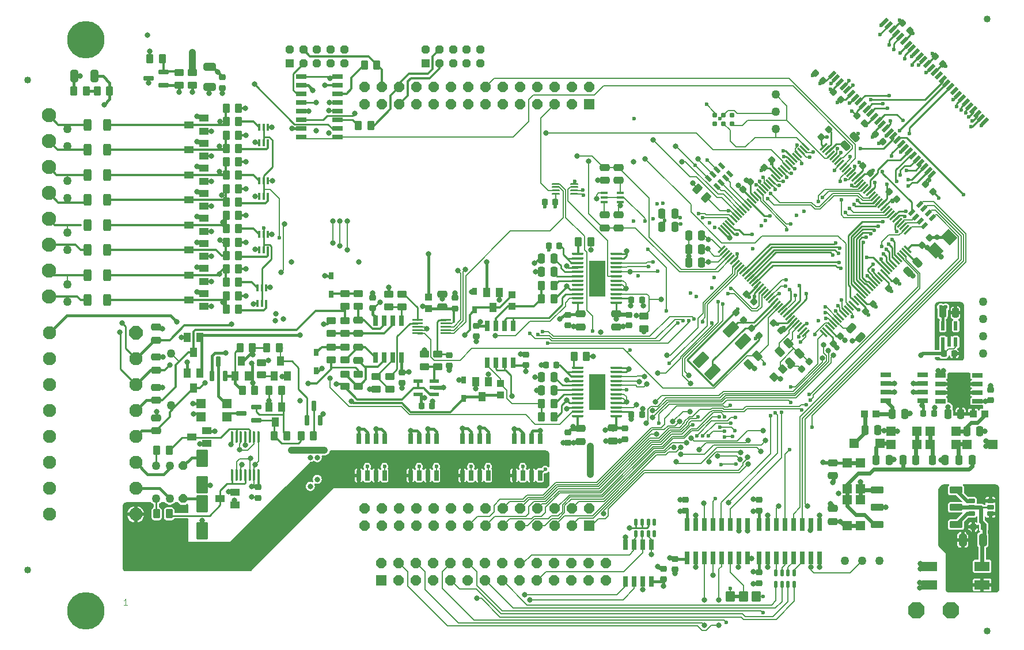
<source format=gbr>
%TF.GenerationSoftware,KiCad,Pcbnew,7.0.10-7.0.10~ubuntu22.04.1*%
%TF.CreationDate,2024-01-19T15:41:49+01:00*%
%TF.ProjectId,EEZ DIB MIO168,45455a20-4449-4422-904d-494f3136382e,r3B1*%
%TF.SameCoordinates,Original*%
%TF.FileFunction,Copper,L1,Top*%
%TF.FilePolarity,Positive*%
%FSLAX46Y46*%
G04 Gerber Fmt 4.6, Leading zero omitted, Abs format (unit mm)*
G04 Created by KiCad (PCBNEW 7.0.10-7.0.10~ubuntu22.04.1) date 2024-01-19 15:41:49*
%MOMM*%
%LPD*%
G01*
G04 APERTURE LIST*
G04 Aperture macros list*
%AMRoundRect*
0 Rectangle with rounded corners*
0 $1 Rounding radius*
0 $2 $3 $4 $5 $6 $7 $8 $9 X,Y pos of 4 corners*
0 Add a 4 corners polygon primitive as box body*
4,1,4,$2,$3,$4,$5,$6,$7,$8,$9,$2,$3,0*
0 Add four circle primitives for the rounded corners*
1,1,$1+$1,$2,$3*
1,1,$1+$1,$4,$5*
1,1,$1+$1,$6,$7*
1,1,$1+$1,$8,$9*
0 Add four rect primitives between the rounded corners*
20,1,$1+$1,$2,$3,$4,$5,0*
20,1,$1+$1,$4,$5,$6,$7,0*
20,1,$1+$1,$6,$7,$8,$9,0*
20,1,$1+$1,$8,$9,$2,$3,0*%
%AMOutline5P*
0 Free polygon, 5 corners , with rotation*
0 The origin of the aperture is its center*
0 number of corners: always 5*
0 $1 to $10 corner X, Y*
0 $11 Rotation angle, in degrees counterclockwise*
0 create outline with 5 corners*
4,1,5,$1,$2,$3,$4,$5,$6,$7,$8,$9,$10,$1,$2,$11*%
%AMOutline6P*
0 Free polygon, 6 corners , with rotation*
0 The origin of the aperture is its center*
0 number of corners: always 6*
0 $1 to $12 corner X, Y*
0 $13 Rotation angle, in degrees counterclockwise*
0 create outline with 6 corners*
4,1,6,$1,$2,$3,$4,$5,$6,$7,$8,$9,$10,$11,$12,$1,$2,$13*%
%AMOutline7P*
0 Free polygon, 7 corners , with rotation*
0 The origin of the aperture is its center*
0 number of corners: always 7*
0 $1 to $14 corner X, Y*
0 $15 Rotation angle, in degrees counterclockwise*
0 create outline with 7 corners*
4,1,7,$1,$2,$3,$4,$5,$6,$7,$8,$9,$10,$11,$12,$13,$14,$1,$2,$15*%
%AMOutline8P*
0 Free polygon, 8 corners , with rotation*
0 The origin of the aperture is its center*
0 number of corners: always 8*
0 $1 to $16 corner X, Y*
0 $17 Rotation angle, in degrees counterclockwise*
0 create outline with 8 corners*
4,1,8,$1,$2,$3,$4,$5,$6,$7,$8,$9,$10,$11,$12,$13,$14,$15,$16,$1,$2,$17*%
G04 Aperture macros list end*
%ADD10C,0.101600*%
%TA.AperFunction,NonConductor*%
%ADD11C,0.101600*%
%TD*%
%TA.AperFunction,ComponentPad*%
%ADD12C,1.270000*%
%TD*%
%TA.AperFunction,SMDPad,CuDef*%
%ADD13RoundRect,0.250000X0.262500X0.450000X-0.262500X0.450000X-0.262500X-0.450000X0.262500X-0.450000X0*%
%TD*%
%TA.AperFunction,SMDPad,CuDef*%
%ADD14RoundRect,0.050800X0.249200X-0.724200X0.249200X0.724200X-0.249200X0.724200X-0.249200X-0.724200X0*%
%TD*%
%TA.AperFunction,SMDPad,CuDef*%
%ADD15RoundRect,0.050800X0.152400X-0.444500X0.152400X0.444500X-0.152400X0.444500X-0.152400X-0.444500X0*%
%TD*%
%TA.AperFunction,ComponentPad*%
%ADD16Outline8P,-1.200000X0.497056X-0.497056X1.200000X0.497056X1.200000X1.200000X0.497056X1.200000X-0.497056X0.497056X-1.200000X-0.497056X-1.200000X-1.200000X-0.497056X270.000000*%
%TD*%
%TA.AperFunction,SMDPad,CuDef*%
%ADD17RoundRect,0.250000X-0.312500X-0.625000X0.312500X-0.625000X0.312500X0.625000X-0.312500X0.625000X0*%
%TD*%
%TA.AperFunction,SMDPad,CuDef*%
%ADD18C,0.500000*%
%TD*%
%TA.AperFunction,SMDPad,CuDef*%
%ADD19R,0.762000X1.092200*%
%TD*%
%TA.AperFunction,SMDPad,CuDef*%
%ADD20RoundRect,0.225000X0.017678X-0.335876X0.335876X-0.017678X-0.017678X0.335876X-0.335876X0.017678X0*%
%TD*%
%TA.AperFunction,ComponentPad*%
%ADD21C,2.100000*%
%TD*%
%TA.AperFunction,SMDPad,CuDef*%
%ADD22RoundRect,0.250000X-0.250000X-0.475000X0.250000X-0.475000X0.250000X0.475000X-0.250000X0.475000X0*%
%TD*%
%TA.AperFunction,SMDPad,CuDef*%
%ADD23RoundRect,0.050800X0.649200X-0.449200X0.649200X0.449200X-0.649200X0.449200X-0.649200X-0.449200X0*%
%TD*%
%TA.AperFunction,SMDPad,CuDef*%
%ADD24RoundRect,0.250000X0.450000X-0.262500X0.450000X0.262500X-0.450000X0.262500X-0.450000X-0.262500X0*%
%TD*%
%TA.AperFunction,SMDPad,CuDef*%
%ADD25RoundRect,0.225000X-0.250000X0.225000X-0.250000X-0.225000X0.250000X-0.225000X0.250000X0.225000X0*%
%TD*%
%TA.AperFunction,SMDPad,CuDef*%
%ADD26RoundRect,0.050800X0.724200X0.249200X-0.724200X0.249200X-0.724200X-0.249200X0.724200X-0.249200X0*%
%TD*%
%TA.AperFunction,SMDPad,CuDef*%
%ADD27RoundRect,0.250000X0.250000X0.475000X-0.250000X0.475000X-0.250000X-0.475000X0.250000X-0.475000X0*%
%TD*%
%TA.AperFunction,SMDPad,CuDef*%
%ADD28RoundRect,0.060036X0.701964X0.270164X-0.701964X0.270164X-0.701964X-0.270164X0.701964X-0.270164X0*%
%TD*%
%TA.AperFunction,SMDPad,CuDef*%
%ADD29RoundRect,0.050800X-0.649200X-0.649200X0.649200X-0.649200X0.649200X0.649200X-0.649200X0.649200X0*%
%TD*%
%TA.AperFunction,SMDPad,CuDef*%
%ADD30RoundRect,0.050800X0.444500X0.152400X-0.444500X0.152400X-0.444500X-0.152400X0.444500X-0.152400X0*%
%TD*%
%TA.AperFunction,SMDPad,CuDef*%
%ADD31RoundRect,0.250000X-0.262500X-0.450000X0.262500X-0.450000X0.262500X0.450000X-0.262500X0.450000X0*%
%TD*%
%TA.AperFunction,SMDPad,CuDef*%
%ADD32RoundRect,0.250000X-0.450000X0.262500X-0.450000X-0.262500X0.450000X-0.262500X0.450000X0.262500X0*%
%TD*%
%TA.AperFunction,SMDPad,CuDef*%
%ADD33RoundRect,0.050800X-0.176777X0.458488X-0.458488X0.176777X0.176777X-0.458488X0.458488X-0.176777X0*%
%TD*%
%TA.AperFunction,SMDPad,CuDef*%
%ADD34RoundRect,0.050800X0.649200X0.649200X-0.649200X0.649200X-0.649200X-0.649200X0.649200X-0.649200X0*%
%TD*%
%TA.AperFunction,SMDPad,CuDef*%
%ADD35RoundRect,0.250000X-0.503814X-0.132583X-0.132583X-0.503814X0.503814X0.132583X0.132583X0.503814X0*%
%TD*%
%TA.AperFunction,FiducialPad,Global*%
%ADD36RoundRect,0.508000X0.000000X0.000000X0.000000X0.000000X0.000000X0.000000X0.000000X0.000000X0*%
%TD*%
%TA.AperFunction,SMDPad,CuDef*%
%ADD37RoundRect,0.250000X0.475000X-0.250000X0.475000X0.250000X-0.475000X0.250000X-0.475000X-0.250000X0*%
%TD*%
%TA.AperFunction,SMDPad,CuDef*%
%ADD38RoundRect,0.050800X0.449200X-0.249200X0.449200X0.249200X-0.449200X0.249200X-0.449200X-0.249200X0*%
%TD*%
%TA.AperFunction,SMDPad,CuDef*%
%ADD39RoundRect,0.225000X0.250000X-0.225000X0.250000X0.225000X-0.250000X0.225000X-0.250000X-0.225000X0*%
%TD*%
%TA.AperFunction,SMDPad,CuDef*%
%ADD40RoundRect,0.050800X0.449200X0.649200X-0.449200X0.649200X-0.449200X-0.649200X0.449200X-0.649200X0*%
%TD*%
%TA.AperFunction,ComponentPad*%
%ADD41R,1.500000X1.500000*%
%TD*%
%TA.AperFunction,ComponentPad*%
%ADD42Outline8P,-0.750000X0.310660X-0.310660X0.750000X0.310660X0.750000X0.750000X0.310660X0.750000X-0.310660X0.310660X-0.750000X-0.310660X-0.750000X-0.750000X-0.310660X0.000000*%
%TD*%
%TA.AperFunction,SMDPad,CuDef*%
%ADD43RoundRect,0.250000X-0.475000X0.250000X-0.475000X-0.250000X0.475000X-0.250000X0.475000X0.250000X0*%
%TD*%
%TA.AperFunction,SMDPad,CuDef*%
%ADD44RoundRect,0.050800X-0.529199X-0.247487X-0.247487X-0.529199X0.529199X0.247487X0.247487X0.529199X0*%
%TD*%
%TA.AperFunction,SMDPad,CuDef*%
%ADD45RoundRect,0.050800X0.529199X0.247487X0.247487X0.529199X-0.529199X-0.247487X-0.247487X-0.529199X0*%
%TD*%
%TA.AperFunction,SMDPad,CuDef*%
%ADD46RoundRect,0.250000X0.159099X-0.512652X0.512652X-0.159099X-0.159099X0.512652X-0.512652X0.159099X0*%
%TD*%
%TA.AperFunction,SMDPad,CuDef*%
%ADD47RoundRect,0.225000X0.225000X0.250000X-0.225000X0.250000X-0.225000X-0.250000X0.225000X-0.250000X0*%
%TD*%
%TA.AperFunction,SMDPad,CuDef*%
%ADD48RoundRect,0.250000X-0.512652X-0.159099X-0.159099X-0.512652X0.512652X0.159099X0.159099X0.512652X0*%
%TD*%
%TA.AperFunction,SMDPad,CuDef*%
%ADD49RoundRect,0.250000X0.650000X-0.325000X0.650000X0.325000X-0.650000X0.325000X-0.650000X-0.325000X0*%
%TD*%
%TA.AperFunction,SMDPad,CuDef*%
%ADD50RoundRect,0.225000X-0.017678X0.335876X-0.335876X0.017678X0.017678X-0.335876X0.335876X-0.017678X0*%
%TD*%
%TA.AperFunction,SMDPad,CuDef*%
%ADD51RoundRect,0.050800X0.649200X-0.649200X0.649200X0.649200X-0.649200X0.649200X-0.649200X-0.649200X0*%
%TD*%
%TA.AperFunction,SMDPad,CuDef*%
%ADD52RoundRect,0.050800X1.049200X0.649200X-1.049200X0.649200X-1.049200X-0.649200X1.049200X-0.649200X0*%
%TD*%
%TA.AperFunction,SMDPad,CuDef*%
%ADD53RoundRect,0.225000X-0.335876X-0.017678X-0.017678X-0.335876X0.335876X0.017678X0.017678X0.335876X0*%
%TD*%
%TA.AperFunction,ComponentPad*%
%ADD54R,1.200000X1.200000*%
%TD*%
%TA.AperFunction,ComponentPad*%
%ADD55Outline8P,-0.600000X0.248528X-0.248528X0.600000X0.248528X0.600000X0.600000X0.248528X0.600000X-0.248528X0.248528X-0.600000X-0.248528X-0.600000X-0.600000X-0.248528X0.000000*%
%TD*%
%TA.AperFunction,SMDPad,CuDef*%
%ADD56RoundRect,0.050800X-0.249200X0.724200X-0.249200X-0.724200X0.249200X-0.724200X0.249200X0.724200X0*%
%TD*%
%TA.AperFunction,SMDPad,CuDef*%
%ADD57RoundRect,0.050800X0.849200X0.449200X-0.849200X0.449200X-0.849200X-0.449200X0.849200X-0.449200X0*%
%TD*%
%TA.AperFunction,SMDPad,CuDef*%
%ADD58RoundRect,0.050800X-0.282843X-1.200950X1.200950X0.282843X0.282843X1.200950X-1.200950X-0.282843X0*%
%TD*%
%TA.AperFunction,SMDPad,CuDef*%
%ADD59RoundRect,0.050800X0.787400X0.127000X-0.787400X0.127000X-0.787400X-0.127000X0.787400X-0.127000X0*%
%TD*%
%TA.AperFunction,SMDPad,CuDef*%
%ADD60RoundRect,0.050800X1.155700X2.590800X-1.155700X2.590800X-1.155700X-2.590800X1.155700X-2.590800X0*%
%TD*%
%TA.AperFunction,ComponentPad*%
%ADD61Outline8P,-0.635000X0.263026X-0.263026X0.635000X0.263026X0.635000X0.635000X0.263026X0.635000X-0.263026X0.263026X-0.635000X-0.263026X-0.635000X-0.635000X-0.263026X90.000000*%
%TD*%
%TA.AperFunction,SMDPad,CuDef*%
%ADD62RoundRect,0.050800X-0.800100X1.181100X-0.800100X-1.181100X0.800100X-1.181100X0.800100X1.181100X0*%
%TD*%
%TA.AperFunction,SMDPad,CuDef*%
%ADD63RoundRect,0.225000X-0.225000X-0.250000X0.225000X-0.250000X0.225000X0.250000X-0.225000X0.250000X0*%
%TD*%
%TA.AperFunction,SMDPad,CuDef*%
%ADD64RoundRect,0.050800X0.199200X0.449200X-0.199200X0.449200X-0.199200X-0.449200X0.199200X-0.449200X0*%
%TD*%
%TA.AperFunction,SMDPad,CuDef*%
%ADD65RoundRect,0.050800X0.599200X0.699200X-0.599200X0.699200X-0.599200X-0.699200X0.599200X-0.699200X0*%
%TD*%
%TA.AperFunction,SMDPad,CuDef*%
%ADD66RoundRect,0.024000X0.276000X-0.926000X0.276000X0.926000X-0.276000X0.926000X-0.276000X-0.926000X0*%
%TD*%
%TA.AperFunction,SMDPad,CuDef*%
%ADD67RoundRect,0.050800X0.499200X-0.449200X0.499200X0.449200X-0.499200X0.449200X-0.499200X-0.449200X0*%
%TD*%
%TA.AperFunction,SMDPad,CuDef*%
%ADD68RoundRect,0.225000X0.335876X0.017678X0.017678X0.335876X-0.335876X-0.017678X-0.017678X-0.335876X0*%
%TD*%
%TA.AperFunction,SMDPad,CuDef*%
%ADD69RoundRect,0.050800X0.070711X-1.130239X1.130239X-0.070711X-0.070711X1.130239X-1.130239X0.070711X0*%
%TD*%
%TA.AperFunction,SMDPad,CuDef*%
%ADD70RoundRect,0.050800X-0.499200X0.449200X-0.499200X-0.449200X0.499200X-0.449200X0.499200X0.449200X0*%
%TD*%
%TA.AperFunction,ComponentPad*%
%ADD71C,5.500000*%
%TD*%
%TA.AperFunction,SMDPad,CuDef*%
%ADD72RoundRect,0.250000X-0.325000X-0.650000X0.325000X-0.650000X0.325000X0.650000X-0.325000X0.650000X0*%
%TD*%
%TA.AperFunction,SMDPad,CuDef*%
%ADD73RoundRect,0.060036X0.270164X-0.701964X0.270164X0.701964X-0.270164X0.701964X-0.270164X-0.701964X0*%
%TD*%
%TA.AperFunction,SMDPad,CuDef*%
%ADD74RoundRect,0.050800X-0.736600X-0.076200X0.736600X-0.076200X0.736600X0.076200X-0.736600X0.076200X0*%
%TD*%
%TA.AperFunction,ComponentPad*%
%ADD75Outline8P,-0.750000X0.310660X-0.310660X0.750000X0.310660X0.750000X0.750000X0.310660X0.750000X-0.310660X0.310660X-0.750000X-0.310660X-0.750000X-0.750000X-0.310660X180.000000*%
%TD*%
%TA.AperFunction,SMDPad,CuDef*%
%ADD76RoundRect,0.050800X0.800100X-1.181100X0.800100X1.181100X-0.800100X1.181100X-0.800100X-1.181100X0*%
%TD*%
%TA.AperFunction,SMDPad,CuDef*%
%ADD77RoundRect,0.050800X0.449200X0.499200X-0.449200X0.499200X-0.449200X-0.499200X0.449200X-0.499200X0*%
%TD*%
%TA.AperFunction,SMDPad,CuDef*%
%ADD78RoundRect,0.050800X-0.723900X-0.254000X0.723900X-0.254000X0.723900X0.254000X-0.723900X0.254000X0*%
%TD*%
%TA.AperFunction,SMDPad,CuDef*%
%ADD79RoundRect,0.250000X0.325000X0.650000X-0.325000X0.650000X-0.325000X-0.650000X0.325000X-0.650000X0*%
%TD*%
%TA.AperFunction,SMDPad,CuDef*%
%ADD80RoundRect,0.250000X-0.159099X0.512652X-0.512652X0.159099X0.159099X-0.512652X0.512652X-0.159099X0*%
%TD*%
%TA.AperFunction,SMDPad,CuDef*%
%ADD81RoundRect,0.050800X-0.353553X-0.529199X0.529199X0.353553X0.353553X0.529199X-0.529199X-0.353553X0*%
%TD*%
%TA.AperFunction,SMDPad,CuDef*%
%ADD82RoundRect,0.050800X0.529199X-0.353553X-0.353553X0.529199X-0.529199X0.353553X0.353553X-0.529199X0*%
%TD*%
%TA.AperFunction,SMDPad,CuDef*%
%ADD83RoundRect,0.050800X0.353553X0.529199X-0.529199X-0.353553X-0.353553X-0.529199X0.529199X0.353553X0*%
%TD*%
%TA.AperFunction,SMDPad,CuDef*%
%ADD84RoundRect,0.050800X-0.529199X0.353553X0.353553X-0.529199X0.529199X-0.353553X-0.353553X0.529199X0*%
%TD*%
%TA.AperFunction,SMDPad,CuDef*%
%ADD85RoundRect,0.050800X-0.449200X-0.649200X0.449200X-0.649200X0.449200X0.649200X-0.449200X0.649200X0*%
%TD*%
%TA.AperFunction,SMDPad,CuDef*%
%ADD86RoundRect,0.050800X0.458488X0.176777X0.176777X0.458488X-0.458488X-0.176777X-0.176777X-0.458488X0*%
%TD*%
%TA.AperFunction,SMDPad,CuDef*%
%ADD87RoundRect,0.050800X0.228600X-0.609600X0.228600X0.609600X-0.228600X0.609600X-0.228600X-0.609600X0*%
%TD*%
%TA.AperFunction,SMDPad,CuDef*%
%ADD88RoundRect,0.050800X-0.199200X-0.449200X0.199200X-0.449200X0.199200X0.449200X-0.199200X0.449200X0*%
%TD*%
%TA.AperFunction,SMDPad,CuDef*%
%ADD89RoundRect,0.050800X-0.449200X-0.499200X0.449200X-0.499200X0.449200X0.499200X-0.449200X0.499200X0*%
%TD*%
%TA.AperFunction,SMDPad,CuDef*%
%ADD90RoundRect,0.050800X0.609600X0.228600X-0.609600X0.228600X-0.609600X-0.228600X0.609600X-0.228600X0*%
%TD*%
%TA.AperFunction,SMDPad,CuDef*%
%ADD91RoundRect,0.250000X-0.132583X0.503814X-0.503814X0.132583X0.132583X-0.503814X0.503814X-0.132583X0*%
%TD*%
%TA.AperFunction,ComponentPad*%
%ADD92Outline8P,-0.975000X0.403858X-0.403858X0.975000X0.403858X0.975000X0.975000X0.403858X0.975000X-0.403858X0.403858X-0.975000X-0.403858X-0.975000X-0.975000X-0.403858X180.000000*%
%TD*%
%TA.AperFunction,ComponentPad*%
%ADD93C,1.950000*%
%TD*%
%TA.AperFunction,SMDPad,CuDef*%
%ADD94RoundRect,0.050800X0.035355X-0.670620X0.670620X-0.035355X-0.035355X0.670620X-0.670620X0.035355X0*%
%TD*%
%TA.AperFunction,SMDPad,CuDef*%
%ADD95RoundRect,0.050800X-0.127000X0.787400X-0.127000X-0.787400X0.127000X-0.787400X0.127000X0.787400X0*%
%TD*%
%TA.AperFunction,SMDPad,CuDef*%
%ADD96RoundRect,0.393700X0.000000X0.000000X0.000000X0.000000X0.000000X0.000000X0.000000X0.000000X0*%
%TD*%
%TA.AperFunction,SMDPad,CuDef*%
%ADD97RoundRect,0.250000X0.132583X-0.503814X0.503814X-0.132583X-0.132583X0.503814X-0.503814X0.132583X0*%
%TD*%
%TA.AperFunction,SMDPad,CuDef*%
%ADD98RoundRect,0.050800X0.533400X0.076200X-0.533400X0.076200X-0.533400X-0.076200X0.533400X-0.076200X0*%
%TD*%
%TA.AperFunction,ViaPad*%
%ADD99C,0.806400*%
%TD*%
%TA.AperFunction,ViaPad*%
%ADD100C,0.600000*%
%TD*%
%TA.AperFunction,Conductor*%
%ADD101C,0.304800*%
%TD*%
%TA.AperFunction,Conductor*%
%ADD102C,0.203200*%
%TD*%
%TA.AperFunction,Conductor*%
%ADD103C,0.152400*%
%TD*%
%TA.AperFunction,Conductor*%
%ADD104C,0.508000*%
%TD*%
%TA.AperFunction,Conductor*%
%ADD105C,0.406400*%
%TD*%
%TA.AperFunction,Conductor*%
%ADD106C,0.609600*%
%TD*%
%TA.AperFunction,Conductor*%
%ADD107C,0.254000*%
%TD*%
%TA.AperFunction,Conductor*%
%ADD108C,1.676400*%
%TD*%
%TA.AperFunction,Conductor*%
%ADD109C,0.200000*%
%TD*%
%TA.AperFunction,Conductor*%
%ADD110C,1.016000*%
%TD*%
G04 APERTURE END LIST*
D10*
D11*
X92592857Y-146168610D02*
X92070343Y-146168610D01*
X92331600Y-146168610D02*
X92331600Y-145254210D01*
X92331600Y-145254210D02*
X92244514Y-145384839D01*
X92244514Y-145384839D02*
X92157429Y-145471925D01*
X92157429Y-145471925D02*
X92070343Y-145515468D01*
%TA.AperFunction,EtchedComponent*%
%TO.C,SH1*%
G36*
X94352600Y-106398600D02*
G01*
X93352600Y-106398600D01*
X93352600Y-105898600D01*
X94352600Y-105898600D01*
X94352600Y-106398600D01*
G37*
%TD.AperFunction*%
%TA.AperFunction,EtchedComponent*%
%TO.C,JP1*%
G36*
X182577700Y-145173700D02*
G01*
X181917300Y-145173700D01*
X181917300Y-144640300D01*
X182577700Y-144640300D01*
X182577700Y-145173700D01*
G37*
%TD.AperFunction*%
%TD*%
D12*
%TO.P,TP12,1,P$1*%
%TO.N,DAC_OUT#4*%
X99060000Y-116840000D03*
%TD*%
%TO.P,TP11,1,P$1*%
%TO.N,DAC_OUT#3*%
X99060000Y-109220000D03*
%TD*%
%TO.P,TP20,1,P$1*%
%TO.N,Net-(TP20-P$1)*%
X83820000Y-101600000D03*
%TD*%
%TO.P,TP19,1,P$1*%
%TO.N,Net-(TP19-P$1)*%
X83820000Y-99060000D03*
%TD*%
%TO.P,TP18,1,P$1*%
%TO.N,Net-(TP18-P$1)*%
X83820000Y-93980000D03*
%TD*%
%TO.P,TP17,1,P$1*%
%TO.N,Net-(TP17-P$1)*%
X83820000Y-91440000D03*
%TD*%
%TO.P,TP16,1,P$1*%
%TO.N,Net-(TP16-P$1)*%
X83820000Y-86360000D03*
%TD*%
%TO.P,TP15,1,P$1*%
%TO.N,Net-(TP15-P$1)*%
X83820000Y-83820000D03*
%TD*%
%TO.P,TP14,1,P$1*%
%TO.N,Net-(TP14-P$1)*%
X83820000Y-78740000D03*
%TD*%
%TO.P,TP13,1,P$1*%
%TO.N,Net-(TP13-P$1)*%
X83820000Y-76200000D03*
%TD*%
%TO.P,TP3,1,P$1*%
%TO.N,GNDIO*%
X203200000Y-139700000D03*
%TD*%
%TO.P,TP10,1,P$1*%
%TO.N,/MCU/SWCLK*%
X187960000Y-76200000D03*
%TD*%
%TO.P,TP9,1,P$1*%
%TO.N,~{RESET}*%
X187960000Y-73660000D03*
%TD*%
%TO.P,TP8,1,P$1*%
%TO.N,/MCU/SWDIO*%
X187960000Y-71120000D03*
%TD*%
%TO.P,TP1,1,P$1*%
%TO.N,+5V*%
X198120000Y-139700000D03*
%TD*%
%TO.P,TP2,1,P$1*%
%TO.N,+3V3*%
X200660000Y-139700000D03*
%TD*%
%TO.P,TP4,1,P$1*%
%TO.N,+3V3_ISO*%
X218440000Y-101600000D03*
%TD*%
%TO.P,TP6,1,P$1*%
%TO.N,-15V_ISO*%
X218440000Y-106680000D03*
%TD*%
%TO.P,TP5,1,P$1*%
%TO.N,+15V_ISO*%
X218440000Y-104140000D03*
%TD*%
D13*
%TO.P,R2,1,1*%
%TO.N,Net-(R1-Pad2)*%
X86574000Y-70548500D03*
%TO.P,R2,2,2*%
%TO.N,GND*%
X84749000Y-70548500D03*
%TD*%
%TO.P,R1,1,1*%
%TO.N,PE*%
X90003000Y-70548500D03*
%TO.P,R1,2,2*%
%TO.N,Net-(R1-Pad2)*%
X88178000Y-70548500D03*
%TD*%
D14*
%TO.P,IC17,1,GND1*%
%TO.N,GND*%
X134244000Y-127096500D03*
%TO.P,IC17,2,IN1*%
%TO.N,DOUT5*%
X135514000Y-127096500D03*
%TO.P,IC17,3,GND2*%
%TO.N,GND*%
X136784000Y-127096500D03*
%TO.P,IC17,4,IN2*%
%TO.N,DOUT4*%
X138054000Y-127096500D03*
%TO.P,IC17,5,OUT2*%
%TO.N,POUT4*%
X138054000Y-121696500D03*
%TO.P,IC17,6,OUT2*%
X136784000Y-121696500D03*
%TO.P,IC17,7,OUT1*%
%TO.N,POUT5*%
X135514000Y-121696500D03*
%TO.P,IC17,8,OUT1*%
X134244000Y-121696500D03*
%TD*%
D15*
%TO.P,Q1,1,S*%
%TO.N,GND*%
X111998600Y-78234000D03*
%TO.P,Q1,2,G*%
%TO.N,LEVEL_DIN4_7*%
X112648600Y-78234000D03*
%TO.P,Q1,3,D*%
%TO.N,Net-(Q1B-D)*%
X113298600Y-78234000D03*
%TO.P,Q1,4,S*%
%TO.N,GND*%
X113298600Y-75897200D03*
%TO.P,Q1,5,G*%
%TO.N,LEVEL_DIN4_7*%
X112648600Y-75897200D03*
%TO.P,Q1,6,D*%
%TO.N,Net-(Q1A-D)*%
X111998600Y-75897200D03*
%TD*%
D13*
%TO.P,R8,1,1*%
%TO.N,GND*%
X160106600Y-109577600D03*
%TO.P,R8,2,2*%
%TO.N,Net-(IC13-ISET-R)*%
X158281600Y-109577600D03*
%TD*%
D16*
%TO.P,J1,1*%
%TO.N,PE*%
X213677100Y-146915600D03*
%TO.P,J1,2*%
%TO.N,unconnected-(J1-Pad2)*%
X208597100Y-146915600D03*
%TD*%
D17*
%TO.P,R34,1,1*%
%TO.N,Net-(TP19-P$1)*%
X86739000Y-97663000D03*
%TO.P,R34,2,2*%
%TO.N,DIN6*%
X89664000Y-97663000D03*
%TD*%
D13*
%TO.P,R60,1,1*%
%TO.N,Net-(Q11-D)*%
X119974600Y-121261600D03*
%TO.P,R60,2,2*%
%TO.N,Net-(Q10-G)*%
X118149600Y-121261600D03*
%TD*%
D18*
%TO.P,SH1,1,1*%
%TO.N,GND*%
X94352600Y-106148600D03*
%TO.P,SH1,2,2*%
%TO.N,-VSENSE*%
X93352600Y-106148600D03*
%TD*%
D19*
%TO.P,TVS1,C1,1*%
%TO.N,GND*%
X143637000Y-100027200D03*
%TO.P,TVS1,C2,2*%
%TO.N,DAC_OUT#1*%
X143637000Y-102745000D03*
%TD*%
D13*
%TO.P,R47,1,1*%
%TO.N,GND*%
X108989100Y-96750600D03*
%TO.P,R47,2,2*%
%TO.N,DIN6*%
X107164100Y-96750600D03*
%TD*%
D20*
%TO.P,C36,1,1*%
%TO.N,+3V3_ISO*%
X209446092Y-93234608D03*
%TO.P,C36,2,2*%
%TO.N,GND*%
X210542108Y-92138592D03*
%TD*%
D21*
%TO.P,X4,1,Pin_1*%
%TO.N,Net-(TP20-P$1)*%
X81100000Y-100835000D03*
%TO.P,X4,2,Pin_2*%
%TO.N,Net-(TP19-P$1)*%
X81100000Y-97025000D03*
%TO.P,X4,3,Pin_3*%
%TO.N,Net-(TP18-P$1)*%
X81100000Y-93215000D03*
%TO.P,X4,4,Pin_4*%
%TO.N,Net-(TP17-P$1)*%
X81100000Y-89405000D03*
%TO.P,X4,5,Pin_5*%
%TO.N,Net-(TP16-P$1)*%
X81100000Y-85595000D03*
%TO.P,X4,6,Pin_6*%
%TO.N,Net-(TP15-P$1)*%
X81100000Y-81785000D03*
%TO.P,X4,7,Pin_7*%
%TO.N,Net-(TP14-P$1)*%
X81100000Y-77975000D03*
%TO.P,X4,8,Pin_8*%
%TO.N,Net-(TP13-P$1)*%
X81100000Y-74165000D03*
%TD*%
D22*
%TO.P,C9,1,1*%
%TO.N,Net-(C9-Pad1)*%
X210949100Y-124881100D03*
%TO.P,C9,2,2*%
%TO.N,Net-(C6-Pad2)*%
X212849100Y-124881100D03*
%TD*%
D23*
%TO.P,D20,1,A1*%
%TO.N,GND*%
X103906100Y-94906600D03*
%TO.P,D20,2,C2*%
%TO.N,CLAMP*%
X103906100Y-93006600D03*
%TO.P,D20,3,C1A2*%
%TO.N,DIN5*%
X101706100Y-93956600D03*
%TD*%
D24*
%TO.P,R16,1,1*%
%TO.N,Net-(IC19B-+IN)*%
X133032100Y-102298600D03*
%TO.P,R16,2,2*%
%TO.N,Net-(IC15-VOUTA)*%
X133032100Y-100473600D03*
%TD*%
D25*
%TO.P,C20,1,1*%
%TO.N,+3V3*%
X173164100Y-139409600D03*
%TO.P,C20,2,2*%
%TO.N,GNDIO*%
X173164100Y-140959600D03*
%TD*%
D13*
%TO.P,R45,1,1*%
%TO.N,GND*%
X108989100Y-92813600D03*
%TO.P,R45,2,2*%
%TO.N,DIN5*%
X107164100Y-92813600D03*
%TD*%
D26*
%TO.P,IC4,1,Vout*%
%TO.N,-15V_ISO*%
X217583600Y-116176600D03*
%TO.P,IC4,2,Vin*%
%TO.N,Net-(C14-Pad1)*%
X217583600Y-114906600D03*
%TO.P,IC4,3,Vin*%
X217583600Y-113636600D03*
%TO.P,IC4,4,NC*%
%TO.N,unconnected-(IC4-NC-Pad4)*%
X217583600Y-112366600D03*
%TO.P,IC4,5,GND*%
%TO.N,GND*%
X212183600Y-112366600D03*
%TO.P,IC4,6,Vin*%
%TO.N,Net-(C14-Pad1)*%
X212183600Y-113636600D03*
%TO.P,IC4,7,Vin*%
X212183600Y-114906600D03*
%TO.P,IC4,8,NC*%
%TO.N,unconnected-(IC4-NC-Pad8)*%
X212183600Y-116176600D03*
%TD*%
D27*
%TO.P,C87,1,1*%
%TO.N,DIN4*%
X177035100Y-91861100D03*
%TO.P,C87,2,2*%
%TO.N,GND*%
X175135100Y-91861100D03*
%TD*%
D28*
%TO.P,Q10,1,G*%
%TO.N,Net-(Q10-G)*%
X111569100Y-118988300D03*
%TO.P,Q10,2,S*%
%TO.N,Net-(Q10-S)*%
X111569100Y-117057900D03*
%TO.P,Q10,3,D*%
%TO.N,Net-(Q10-D)*%
X109410100Y-118023100D03*
%TD*%
D25*
%TO.P,C56,1,1*%
%TO.N,-15V_ISO*%
X165798100Y-120219900D03*
%TO.P,C56,2,2*%
%TO.N,GND*%
X165798100Y-121769900D03*
%TD*%
D29*
%TO.P,D5,A,A*%
%TO.N,Net-(C7-Pad1)*%
X208719500Y-122555000D03*
%TO.P,D5,C,C*%
%TO.N,Net-(C6-Pad1)*%
X204919500Y-122555000D03*
%TD*%
D23*
%TO.P,D17,1,A1*%
%TO.N,GND*%
X103906100Y-83857600D03*
%TO.P,D17,2,C2*%
%TO.N,CLAMP*%
X103906100Y-81957600D03*
%TO.P,D17,3,C1A2*%
%TO.N,DIN2*%
X101706100Y-82907600D03*
%TD*%
D30*
%TO.P,Q5,1,S*%
%TO.N,GND*%
X165086900Y-86897700D03*
%TO.P,Q5,2,G*%
%TO.N,SLOW_DIN*%
X165086900Y-86247700D03*
%TO.P,Q5,3,D*%
%TO.N,Net-(Q5B-D)*%
X165086900Y-85597700D03*
%TO.P,Q5,4,S*%
%TO.N,GND*%
X162750100Y-85597700D03*
%TO.P,Q5,5,G*%
%TO.N,SLOW_DIN*%
X162750100Y-86247700D03*
%TO.P,Q5,6,D*%
%TO.N,Net-(Q5A-D)*%
X162750100Y-86897700D03*
%TD*%
D13*
%TO.P,R49,1,1*%
%TO.N,GND*%
X108989100Y-100687600D03*
%TO.P,R49,2,2*%
%TO.N,DIN7{slash}MISO*%
X107164100Y-100687600D03*
%TD*%
D31*
%TO.P,R38,1,1*%
%TO.N,DIN1*%
X107164100Y-79034100D03*
%TO.P,R38,2,2*%
%TO.N,Net-(Q1B-D)*%
X108989100Y-79034100D03*
%TD*%
%TO.P,R44,1,1*%
%TO.N,DIN4*%
X107164100Y-90845100D03*
%TO.P,R44,2,2*%
%TO.N,Net-(Q3A-D)*%
X108989100Y-90845100D03*
%TD*%
D32*
%TO.P,R56,1,1*%
%TO.N,BIAS_EN*%
X112343800Y-110506600D03*
%TO.P,R56,2,2*%
%TO.N,Net-(Q8-PadB)*%
X112343800Y-112331600D03*
%TD*%
D25*
%TO.P,C58,1,1*%
%TO.N,+15V_ISO*%
X157416100Y-103468600D03*
%TO.P,C58,2,2*%
%TO.N,GND*%
X157416100Y-105018600D03*
%TD*%
D27*
%TO.P,C7,1,1*%
%TO.N,Net-(C7-Pad1)*%
X208531100Y-124817600D03*
%TO.P,C7,2,2*%
%TO.N,Net-(C7-Pad2)*%
X206631100Y-124817600D03*
%TD*%
D33*
%TO.P,RN4,1,1*%
%TO.N,unconnected-(RN4-Pad1)*%
X179994653Y-81542465D03*
%TO.P,RN4,2,1*%
%TO.N,MIO_SCK*%
X179358257Y-82178861D03*
%TO.P,RN4,3,1*%
%TO.N,MIO_MISO*%
X178721861Y-82815257D03*
%TO.P,RN4,4,1*%
%TO.N,MIO_MOSI*%
X178085465Y-83451653D03*
%TO.P,RN4,5,2*%
%TO.N,Net-(IC8A-PB5)*%
X179287547Y-84653735D03*
%TO.P,RN4,6,2*%
%TO.N,Net-(IC8A-PB4)*%
X179923943Y-84017339D03*
%TO.P,RN4,7,2*%
%TO.N,Net-(IC8A-PB3)*%
X180560339Y-83380943D03*
%TO.P,RN4,8,2*%
%TO.N,unconnected-(RN4A-2-Pad8)*%
X181196735Y-82744547D03*
%TD*%
D34*
%TO.P,D8,A,A*%
%TO.N,Net-(C9-Pad1)*%
X210634100Y-122555000D03*
%TO.P,D8,C,C*%
%TO.N,Net-(C8-Pad1)*%
X214434100Y-122555000D03*
%TD*%
D17*
%TO.P,R32,1,1*%
%TO.N,Net-(TP15-P$1)*%
X86739000Y-82931000D03*
%TO.P,R32,2,2*%
%TO.N,DIN2*%
X89664000Y-82931000D03*
%TD*%
D35*
%TO.P,R4,1,1*%
%TO.N,GND*%
X176455865Y-84929365D03*
%TO.P,R4,2,2*%
%TO.N,BOOT0*%
X177746335Y-86219835D03*
%TD*%
D17*
%TO.P,R27,1,1*%
%TO.N,Net-(TP14-P$1)*%
X86739000Y-79248000D03*
%TO.P,R27,2,2*%
%TO.N,DIN1*%
X89664000Y-79248000D03*
%TD*%
D36*
%TO.P,FM4,*%
%TO.N,*%
X219000000Y-150000000D03*
%TD*%
D37*
%TO.P,C4,1,1*%
%TO.N,GND*%
X196341600Y-127164600D03*
%TO.P,C4,2,2*%
%TO.N,-5V_ISO*%
X196341600Y-125264600D03*
%TD*%
D38*
%TO.P,IC1,1,D1*%
%TO.N,Net-(IC1-D1)*%
X216747100Y-130852600D03*
%TO.P,IC1,2,VCC*%
%TO.N,Net-(IC1-EN)*%
X216747100Y-131802600D03*
%TO.P,IC1,3,D2*%
%TO.N,Net-(IC1-D2)*%
X216747100Y-132752596D03*
%TO.P,IC1,4,GND*%
%TO.N,Net-(IC1-CLK)*%
X219497100Y-132752596D03*
%TO.P,IC1,5,EN*%
%TO.N,Net-(IC1-EN)*%
X219497100Y-131802600D03*
%TO.P,IC1,6,CLK*%
%TO.N,Net-(IC1-CLK)*%
X219497100Y-130852600D03*
%TD*%
D37*
%TO.P,C68,1,1*%
%TO.N,DAC_OUT#1*%
X96837100Y-107225600D03*
%TO.P,C68,2,2*%
%TO.N,GND*%
X96837100Y-105325600D03*
%TD*%
D27*
%TO.P,C89,1,1*%
%TO.N,DIN6*%
X173098100Y-88622600D03*
%TO.P,C89,2,2*%
%TO.N,GND*%
X171198100Y-88622600D03*
%TD*%
D37*
%TO.P,C62,1,1*%
%TO.N,GND*%
X159258000Y-105280500D03*
%TO.P,C62,2,2*%
%TO.N,+15V_ISO*%
X159258000Y-103380500D03*
%TD*%
D39*
%TO.P,C70,1,1*%
%TO.N,GND*%
X139954000Y-110987600D03*
%TO.P,C70,2,2*%
%TO.N,Net-(IC15-VREF)*%
X139954000Y-109437600D03*
%TD*%
D40*
%TO.P,D11,1,A1*%
%TO.N,-15V_ISO*%
X147317100Y-100222600D03*
%TO.P,D11,2,C2*%
%TO.N,+15V_ISO*%
X145417100Y-100222600D03*
%TO.P,D11,3,C1A2*%
%TO.N,DAC_OUT#1*%
X146367100Y-102422600D03*
%TD*%
D41*
%TO.P,X1,1,Pin_1*%
%TO.N,+3V3*%
X129980000Y-142540000D03*
D42*
%TO.P,X1,2,Pin_2*%
%TO.N,unconnected-(X1-Pin_2-Pad2)*%
X129980000Y-140000000D03*
%TO.P,X1,3,Pin_3*%
%TO.N,unconnected-(X1-Pin_3-Pad3)*%
X132520000Y-142540000D03*
%TO.P,X1,4,Pin_4*%
%TO.N,/DIB interface/DIB_NRESET*%
X132520000Y-140000000D03*
%TO.P,X1,5,Pin_5*%
%TO.N,/DIB interface/DIB_SCL*%
X135060000Y-142540000D03*
%TO.P,X1,6,Pin_6*%
%TO.N,/DIB interface/OE_SYNC*%
X135060000Y-140000000D03*
%TO.P,X1,7,Pin_7*%
%TO.N,GNDIO*%
X137600000Y-142540000D03*
%TO.P,X1,8,Pin_8*%
%TO.N,/DIB interface/DIB_SDA*%
X137600000Y-140000000D03*
%TO.P,X1,9,Pin_9*%
%TO.N,Net-(RN1B-2)*%
X140140000Y-142540000D03*
%TO.P,X1,10,Pin_10*%
%TO.N,/DIB interface/DIB_IRQ*%
X140140000Y-140000000D03*
%TO.P,X1,11,Pin_11*%
%TO.N,GNDIO*%
X142680000Y-142540000D03*
%TO.P,X1,12,Pin_12*%
%TO.N,/DIB interface/DIB_CSB*%
X142680000Y-140000000D03*
%TO.P,X1,13,Pin_13*%
%TO.N,Net-(RN1C-2)*%
X145220000Y-142540000D03*
%TO.P,X1,14,Pin_14*%
%TO.N,Net-(RN1A-2)*%
X145220000Y-140000000D03*
%TO.P,X1,15,Pin_15*%
%TO.N,Net-(RN1D-2)*%
X147760000Y-142540000D03*
%TO.P,X1,16,Pin_16*%
%TO.N,GNDIO*%
X147760000Y-140000000D03*
%TO.P,X1,17,Pin_17*%
%TO.N,/DIB interface/DIB_A0*%
X150300000Y-142540000D03*
%TO.P,X1,18,Pin_18*%
%TO.N,/DIB interface/DIB_A2*%
X150300000Y-140000000D03*
%TO.P,X1,19,Pin_19*%
%TO.N,/DIB interface/DIB_A1*%
X152840000Y-142540000D03*
%TO.P,X1,20,Pin_20*%
%TO.N,GNDIO*%
X152840000Y-140000000D03*
%TO.P,X1,21,Pin_21*%
%TO.N,unconnected-(X1-Pin_21-Pad21)*%
X155380000Y-142540000D03*
%TO.P,X1,22,Pin_22*%
%TO.N,unconnected-(X1-Pin_22-Pad22)*%
X155380000Y-140000000D03*
%TO.P,X1,23,Pin_23*%
%TO.N,+5V*%
X157920000Y-142540000D03*
%TO.P,X1,24,Pin_24*%
X157920000Y-140000000D03*
%TO.P,X1,25,Pin_25*%
%TO.N,GNDIO*%
X160460000Y-142540000D03*
%TO.P,X1,26,Pin_26*%
%TO.N,/DIB interface/DIB_BOOT*%
X160460000Y-140000000D03*
%TO.P,X1,27,Pin_27*%
%TO.N,unconnected-(X1-Pin_27-Pad27)*%
X163000000Y-142540000D03*
%TO.P,X1,28,Pin_28*%
%TO.N,unconnected-(X1-Pin_28-Pad28)*%
X163000000Y-140000000D03*
%TD*%
D36*
%TO.P,FM3,*%
%TO.N,*%
X219000000Y-60000000D03*
%TD*%
D43*
%TO.P,C71,1,1*%
%TO.N,GND*%
X138937600Y-100436100D03*
%TO.P,C71,2,2*%
%TO.N,Net-(IC15-VDD)*%
X138937600Y-102336100D03*
%TD*%
D31*
%TO.P,R57,1,1*%
%TO.N,Net-(Q9-S)*%
X109196100Y-108307600D03*
%TO.P,R57,2,2*%
%TO.N,Net-(Q9-G)*%
X111021100Y-108307600D03*
%TD*%
D39*
%TO.P,C69,1,1*%
%TO.N,Net-(IC15-VDD)*%
X140779100Y-102542100D03*
%TO.P,C69,2,2*%
%TO.N,GND*%
X140779100Y-100992100D03*
%TD*%
D25*
%TO.P,C21,1,1*%
%TO.N,GND*%
X174688100Y-130710100D03*
%TO.P,C21,2,2*%
%TO.N,+3V3_ISO*%
X174688100Y-132260100D03*
%TD*%
D44*
%TO.P,IC10,1,VDD-1*%
%TO.N,+3V3_ISO*%
X196209947Y-68164732D03*
%TO.P,IC10,2,DQ0*%
%TO.N,/MCU/FMC_D0*%
X196775632Y-68730418D03*
%TO.P,IC10,3,VDDQ-3*%
%TO.N,+3V3_ISO*%
X197341317Y-69296103D03*
%TO.P,IC10,4,DQ1*%
%TO.N,/MCU/FMC_D1*%
X197907003Y-69861789D03*
%TO.P,IC10,5,DQ2*%
%TO.N,/MCU/FMC_D2*%
X198472688Y-70427474D03*
%TO.P,IC10,6,GNDQ-6*%
%TO.N,GND*%
X199038374Y-70993160D03*
%TO.P,IC10,7,DQ3*%
%TO.N,/MCU/FMC_D3*%
X199604059Y-71558845D03*
%TO.P,IC10,8,DQ4*%
%TO.N,/MCU/FMC_D4*%
X200169745Y-72124530D03*
%TO.P,IC10,9,VDDQ-9*%
%TO.N,+3V3_ISO*%
X200735430Y-72690216D03*
%TO.P,IC10,10,DQ5*%
%TO.N,/MCU/FMC_D5*%
X201301115Y-73255901D03*
%TO.P,IC10,11,DQ6*%
%TO.N,/MCU/FMC_D6*%
X201866801Y-73821587D03*
%TO.P,IC10,12,GNDQ-12*%
%TO.N,GND*%
X202432486Y-74387272D03*
%TO.P,IC10,13,DQ7*%
%TO.N,/MCU/FMC_D7*%
X202998172Y-74952958D03*
%TO.P,IC10,14,VDD-14*%
%TO.N,+3V3_ISO*%
X203563857Y-75518643D03*
%TO.P,IC10,15,LDQM*%
%TO.N,/MCU/FMC_NBL0*%
X204129542Y-76084328D03*
%TO.P,IC10,16,~{WE}*%
%TO.N,/MCU/FMC_SDNWE*%
X204695228Y-76650014D03*
%TO.P,IC10,17,~{CAS}*%
%TO.N,/MCU/FMC_SDNCAS*%
X205260913Y-77215699D03*
%TO.P,IC10,18,~{RAS}*%
%TO.N,/MCU/FMC_SDNRAS*%
X205826599Y-77781385D03*
%TO.P,IC10,19,~{CS}*%
%TO.N,/MCU/FMC_SDNE0*%
X206392284Y-78347070D03*
%TO.P,IC10,20,BA0*%
%TO.N,/MCU/FMC_BA0*%
X206957970Y-78912755D03*
%TO.P,IC10,21,BA1*%
%TO.N,/MCU/FMC_BA1*%
X207523655Y-79478441D03*
%TO.P,IC10,22,A10/AP*%
%TO.N,/MCU/FMC_A10*%
X208089340Y-80044126D03*
%TO.P,IC10,23,A0*%
%TO.N,/MCU/FMC_A0*%
X208655026Y-80609812D03*
%TO.P,IC10,24,A1*%
%TO.N,/MCU/FMC_A1*%
X209220711Y-81175497D03*
%TO.P,IC10,25,A2*%
%TO.N,/MCU/FMC_A2*%
X209786397Y-81741183D03*
%TO.P,IC10,26,A3*%
%TO.N,/MCU/FMC_A3*%
X210352082Y-82306868D03*
%TO.P,IC10,27,VDD-27*%
%TO.N,+3V3_ISO*%
X210917768Y-82872553D03*
D45*
%TO.P,IC10,28,GND-28*%
%TO.N,GND*%
X218699053Y-75091268D03*
%TO.P,IC10,29,A4*%
%TO.N,/MCU/FMC_A4*%
X218133368Y-74525582D03*
%TO.P,IC10,30,A5*%
%TO.N,/MCU/FMC_A5*%
X217567683Y-73959897D03*
%TO.P,IC10,31,A6*%
%TO.N,/MCU/FMC_A6*%
X217001997Y-73394211D03*
%TO.P,IC10,32,A7*%
%TO.N,/MCU/FMC_A7*%
X216436312Y-72828526D03*
%TO.P,IC10,33,A8*%
%TO.N,/MCU/FMC_A8*%
X215870626Y-72262840D03*
%TO.P,IC10,34,A9*%
%TO.N,/MCU/FMC_A9*%
X215304941Y-71697155D03*
%TO.P,IC10,35,A11*%
%TO.N,/MCU/FMC_A11*%
X214739255Y-71131470D03*
%TO.P,IC10,36,A12/NC-36*%
%TO.N,unconnected-(IC10-A12{slash}NC-36-Pad36)*%
X214173570Y-70565784D03*
%TO.P,IC10,37,CKE*%
%TO.N,/MCU/FMC_SDCKE0*%
X213607885Y-70000099D03*
%TO.P,IC10,38,CLK*%
%TO.N,/MCU/FMC_SDCLK*%
X213042199Y-69434413D03*
%TO.P,IC10,39,UDQM*%
%TO.N,/MCU/FMC_NBL1*%
X212476514Y-68868728D03*
%TO.P,IC10,40,NC-40*%
%TO.N,unconnected-(IC10-NC-40-Pad40)*%
X211910828Y-68303042D03*
%TO.P,IC10,41,GND-41*%
%TO.N,GND*%
X211345143Y-67737357D03*
%TO.P,IC10,42,DQ8*%
%TO.N,/MCU/FMC_D8*%
X210779458Y-67171672D03*
%TO.P,IC10,43,VDDQ-43*%
%TO.N,+3V3_ISO*%
X210213772Y-66605986D03*
%TO.P,IC10,44,DQ9*%
%TO.N,/MCU/FMC_D9*%
X209648087Y-66040301D03*
%TO.P,IC10,45,DQ10*%
%TO.N,/MCU/FMC_D10*%
X209082401Y-65474615D03*
%TO.P,IC10,46,GNDQ-46*%
%TO.N,GND*%
X208516716Y-64908930D03*
%TO.P,IC10,47,DQ11*%
%TO.N,/MCU/FMC_D11*%
X207951030Y-64343245D03*
%TO.P,IC10,48,DQ12*%
%TO.N,/MCU/FMC_D12*%
X207385345Y-63777559D03*
%TO.P,IC10,49,VDDQ-49*%
%TO.N,+3V3_ISO*%
X206819660Y-63211874D03*
%TO.P,IC10,50,DQ13*%
%TO.N,/MCU/FMC_D13*%
X206253974Y-62646188D03*
%TO.P,IC10,51,DQ14*%
%TO.N,/MCU/FMC_D14*%
X205688289Y-62080503D03*
%TO.P,IC10,52,GNDQ-52*%
%TO.N,GND*%
X205122603Y-61514817D03*
%TO.P,IC10,53,DQ15*%
%TO.N,/MCU/FMC_D15*%
X204556918Y-60949132D03*
%TO.P,IC10,54,GND-54*%
%TO.N,GND*%
X203991232Y-60383447D03*
%TD*%
D31*
%TO.P,R12,1,1*%
%TO.N,Net-(IC11B-+IN)*%
X153519100Y-118531100D03*
%TO.P,R12,2,2*%
%TO.N,Net-(IC13-VOUT)*%
X155344100Y-118531100D03*
%TD*%
D46*
%TO.P,C33,1,1*%
%TO.N,GND*%
X207417749Y-97128251D03*
%TO.P,C33,2,2*%
%TO.N,Net-(IC8C-VCAP.71)*%
X208761251Y-95784749D03*
%TD*%
D22*
%TO.P,C11,1,1*%
%TO.N,Net-(C11-Pad1)*%
X201043100Y-120436100D03*
%TO.P,C11,2,2*%
%TO.N,GND*%
X202943100Y-120436100D03*
%TD*%
D24*
%TO.P,R23,1,1*%
%TO.N,Net-(IC19B-OUT)*%
X126555100Y-102235100D03*
%TO.P,R23,2,2*%
%TO.N,Net-(TVS3-2)*%
X126555100Y-100410100D03*
%TD*%
D17*
%TO.P,R28,1,1*%
%TO.N,Net-(TP16-P$1)*%
X86739000Y-86614000D03*
%TO.P,R28,2,2*%
%TO.N,DIN3*%
X89664000Y-86614000D03*
%TD*%
D15*
%TO.P,Q2,1,S*%
%TO.N,GND*%
X111998600Y-86108000D03*
%TO.P,Q2,2,G*%
%TO.N,LEVEL_DIN4_7*%
X112648600Y-86108000D03*
%TO.P,Q2,3,D*%
%TO.N,Net-(Q2B-D)*%
X113298600Y-86108000D03*
%TO.P,Q2,4,S*%
%TO.N,GND*%
X113298600Y-83771200D03*
%TO.P,Q2,5,G*%
%TO.N,LEVEL_DIN4_7*%
X112648600Y-83771200D03*
%TO.P,Q2,6,D*%
%TO.N,Net-(Q2A-D)*%
X111998600Y-83771200D03*
%TD*%
D47*
%TO.P,C59,1,1*%
%TO.N,Net-(IC13-REFIN)*%
X155715000Y-110871000D03*
%TO.P,C59,2,2*%
%TO.N,GND*%
X154165000Y-110871000D03*
%TD*%
D37*
%TO.P,C54,1,1*%
%TO.N,GND*%
X163957000Y-122044500D03*
%TO.P,C54,2,2*%
%TO.N,-15V_ISO*%
X163957000Y-120144500D03*
%TD*%
D31*
%TO.P,R58,1,1*%
%TO.N,Net-(Q10-G)*%
X114212600Y-121261600D03*
%TO.P,R58,2,2*%
%TO.N,Net-(Q10-S)*%
X116037600Y-121261600D03*
%TD*%
D48*
%TO.P,C90,1,1*%
%TO.N,DIN7{slash}MISO*%
X199035349Y-105476849D03*
%TO.P,C90,2,2*%
%TO.N,GND*%
X200378851Y-106820351D03*
%TD*%
D49*
%TO.P,C83,1,1*%
%TO.N,CLAMP*%
X104711500Y-69991500D03*
%TO.P,C83,2,2*%
%TO.N,GND*%
X104711500Y-67041500D03*
%TD*%
D14*
%TO.P,IC20,1,GND1*%
%TO.N,GND*%
X149484000Y-127096500D03*
%TO.P,IC20,2,IN1*%
%TO.N,DOUT1*%
X150754000Y-127096500D03*
%TO.P,IC20,3,GND2*%
%TO.N,GND*%
X152024000Y-127096500D03*
%TO.P,IC20,4,IN2*%
%TO.N,DOUT0*%
X153294000Y-127096500D03*
%TO.P,IC20,5,OUT2*%
%TO.N,POUT0*%
X153294000Y-121696500D03*
%TO.P,IC20,6,OUT2*%
X152024000Y-121696500D03*
%TO.P,IC20,7,OUT1*%
%TO.N,POUT1*%
X150754000Y-121696500D03*
%TO.P,IC20,8,OUT1*%
X149484000Y-121696500D03*
%TD*%
D32*
%TO.P,R17,1,1*%
%TO.N,Net-(IC19A--IN)*%
X124586600Y-112221100D03*
%TO.P,R17,2,2*%
%TO.N,/Voltage DAC\u002C Digital outputs/1V25_REF*%
X124586600Y-114046100D03*
%TD*%
D50*
%TO.P,C24,1,1*%
%TO.N,Net-(IC8C-VDDA)*%
X192851008Y-110375792D03*
%TO.P,C24,2,2*%
%TO.N,GND*%
X191754992Y-111471808D03*
%TD*%
D25*
%TO.P,C50,1,1*%
%TO.N,-15V_ISO*%
X133032100Y-111977600D03*
%TO.P,C50,2,2*%
%TO.N,GND*%
X133032100Y-113527600D03*
%TD*%
D37*
%TO.P,C67,1,1*%
%TO.N,DAC_OUT#2*%
X96837100Y-111607100D03*
%TO.P,C67,2,2*%
%TO.N,GND*%
X96837100Y-109707100D03*
%TD*%
D23*
%TO.P,D16,1,A1*%
%TO.N,GND*%
X103906100Y-80174600D03*
%TO.P,D16,2,C2*%
%TO.N,CLAMP*%
X103906100Y-78274600D03*
%TO.P,D16,3,C1A2*%
%TO.N,DIN1*%
X101706100Y-79224600D03*
%TD*%
D51*
%TO.P,D3,A,A*%
%TO.N,Net-(C6-Pad2)*%
X200405600Y-130728100D03*
%TO.P,D3,C,C*%
%TO.N,+5V_ISO*%
X200405600Y-134528100D03*
%TD*%
D27*
%TO.P,C13,1,1*%
%TO.N,GND*%
X206943600Y-118086600D03*
%TO.P,C13,2,2*%
%TO.N,Net-(IC3-Vin)*%
X205043600Y-118086600D03*
%TD*%
D13*
%TO.P,R64,1,1*%
%TO.N,/ADIB\u002C PWM\u002C AFE connectors/AFE2P*%
X128420100Y-75630500D03*
%TO.P,R64,2,2*%
%TO.N,Net-(IC23C-S)*%
X126595100Y-75630500D03*
%TD*%
D52*
%TO.P,L1,1,1*%
%TO.N,+5V*%
X210589100Y-140465600D03*
%TO.P,L1,2,2*%
%TO.N,GNDIO*%
X210589100Y-143205600D03*
%TO.P,L1,3,3*%
%TO.N,Net-(IC1-CLK)*%
X218289100Y-143205600D03*
%TO.P,L1,4,4*%
%TO.N,Net-(IC1-EN)*%
X218289100Y-140465600D03*
%TD*%
D25*
%TO.P,C18,1,1*%
%TO.N,GNDIO*%
X171449600Y-140806600D03*
%TO.P,C18,2,2*%
%TO.N,+3V3*%
X171449600Y-142356600D03*
%TD*%
D17*
%TO.P,R30,1,1*%
%TO.N,Net-(TP20-P$1)*%
X86739000Y-101346000D03*
%TO.P,R30,2,2*%
%TO.N,DIN7{slash}MISO*%
X89664000Y-101346000D03*
%TD*%
D20*
%TO.P,C38,1,1*%
%TO.N,+3V3_ISO*%
X186268592Y-81868108D03*
%TO.P,C38,2,2*%
%TO.N,GND*%
X187364608Y-80772092D03*
%TD*%
D23*
%TO.P,D19,1,A1*%
%TO.N,GND*%
X103906100Y-91223600D03*
%TO.P,D19,2,C2*%
%TO.N,CLAMP*%
X103906100Y-89323600D03*
%TO.P,D19,3,C1A2*%
%TO.N,DIN4*%
X101706100Y-90273600D03*
%TD*%
D22*
%TO.P,C15,1,1*%
%TO.N,+3V3_ISO*%
X212473500Y-103187500D03*
%TO.P,C15,2,2*%
%TO.N,GND*%
X214373500Y-103187500D03*
%TD*%
%TO.P,C65,1,1*%
%TO.N,GND*%
X153481600Y-97195100D03*
%TO.P,C65,2,2*%
%TO.N,Net-(IC12-HART-IN)*%
X155381600Y-97195100D03*
%TD*%
D37*
%TO.P,C64,1,1*%
%TO.N,GND*%
X159258000Y-122108000D03*
%TO.P,C64,2,2*%
%TO.N,+15V_ISO*%
X159258000Y-120208000D03*
%TD*%
D25*
%TO.P,C55,1,1*%
%TO.N,-15V_ISO*%
X166369600Y-103468600D03*
%TO.P,C55,2,2*%
%TO.N,GND*%
X166369600Y-105018600D03*
%TD*%
D53*
%TO.P,C43,1,1*%
%TO.N,+3V3_ISO*%
X196405500Y-70739000D03*
%TO.P,C43,2,2*%
%TO.N,GND*%
X197501516Y-71835016D03*
%TD*%
D31*
%TO.P,R10,1,1*%
%TO.N,Net-(IC11A-+IN)*%
X153519100Y-101132100D03*
%TO.P,R10,2,2*%
%TO.N,Net-(IC12-VOUT)*%
X155344100Y-101132100D03*
%TD*%
D26*
%TO.P,IC3,1,Vout*%
%TO.N,+15V_ISO*%
X209519100Y-116113100D03*
%TO.P,IC3,2,GND*%
%TO.N,GND*%
X209519100Y-114843100D03*
%TO.P,IC3,3,GND*%
X209519100Y-113573100D03*
%TO.P,IC3,4,NC*%
%TO.N,unconnected-(IC3-NC-Pad4)*%
X209519100Y-112303100D03*
%TO.P,IC3,5,NC*%
%TO.N,unconnected-(IC3-NC-Pad5)*%
X204119100Y-112303100D03*
%TO.P,IC3,6,GND*%
%TO.N,GND*%
X204119100Y-113573100D03*
%TO.P,IC3,7,GND*%
X204119100Y-114843100D03*
%TO.P,IC3,8,Vin*%
%TO.N,Net-(IC3-Vin)*%
X204119100Y-116113100D03*
%TD*%
D54*
%TO.P,X7,1,Pin_1*%
%TO.N,GND*%
X136500000Y-66500000D03*
D55*
%TO.P,X7,2,Pin_2*%
X136500000Y-64500000D03*
%TO.P,X7,3,Pin_3*%
%TO.N,/ADIB\u002C PWM\u002C AFE connectors/AFE2N*%
X138500000Y-66500000D03*
%TO.P,X7,4,Pin_4*%
%TO.N,/ADIB\u002C PWM\u002C AFE connectors/AFE2P*%
X138500000Y-64500000D03*
%TO.P,X7,5,Pin_5*%
%TO.N,GND*%
X140500000Y-66500000D03*
%TO.P,X7,6,Pin_6*%
X140500000Y-64500000D03*
%TO.P,X7,7,Pin_7*%
%TO.N,ADIB2_ID0*%
X142500000Y-66500000D03*
%TO.P,X7,8,Pin_8*%
%TO.N,ADIB2_ID2*%
X142500000Y-64500000D03*
%TO.P,X7,9,Pin_9*%
%TO.N,ADIB2_ID1*%
X144500000Y-66500000D03*
%TO.P,X7,10,Pin_10*%
%TO.N,GND*%
X144500000Y-64500000D03*
%TD*%
D32*
%TO.P,R25,1,1*%
%TO.N,Net-(TVS3-2)*%
X124586600Y-100410100D03*
%TO.P,R25,2,2*%
%TO.N,DAC_OUT#3*%
X124586600Y-102235100D03*
%TD*%
D13*
%TO.P,R35,1,1*%
%TO.N,GND*%
X108989100Y-73128600D03*
%TO.P,R35,2,2*%
%TO.N,DIN0*%
X107164100Y-73128600D03*
%TD*%
D31*
%TO.P,R42,1,1*%
%TO.N,DIN3*%
X107164100Y-86908100D03*
%TO.P,R42,2,2*%
%TO.N,Net-(Q2B-D)*%
X108989100Y-86908100D03*
%TD*%
D56*
%TO.P,IC5,1,A0*%
%TO.N,/DIB interface/DIB_A0*%
X169666600Y-137332200D03*
%TO.P,IC5,2,A1*%
%TO.N,/DIB interface/DIB_A1*%
X168396600Y-137332200D03*
%TO.P,IC5,3,A2*%
%TO.N,/DIB interface/DIB_A2*%
X167126600Y-137332200D03*
%TO.P,IC5,4,GND*%
%TO.N,GNDIO*%
X165856600Y-137332200D03*
%TO.P,IC5,5,SDA*%
%TO.N,/DIB interface/DIB_SDA*%
X165856600Y-142732200D03*
%TO.P,IC5,6,SCL*%
%TO.N,/DIB interface/DIB_SCL*%
X167126600Y-142732200D03*
%TO.P,IC5,7,WP*%
%TO.N,GNDIO*%
X168396600Y-142732200D03*
%TO.P,IC5,8,VCC*%
%TO.N,+3V3*%
X169666600Y-142732200D03*
%TD*%
D57*
%TO.P,TR1,1,1*%
%TO.N,Net-(IC1-D2)*%
X214460600Y-134342600D03*
%TO.P,TR1,2,2*%
%TO.N,Net-(IC1-EN)*%
X214460600Y-131802600D03*
%TO.P,TR1,3,3*%
%TO.N,Net-(IC1-D1)*%
X214460600Y-129262600D03*
%TO.P,TR1,4,4*%
%TO.N,Net-(C6-Pad2)*%
X202860600Y-129262600D03*
%TO.P,TR1,5,5*%
%TO.N,GND*%
X202860600Y-131802600D03*
%TO.P,TR1,6,6*%
%TO.N,Net-(C7-Pad2)*%
X202860600Y-134342600D03*
%TD*%
D32*
%TO.P,R13,1,1*%
%TO.N,Net-(IC15-VREF)*%
X138239100Y-109300100D03*
%TO.P,R13,2,2*%
%TO.N,Net-(IC16A-+IN)*%
X138239100Y-111125100D03*
%TD*%
D34*
%TO.P,D26,A,A*%
%TO.N,Net-(JP3-Pin_3)*%
X103446100Y-118531100D03*
%TO.P,D26,C,C*%
%TO.N,Net-(Q10-D)*%
X107246100Y-118531100D03*
%TD*%
D27*
%TO.P,C85,1,1*%
%TO.N,DIN2*%
X177035100Y-95798100D03*
%TO.P,C85,2,2*%
%TO.N,GND*%
X175135100Y-95798100D03*
%TD*%
D32*
%TO.P,R26,1,1*%
%TO.N,Net-(TVS4-2)*%
X122618100Y-108284100D03*
%TO.P,R26,2,2*%
%TO.N,DAC_OUT#4*%
X122618100Y-110109100D03*
%TD*%
D37*
%TO.P,C76,1,1*%
%TO.N,DAC_OUT#4*%
X96837100Y-120560600D03*
%TO.P,C76,2,2*%
%TO.N,GND*%
X96837100Y-118660600D03*
%TD*%
D17*
%TO.P,R31,1,1*%
%TO.N,Net-(TP13-P$1)*%
X86739000Y-75565000D03*
%TO.P,R31,2,2*%
%TO.N,DIN0*%
X89664000Y-75565000D03*
%TD*%
D58*
%TO.P,Y1,1,1*%
%TO.N,Net-(IC8B-PH1-OSC_OUT)*%
X178678597Y-111863370D03*
%TO.P,Y1,2,NC*%
%TO.N,unconnected-(Y1-NC-Pad2)*%
X183126299Y-107415668D03*
%TO.P,Y1,3,3*%
%TO.N,Net-(IC8B-PH0-OSC_IN)*%
X181365603Y-105640830D03*
%TO.P,Y1,4,NC*%
%TO.N,unconnected-(Y1-NC-Pad4)*%
X176910830Y-110095603D03*
%TD*%
D59*
%TO.P,IC13,1,AVSS*%
%TO.N,-15V_ISO*%
X164490000Y-118423100D03*
%TO.P,IC13,2,DVDD*%
%TO.N,+3V3_ISO*%
X164490000Y-117773100D03*
%TO.P,IC13,3,~{ALARM}*%
%TO.N,~{DAC_ALARM}*%
X164490000Y-117123103D03*
%TO.P,IC13,4,GND*%
%TO.N,GND*%
X164490000Y-116473100D03*
%TO.P,IC13,5,CLR-SEL*%
X164490000Y-115823103D03*
%TO.P,IC13,6,CLR*%
X164490000Y-115173100D03*
%TO.P,IC13,7,LATCH*%
%TO.N,DAC_CS#2*%
X164490000Y-114523104D03*
%TO.P,IC13,8,SCLK*%
%TO.N,MIO_SCK*%
X164490000Y-113873100D03*
%TO.P,IC13,9,DIN*%
%TO.N,MIO_MOSI*%
X164490000Y-113223104D03*
%TO.P,IC13,10,SDO*%
%TO.N,MIO_MISO*%
X164490000Y-112573100D03*
%TO.P,IC13,11,GND*%
%TO.N,GND*%
X164490000Y-111923104D03*
%TO.P,IC13,12,GND*%
X164490000Y-111273100D03*
%TO.P,IC13,13,ISET-R*%
%TO.N,Net-(IC13-ISET-R)*%
X158851200Y-111273100D03*
%TO.P,IC13,14,REFOUT*%
%TO.N,Net-(IC13-REFIN)*%
X158851200Y-111923100D03*
%TO.P,IC13,15,REFIN*%
X158851200Y-112573100D03*
%TO.P,IC13,16,DVDD-EN*%
%TO.N,GND*%
X158851200Y-113223100D03*
%TO.P,IC13,17,CMP*%
%TO.N,Net-(IC13-CMP)*%
X158851200Y-113873100D03*
%TO.P,IC13,18,HART-IN*%
%TO.N,Net-(IC13-HART-IN)*%
X158851200Y-114523100D03*
%TO.P,IC13,19,IOUT*%
%TO.N,Net-(IC13-IOUT)*%
X158851200Y-115173096D03*
%TO.P,IC13,20,BOOST*%
%TO.N,unconnected-(IC13-BOOST-Pad20)*%
X158851200Y-115823100D03*
%TO.P,IC13,21,VOUT*%
%TO.N,Net-(IC13-VOUT)*%
X158851200Y-116473096D03*
%TO.P,IC13,22,+VSENSE*%
%TO.N,Net-(IC11B--IN)*%
X158851200Y-117123100D03*
%TO.P,IC13,23,-VSENSE*%
%TO.N,-VSENSE*%
X158851200Y-117773096D03*
%TO.P,IC13,24,AVDD*%
%TO.N,+15V_ISO*%
X158851200Y-118423100D03*
D60*
%TO.P,IC13,25,EPAD*%
%TO.N,-15V_ISO*%
X161670600Y-114848100D03*
%TD*%
D13*
%TO.P,R39,1,1*%
%TO.N,GND*%
X108989100Y-81002600D03*
%TO.P,R39,2,2*%
%TO.N,DIN2*%
X107164100Y-81002600D03*
%TD*%
D12*
%TO.P,JP3,1,Pin_1*%
%TO.N,Net-(JP3-Pin_1)*%
X96869100Y-130532600D03*
%TO.P,JP3,2,Pin_2*%
%TO.N,PWM_OUT#2*%
X98869100Y-130532600D03*
D61*
%TO.P,JP3,3,Pin_3*%
%TO.N,Net-(JP3-Pin_3)*%
X100869100Y-130532600D03*
%TD*%
D62*
%TO.P,ZD2,A,A*%
%TO.N,GND*%
X103631600Y-135267700D03*
%TO.P,ZD2,C,C*%
%TO.N,Net-(JP3-Pin_3)*%
X103631600Y-131305300D03*
%TD*%
D47*
%TO.P,C2,1,1*%
%TO.N,Net-(IC1-EN)*%
X218516500Y-134683500D03*
%TO.P,C2,2,2*%
%TO.N,Net-(IC1-CLK)*%
X216966500Y-134683500D03*
%TD*%
%TO.P,C39,1,1*%
%TO.N,+3V3_ISO*%
X155524500Y-86931500D03*
%TO.P,C39,2,2*%
%TO.N,GND*%
X153974500Y-86931500D03*
%TD*%
D34*
%TO.P,D6,A,A*%
%TO.N,GND*%
X204919100Y-120626600D03*
%TO.P,D6,C,C*%
%TO.N,Net-(C7-Pad1)*%
X208719100Y-120626600D03*
%TD*%
D53*
%TO.P,C48,1,1*%
%TO.N,+3V3_ISO*%
X211414992Y-65491992D03*
%TO.P,C48,2,2*%
%TO.N,GND*%
X212511008Y-66588008D03*
%TD*%
D14*
%TO.P,IC18,1,GND1*%
%TO.N,GND*%
X141864000Y-127096500D03*
%TO.P,IC18,2,IN1*%
%TO.N,DOUT3*%
X143134000Y-127096500D03*
%TO.P,IC18,3,GND2*%
%TO.N,GND*%
X144404000Y-127096500D03*
%TO.P,IC18,4,IN2*%
%TO.N,DOUT2*%
X145674000Y-127096500D03*
%TO.P,IC18,5,OUT2*%
%TO.N,POUT2*%
X145674000Y-121696500D03*
%TO.P,IC18,6,OUT2*%
X144404000Y-121696500D03*
%TO.P,IC18,7,OUT1*%
%TO.N,POUT3*%
X143134000Y-121696500D03*
%TO.P,IC18,8,OUT1*%
X141864000Y-121696500D03*
%TD*%
D32*
%TO.P,R20,1,1*%
%TO.N,Net-(IC19A-+IN)*%
X129222100Y-112602100D03*
%TO.P,R20,2,2*%
%TO.N,GND*%
X129222100Y-114427100D03*
%TD*%
D24*
%TO.P,R6,1,1*%
%TO.N,+3V3_ISO*%
X168592100Y-105537100D03*
%TO.P,R6,2,2*%
%TO.N,~{DAC_ALARM}*%
X168592100Y-103712100D03*
%TD*%
D19*
%TO.P,TVS2,C1,1*%
%TO.N,GND*%
X142049500Y-113044700D03*
%TO.P,TVS2,C2,2*%
%TO.N,DAC_OUT#2*%
X142049500Y-115762500D03*
%TD*%
D47*
%TO.P,C57,1,1*%
%TO.N,Net-(IC12-REFIN)*%
X156159100Y-93385100D03*
%TO.P,C57,2,2*%
%TO.N,GND*%
X154609100Y-93385100D03*
%TD*%
D37*
%TO.P,C75,1,1*%
%TO.N,DAC_OUT#3*%
X96837100Y-116052100D03*
%TO.P,C75,2,2*%
%TO.N,GND*%
X96837100Y-114152100D03*
%TD*%
D29*
%TO.P,D25,A,A*%
%TO.N,Net-(Q9-D)*%
X107246100Y-116586000D03*
%TO.P,D25,C,C*%
%TO.N,Net-(JP2-Pin_3)*%
X103446100Y-116586000D03*
%TD*%
D63*
%TO.P,C51,1,1*%
%TO.N,+3V3_ISO*%
X166737600Y-101322600D03*
%TO.P,C51,2,2*%
%TO.N,GND*%
X168287600Y-101322600D03*
%TD*%
D23*
%TO.P,D18,1,A1*%
%TO.N,GND*%
X103906100Y-87540600D03*
%TO.P,D18,2,C2*%
%TO.N,CLAMP*%
X103906100Y-85640600D03*
%TO.P,D18,3,C1A2*%
%TO.N,DIN3*%
X101706100Y-86590600D03*
%TD*%
D64*
%TO.P,RN1,1,1*%
%TO.N,/DIB interface/DIB_MISO*%
X190643100Y-141430100D03*
%TO.P,RN1,2,1*%
%TO.N,/DIB interface/DIB_CSA*%
X189743100Y-141430100D03*
%TO.P,RN1,3,1*%
%TO.N,/DIB interface/DIB_SCLK*%
X188843100Y-141430100D03*
%TO.P,RN1,4,1*%
%TO.N,/DIB interface/DIB_MOSI*%
X187943100Y-141430100D03*
%TO.P,RN1,5,2*%
%TO.N,Net-(RN1D-2)*%
X187943100Y-143130100D03*
%TO.P,RN1,6,2*%
%TO.N,Net-(RN1C-2)*%
X188843100Y-143130100D03*
%TO.P,RN1,7,2*%
%TO.N,Net-(RN1B-2)*%
X189743100Y-143130100D03*
%TO.P,RN1,8,2*%
%TO.N,Net-(RN1A-2)*%
X190643100Y-143130100D03*
%TD*%
D53*
%TO.P,C40,1,1*%
%TO.N,GND*%
X182077592Y-103187592D03*
%TO.P,C40,2,2*%
%TO.N,Net-(IC8B-PH0-OSC_IN)*%
X183173608Y-104283608D03*
%TD*%
D65*
%TO.P,JP1,COM,COM*%
%TO.N,Net-(IC7-A4)*%
X183202500Y-144907000D03*
%TO.P,JP1,NC,NC*%
%TO.N,/DIB interface/DIB_IRQ*%
X181302500Y-144907000D03*
%TO.P,JP1,NO,NO*%
%TO.N,/DIB interface/DIB_CSB*%
X185102500Y-144907000D03*
%TD*%
D23*
%TO.P,D15,1,A1*%
%TO.N,GND*%
X103906100Y-76491600D03*
%TO.P,D15,2,C2*%
%TO.N,CLAMP*%
X103906100Y-74591600D03*
%TO.P,D15,3,C1A2*%
%TO.N,DIN0*%
X101706100Y-75541600D03*
%TD*%
D22*
%TO.P,C61,1,1*%
%TO.N,Net-(IC12-VOUT)*%
X153481600Y-95226600D03*
%TO.P,C61,2,2*%
%TO.N,Net-(IC12-CMP)*%
X155381600Y-95226600D03*
%TD*%
D66*
%TO.P,IC6,1,VDD1*%
%TO.N,+3V3*%
X185483100Y-139215600D03*
%TO.P,IC6,2,GND1*%
%TO.N,GNDIO*%
X186753100Y-139215600D03*
%TO.P,IC6,3,A1*%
%TO.N,/DIB interface/DIB_MOSI*%
X188023100Y-139215600D03*
%TO.P,IC6,4,A2*%
%TO.N,/DIB interface/DIB_SCLK*%
X189293100Y-139215600D03*
%TO.P,IC6,5,A3*%
%TO.N,/DIB interface/DIB_CSA*%
X190563100Y-139215600D03*
%TO.P,IC6,6,A4*%
%TO.N,/DIB interface/DIB_MISO*%
X191833100Y-139215600D03*
%TO.P,IC6,7,EN1*%
%TO.N,+3V3*%
X193103100Y-139215600D03*
%TO.P,IC6,8,GND1*%
%TO.N,GNDIO*%
X194373100Y-139215600D03*
%TO.P,IC6,9,GND2*%
%TO.N,GND*%
X194373100Y-134295600D03*
%TO.P,IC6,10,EN2*%
%TO.N,+3V3_ISO*%
X193103100Y-134295600D03*
%TO.P,IC6,11,B4*%
%TO.N,Net-(IC6-B4)*%
X191833100Y-134295600D03*
%TO.P,IC6,12,B3*%
%TO.N,Net-(IC6-B3)*%
X190563100Y-134295600D03*
%TO.P,IC6,13,B2*%
%TO.N,Net-(IC6-B2)*%
X189293100Y-134295600D03*
%TO.P,IC6,14,B1*%
%TO.N,Net-(IC6-B1)*%
X188023100Y-134295600D03*
%TO.P,IC6,15,GND2*%
%TO.N,GND*%
X186753100Y-134295600D03*
%TO.P,IC6,16,VDD2*%
%TO.N,+3V3_ISO*%
X185483100Y-134295600D03*
%TD*%
D32*
%TO.P,R21,1,1*%
%TO.N,DAC_OUT#3*%
X124586600Y-104359800D03*
%TO.P,R21,2,2*%
%TO.N,Net-(IC19B--IN)*%
X124586600Y-106184800D03*
%TD*%
D39*
%TO.P,C49,1,1*%
%TO.N,+15V_ISO*%
X128714100Y-102478600D03*
%TO.P,C49,2,2*%
%TO.N,GND*%
X128714100Y-100928600D03*
%TD*%
D27*
%TO.P,C12,1,1*%
%TO.N,GND*%
X217929500Y-120586500D03*
%TO.P,C12,2,2*%
%TO.N,Net-(C12-Pad2)*%
X216029500Y-120586500D03*
%TD*%
D63*
%TO.P,C72,1,1*%
%TO.N,Net-(IC15-VDD)*%
X135876600Y-116880100D03*
%TO.P,C72,2,2*%
%TO.N,GND*%
X137426600Y-116880100D03*
%TD*%
D19*
%TO.P,TVS4,C1,1*%
%TO.N,GND*%
X120421000Y-111711200D03*
%TO.P,TVS4,C2,2*%
%TO.N,Net-(TVS4-2)*%
X120421000Y-108993400D03*
%TD*%
D67*
%TO.P,L7,1,1*%
%TO.N,Net-(IC15-VDD)*%
X136905600Y-102553600D03*
%TO.P,L7,2,2*%
%TO.N,+3V3_ISO*%
X136905600Y-100853600D03*
%TD*%
D17*
%TO.P,R29,1,1*%
%TO.N,Net-(TP18-P$1)*%
X86739000Y-93980000D03*
%TO.P,R29,2,2*%
%TO.N,DIN5*%
X89664000Y-93980000D03*
%TD*%
D24*
%TO.P,R52,1,1*%
%TO.N,CLAMP*%
X100202600Y-69723100D03*
%TO.P,R52,2,2*%
%TO.N,Net-(IC21-R)*%
X100202600Y-67898100D03*
%TD*%
D53*
%TO.P,C37,1,1*%
%TO.N,+3V3_ISO*%
X200746592Y-81597592D03*
%TO.P,C37,2,2*%
%TO.N,GND*%
X201842608Y-82693608D03*
%TD*%
D36*
%TO.P,FM2,*%
%TO.N,*%
X78000000Y-141000000D03*
%TD*%
D68*
%TO.P,C25,1,1*%
%TO.N,+3V3_ISO*%
X184698008Y-101576508D03*
%TO.P,C25,2,2*%
%TO.N,GND*%
X183601992Y-100480492D03*
%TD*%
D69*
%TO.P,C32,+,+*%
%TO.N,+3V3_ISO*%
X211417151Y-94057549D03*
%TO.P,C32,-,-*%
%TO.N,GND*%
X213397049Y-92077651D03*
%TD*%
D31*
%TO.P,R46,1,1*%
%TO.N,DIN5*%
X107164100Y-94782100D03*
%TO.P,R46,2,2*%
%TO.N,Net-(Q3B-D)*%
X108989100Y-94782100D03*
%TD*%
D13*
%TO.P,R7,1,1*%
%TO.N,GND*%
X160741600Y-92750100D03*
%TO.P,R7,2,2*%
%TO.N,Net-(IC12-ISET-R)*%
X158916600Y-92750100D03*
%TD*%
D14*
%TO.P,IC19,1,OUT*%
%TO.N,Net-(IC19A-OUT)*%
X129100100Y-109737600D03*
%TO.P,IC19,2,-IN*%
%TO.N,Net-(IC19A--IN)*%
X130370100Y-109737600D03*
%TO.P,IC19,3,+IN*%
%TO.N,Net-(IC19A-+IN)*%
X131640100Y-109737600D03*
%TO.P,IC19,4,V-*%
%TO.N,-15V_ISO*%
X132910100Y-109737600D03*
%TO.P,IC19,5,+IN*%
%TO.N,Net-(IC19B-+IN)*%
X132910100Y-104337600D03*
%TO.P,IC19,6,-IN*%
%TO.N,Net-(IC19B--IN)*%
X131640100Y-104337600D03*
%TO.P,IC19,7,OUT*%
%TO.N,Net-(IC19B-OUT)*%
X130370100Y-104337600D03*
%TO.P,IC19,8,V+*%
%TO.N,+15V_ISO*%
X129100100Y-104337600D03*
%TD*%
D63*
%TO.P,C10,1,1*%
%TO.N,+5V_ISO*%
X212648500Y-109220000D03*
%TO.P,C10,2,2*%
%TO.N,GND*%
X214198500Y-109220000D03*
%TD*%
D40*
%TO.P,D12,1,A1*%
%TO.N,-15V_ISO*%
X145729600Y-113303600D03*
%TO.P,D12,2,C2*%
%TO.N,+15V_ISO*%
X143829600Y-113303600D03*
%TO.P,D12,3,C1A2*%
%TO.N,DAC_OUT#2*%
X144779600Y-115503600D03*
%TD*%
D68*
%TO.P,C41,1,1*%
%TO.N,GND*%
X185459608Y-106569608D03*
%TO.P,C41,2,2*%
%TO.N,Net-(IC8B-PH1-OSC_OUT)*%
X184363592Y-105473592D03*
%TD*%
D24*
%TO.P,R19,1,1*%
%TO.N,Net-(IC19B-+IN)*%
X131063600Y-102298600D03*
%TO.P,R19,2,2*%
%TO.N,GND*%
X131063600Y-100473600D03*
%TD*%
D59*
%TO.P,IC12,1,AVSS*%
%TO.N,-15V_ISO*%
X164490000Y-101722600D03*
%TO.P,IC12,2,DVDD*%
%TO.N,+3V3_ISO*%
X164490000Y-101072600D03*
%TO.P,IC12,3,~{ALARM}*%
%TO.N,~{DAC_ALARM}*%
X164490000Y-100422603D03*
%TO.P,IC12,4,GND*%
%TO.N,GND*%
X164490000Y-99772600D03*
%TO.P,IC12,5,CLR-SEL*%
X164490000Y-99122603D03*
%TO.P,IC12,6,CLR*%
X164490000Y-98472600D03*
%TO.P,IC12,7,LATCH*%
%TO.N,DAC_CS#1*%
X164490000Y-97822604D03*
%TO.P,IC12,8,SCLK*%
%TO.N,MIO_SCK*%
X164490000Y-97172600D03*
%TO.P,IC12,9,DIN*%
%TO.N,MIO_MOSI*%
X164490000Y-96522604D03*
%TO.P,IC12,10,SDO*%
%TO.N,MIO_MISO*%
X164490000Y-95872600D03*
%TO.P,IC12,11,GND*%
%TO.N,GND*%
X164490000Y-95222604D03*
%TO.P,IC12,12,GND*%
X164490000Y-94572600D03*
%TO.P,IC12,13,ISET-R*%
%TO.N,Net-(IC12-ISET-R)*%
X158851200Y-94572600D03*
%TO.P,IC12,14,REFOUT*%
%TO.N,Net-(IC12-REFIN)*%
X158851200Y-95222600D03*
%TO.P,IC12,15,REFIN*%
X158851200Y-95872600D03*
%TO.P,IC12,16,DVDD-EN*%
%TO.N,GND*%
X158851200Y-96522600D03*
%TO.P,IC12,17,CMP*%
%TO.N,Net-(IC12-CMP)*%
X158851200Y-97172600D03*
%TO.P,IC12,18,HART-IN*%
%TO.N,Net-(IC12-HART-IN)*%
X158851200Y-97822600D03*
%TO.P,IC12,19,IOUT*%
%TO.N,Net-(IC12-IOUT)*%
X158851200Y-98472596D03*
%TO.P,IC12,20,BOOST*%
%TO.N,unconnected-(IC12-BOOST-Pad20)*%
X158851200Y-99122600D03*
%TO.P,IC12,21,VOUT*%
%TO.N,Net-(IC12-VOUT)*%
X158851200Y-99772596D03*
%TO.P,IC12,22,+VSENSE*%
%TO.N,Net-(IC11A--IN)*%
X158851200Y-100422600D03*
%TO.P,IC12,23,-VSENSE*%
%TO.N,-VSENSE*%
X158851200Y-101072596D03*
%TO.P,IC12,24,AVDD*%
%TO.N,+15V_ISO*%
X158851200Y-101722600D03*
D60*
%TO.P,IC12,25,EPAD*%
%TO.N,-15V_ISO*%
X161670600Y-98147600D03*
%TD*%
D70*
%TO.P,L6,1,1*%
%TO.N,Net-(IC11B-+IN)*%
X147510100Y-113553600D03*
%TO.P,L6,2,2*%
%TO.N,DAC_OUT#2*%
X147510100Y-115253600D03*
%TD*%
D34*
%TO.P,D7,A,A*%
%TO.N,Net-(C8-Pad1)*%
X216095500Y-122555000D03*
%TO.P,D7,C,C*%
%TO.N,GND*%
X219895500Y-122555000D03*
%TD*%
D71*
%TO.P,KK1,*%
%TO.N,*%
X86500000Y-63000000D03*
%TD*%
D13*
%TO.P,R63,1,1*%
%TO.N,/ADIB\u002C PWM\u002C AFE connectors/AFE1P*%
X129296400Y-66753200D03*
%TO.P,R63,2,2*%
%TO.N,Net-(IC23B-S)*%
X127471400Y-66753200D03*
%TD*%
D12*
%TO.P,JP2,1,Pin_1*%
%TO.N,Net-(JP2-Pin_1)*%
X96869100Y-125706600D03*
%TO.P,JP2,2,Pin_2*%
%TO.N,PWM_OUT#1*%
X98869100Y-125706600D03*
D61*
%TO.P,JP2,3,Pin_3*%
%TO.N,Net-(JP2-Pin_3)*%
X100869100Y-125706600D03*
%TD*%
D43*
%TO.P,C82,1,1*%
%TO.N,DIN1*%
X162839000Y-81805200D03*
%TO.P,C82,2,2*%
%TO.N,GND*%
X162839000Y-83705200D03*
%TD*%
D27*
%TO.P,C14,1,1*%
%TO.N,Net-(C14-Pad1)*%
X215135100Y-118086600D03*
%TO.P,C14,2,2*%
%TO.N,GND*%
X213235100Y-118086600D03*
%TD*%
D24*
%TO.P,R18,1,1*%
%TO.N,Net-(IC19A-+IN)*%
X131190600Y-114427100D03*
%TO.P,R18,2,2*%
%TO.N,Net-(IC15-VOUTB)*%
X131190600Y-112602100D03*
%TD*%
D54*
%TO.P,X5,1,Pin_1*%
%TO.N,GND*%
X116500000Y-66500000D03*
D55*
%TO.P,X5,2,Pin_2*%
X116500000Y-64500000D03*
%TO.P,X5,3,Pin_3*%
%TO.N,/ADIB\u002C PWM\u002C AFE connectors/AFE1N*%
X118500000Y-66500000D03*
%TO.P,X5,4,Pin_4*%
%TO.N,/ADIB\u002C PWM\u002C AFE connectors/AFE1P*%
X118500000Y-64500000D03*
%TO.P,X5,5,Pin_5*%
%TO.N,GND*%
X120500000Y-66500000D03*
%TO.P,X5,6,Pin_6*%
X120500000Y-64500000D03*
%TO.P,X5,7,Pin_7*%
%TO.N,ADIB1_ID0*%
X122500000Y-66500000D03*
%TO.P,X5,8,Pin_8*%
%TO.N,ADIB1_ID2*%
X122500000Y-64500000D03*
%TO.P,X5,9,Pin_9*%
%TO.N,ADIB1_ID1*%
X124500000Y-66500000D03*
%TO.P,X5,10,Pin_10*%
%TO.N,GND*%
X124500000Y-64500000D03*
%TD*%
D39*
%TO.P,C81,1,1*%
%TO.N,CLAMP*%
X106616500Y-70117000D03*
%TO.P,C81,2,2*%
%TO.N,GND*%
X106616500Y-68567000D03*
%TD*%
%TO.P,C77,1,1*%
%TO.N,+15V_ISO*%
X151193100Y-110860600D03*
%TO.P,C77,2,2*%
%TO.N,GND*%
X151193100Y-109310600D03*
%TD*%
D72*
%TO.P,C3,1,1*%
%TO.N,Net-(IC1-CLK)*%
X215441000Y-136588500D03*
%TO.P,C3,2,2*%
%TO.N,Net-(IC1-EN)*%
X218391000Y-136588500D03*
%TD*%
D73*
%TO.P,Q9,1,G*%
%TO.N,Net-(Q9-G)*%
X105066700Y-112498600D03*
%TO.P,Q9,2,S*%
%TO.N,Net-(Q9-S)*%
X106997100Y-112498600D03*
%TO.P,Q9,3,D*%
%TO.N,Net-(Q9-D)*%
X106031900Y-110339600D03*
%TD*%
D37*
%TO.P,C73,1,1*%
%TO.N,Net-(IC19B--IN)*%
X126555100Y-106209600D03*
%TO.P,C73,2,2*%
%TO.N,Net-(IC19B-OUT)*%
X126555100Y-104309600D03*
%TD*%
D74*
%TO.P,IC15,1,VOUTA*%
%TO.N,Net-(IC15-VOUTA)*%
X135254600Y-104259600D03*
%TO.P,IC15,2,VOUTB*%
%TO.N,Net-(IC15-VOUTB)*%
X135254600Y-104759600D03*
%TO.P,IC15,3,GND*%
%TO.N,GND*%
X135254600Y-105259600D03*
%TO.P,IC15,4,~{LDAC}*%
X135254600Y-105759600D03*
%TO.P,IC15,5,~{CLR}*%
%TO.N,~{RESET}*%
X135254600Y-106259600D03*
%TO.P,IC15,6,~{SYNC}*%
%TO.N,~{DAC_CS_DUAL}*%
X139445600Y-106259600D03*
%TO.P,IC15,7,SCLK*%
%TO.N,MIO_SCK*%
X139445600Y-105759600D03*
%TO.P,IC15,8,DIN*%
%TO.N,MIO_MOSI*%
X139445600Y-105259600D03*
%TO.P,IC15,9,VDD*%
%TO.N,Net-(IC15-VDD)*%
X139445600Y-104759600D03*
%TO.P,IC15,10,VREF*%
%TO.N,Net-(IC15-VREF)*%
X139445600Y-104259600D03*
%TD*%
D63*
%TO.P,C52,1,1*%
%TO.N,+3V3_ISO*%
X166737600Y-118150100D03*
%TO.P,C52,2,2*%
%TO.N,GND*%
X168287600Y-118150100D03*
%TD*%
D41*
%TO.P,X8,1,Pin_1*%
%TO.N,AFE_ID0*%
X160520000Y-134500000D03*
D75*
%TO.P,X8,2,Pin_2*%
%TO.N,AFE_ID1*%
X160520000Y-131960000D03*
%TO.P,X8,3,Pin_3*%
%TO.N,ISEL#1*%
X157980000Y-134500000D03*
%TO.P,X8,4,Pin_4*%
%TO.N,ISEL#2*%
X157980000Y-131960000D03*
%TO.P,X8,5,Pin_5*%
%TO.N,USEL1#1*%
X155440000Y-134500000D03*
%TO.P,X8,6,Pin_6*%
%TO.N,USEL1#2{slash}SDA2*%
X155440000Y-131960000D03*
%TO.P,X8,7,Pin_7*%
%TO.N,USEL20#1*%
X152900000Y-134500000D03*
%TO.P,X8,8,Pin_8*%
%TO.N,USEL20#2{slash}SCL2*%
X152900000Y-131960000D03*
%TO.P,X8,9,Pin_9*%
%TO.N,USEL100#1*%
X150360000Y-134500000D03*
%TO.P,X8,10,Pin_10*%
%TO.N,USEL100#2*%
X150360000Y-131960000D03*
%TO.P,X8,11,Pin_11*%
%TO.N,USEL1#3*%
X147820000Y-134500000D03*
%TO.P,X8,12,Pin_12*%
%TO.N,USEL1#4*%
X147820000Y-131960000D03*
%TO.P,X8,13,Pin_13*%
%TO.N,USEL20#3*%
X145280000Y-134500000D03*
%TO.P,X8,14,Pin_14*%
%TO.N,USEL20#4*%
X145280000Y-131960000D03*
%TO.P,X8,15,Pin_15*%
%TO.N,ISEL_S#3*%
X142740000Y-134500000D03*
%TO.P,X8,16,Pin_16*%
%TO.N,ISEL_S#4*%
X142740000Y-131960000D03*
%TO.P,X8,17,Pin_17*%
%TO.N,ISEL_R#3*%
X140200000Y-134500000D03*
%TO.P,X8,18,Pin_18*%
%TO.N,ISEL_R#4*%
X140200000Y-131960000D03*
%TO.P,X8,19,Pin_19*%
%TO.N,ISEL10_S#3*%
X137660000Y-134500000D03*
%TO.P,X8,20,Pin_20*%
%TO.N,ISEL10_S#4*%
X137660000Y-131960000D03*
%TO.P,X8,21,Pin_21*%
%TO.N,ISEL10_R#3*%
X135120000Y-134500000D03*
%TO.P,X8,22,Pin_22*%
%TO.N,ISEL10_R#4*%
X135120000Y-131960000D03*
%TO.P,X8,23,Pin_23*%
%TO.N,ISEL_LOW#3*%
X132580000Y-134500000D03*
%TO.P,X8,24,Pin_24*%
%TO.N,ISEL_LOW#4*%
X132580000Y-131960000D03*
%TO.P,X8,25,Pin_25*%
%TO.N,ISEL_MID#3*%
X130040000Y-134500000D03*
%TO.P,X8,26,Pin_26*%
%TO.N,ISEL_MID#4*%
X130040000Y-131960000D03*
%TO.P,X8,27,Pin_27*%
%TO.N,GND*%
X127500000Y-134500000D03*
%TO.P,X8,28,Pin_28*%
X127500000Y-131960000D03*
%TD*%
D76*
%TO.P,ZD1,A,A*%
%TO.N,Net-(JP2-Pin_3)*%
X103631600Y-124550900D03*
%TO.P,ZD1,C,C*%
%TO.N,GND*%
X103631600Y-128513300D03*
%TD*%
D31*
%TO.P,R48,1,1*%
%TO.N,DIN6*%
X107164100Y-98719100D03*
%TO.P,R48,2,2*%
%TO.N,Net-(Q4A-D)*%
X108989100Y-98719100D03*
%TD*%
%TO.P,R40,1,1*%
%TO.N,DIN2*%
X107164100Y-82971100D03*
%TO.P,R40,2,2*%
%TO.N,Net-(Q2A-D)*%
X108989100Y-82971100D03*
%TD*%
D77*
%TO.P,L3,1,1*%
%TO.N,Net-(C12-Pad2)*%
X218654600Y-118086600D03*
%TO.P,L3,2,2*%
%TO.N,Net-(C14-Pad1)*%
X216954600Y-118086600D03*
%TD*%
D13*
%TO.P,R53,1,1*%
%TO.N,Net-(IC21-R)*%
X97749600Y-65826100D03*
%TO.P,R53,2,2*%
%TO.N,GND*%
X95924600Y-65826100D03*
%TD*%
D51*
%TO.P,D4,A,A*%
%TO.N,-5V_ISO*%
X200405600Y-125267100D03*
%TO.P,D4,C,C*%
%TO.N,Net-(C6-Pad2)*%
X200405600Y-129067100D03*
%TD*%
D13*
%TO.P,R54,1,1*%
%TO.N,+15V_ISO*%
X111338600Y-114594100D03*
%TO.P,R54,2,2*%
%TO.N,Net-(Q9-S)*%
X109513600Y-114594100D03*
%TD*%
D20*
%TO.P,C29,1,1*%
%TO.N,+3V3_ISO*%
X194650992Y-77383008D03*
%TO.P,C29,2,2*%
%TO.N,GND*%
X195747008Y-76286992D03*
%TD*%
D37*
%TO.P,C74,1,1*%
%TO.N,Net-(IC19A--IN)*%
X126555100Y-110159300D03*
%TO.P,C74,2,2*%
%TO.N,Net-(IC19A-OUT)*%
X126555100Y-108259300D03*
%TD*%
D24*
%TO.P,R15,1,1*%
%TO.N,Net-(IC19B--IN)*%
X122618100Y-106184800D03*
%TO.P,R15,2,2*%
%TO.N,/Voltage DAC\u002C Digital outputs/1V25_REF*%
X122618100Y-104359800D03*
%TD*%
D31*
%TO.P,R61,1,1*%
%TO.N,Net-(JP2-Pin_1)*%
X96940600Y-123420600D03*
%TO.P,R61,2,2*%
%TO.N,Net-(D23-C1A2)*%
X98765600Y-123420600D03*
%TD*%
%TO.P,R36,1,1*%
%TO.N,DIN0*%
X107164100Y-75097100D03*
%TO.P,R36,2,2*%
%TO.N,Net-(Q1A-D)*%
X108989100Y-75097100D03*
%TD*%
D51*
%TO.P,D1,A,A*%
%TO.N,Net-(C7-Pad2)*%
X198437100Y-130728100D03*
%TO.P,D1,C,C*%
%TO.N,+5V_ISO*%
X198437100Y-134528100D03*
%TD*%
D15*
%TO.P,Q4,1,S*%
%TO.N,GND*%
X111744600Y-101856000D03*
%TO.P,Q4,2,G*%
%TO.N,LEVEL_DIN0_3*%
X112394600Y-101856000D03*
%TO.P,Q4,3,D*%
%TO.N,Net-(Q4B-D)*%
X113044600Y-101856000D03*
%TO.P,Q4,4,S*%
%TO.N,GND*%
X113044600Y-99519200D03*
%TO.P,Q4,5,G*%
%TO.N,LEVEL_DIN0_3*%
X112394600Y-99519200D03*
%TO.P,Q4,6,D*%
%TO.N,Net-(Q4A-D)*%
X111744600Y-99519200D03*
%TD*%
D28*
%TO.P,IC21,1,C*%
%TO.N,CLAMP*%
X97916600Y-69712300D03*
%TO.P,IC21,2,R*%
%TO.N,Net-(IC21-R)*%
X97916600Y-67781900D03*
%TO.P,IC21,3,A*%
%TO.N,GND*%
X95757600Y-68747100D03*
%TD*%
D78*
%TO.P,IC23,1,IN*%
%TO.N,ADIB1_SW*%
X118173100Y-68480400D03*
%TO.P,IC23,2,D*%
%TO.N,-VSENSE*%
X118173100Y-69750400D03*
%TO.P,IC23,3,S*%
%TO.N,/ADIB\u002C PWM\u002C AFE connectors/AFE1N*%
X118173100Y-71020400D03*
%TO.P,IC23,4,V-*%
%TO.N,-15V_ISO*%
X118173100Y-72290400D03*
%TO.P,IC23,5,GND*%
%TO.N,GND*%
X118173100Y-73560400D03*
%TO.P,IC23,6,S*%
%TO.N,/ADIB\u002C PWM\u002C AFE connectors/AFE2N*%
X118173100Y-74830400D03*
%TO.P,IC23,7,D*%
%TO.N,-VSENSE*%
X118173100Y-76100400D03*
%TO.P,IC23,8,IN*%
%TO.N,ADIB2_SW*%
X118173100Y-77370400D03*
%TO.P,IC23,9,IN*%
X123557900Y-77370400D03*
%TO.P,IC23,10,D*%
%TO.N,DAC_OUT#2*%
X123557900Y-76100400D03*
%TO.P,IC23,11,S*%
%TO.N,Net-(IC23C-S)*%
X123557900Y-74830400D03*
%TO.P,IC23,12,VL*%
%TO.N,+5V_ISO*%
X123557900Y-73560400D03*
%TO.P,IC23,13,V+*%
%TO.N,+15V_ISO*%
X123557900Y-72290400D03*
%TO.P,IC23,14,S*%
%TO.N,Net-(IC23B-S)*%
X123557900Y-71020400D03*
%TO.P,IC23,15,D*%
%TO.N,DAC_OUT#1*%
X123557900Y-69750400D03*
%TO.P,IC23,16,IN*%
%TO.N,ADIB1_SW*%
X123557900Y-68480400D03*
%TD*%
D66*
%TO.P,IC7,1,VDD1*%
%TO.N,+3V3*%
X174878600Y-139215600D03*
%TO.P,IC7,2,GND1*%
%TO.N,GNDIO*%
X176148600Y-139215600D03*
%TO.P,IC7,3,A1*%
%TO.N,/DIB interface/OE_SYNC*%
X177418600Y-139215600D03*
%TO.P,IC7,4,A2*%
%TO.N,/DIB interface/DIB_BOOT*%
X178688600Y-139215600D03*
%TO.P,IC7,5,A3*%
%TO.N,/DIB interface/DIB_NRESET*%
X179958600Y-139215600D03*
%TO.P,IC7,6,A4*%
%TO.N,Net-(IC7-A4)*%
X181228600Y-139215600D03*
%TO.P,IC7,7,EN1*%
%TO.N,+3V3*%
X182498600Y-139215600D03*
%TO.P,IC7,8,GND1*%
%TO.N,GNDIO*%
X183768600Y-139215600D03*
%TO.P,IC7,9,GND2*%
%TO.N,GND*%
X183768600Y-134295600D03*
%TO.P,IC7,10,EN2*%
%TO.N,+3V3_ISO*%
X182498600Y-134295600D03*
%TO.P,IC7,11,B4*%
%TO.N,SLAVE_IRQ*%
X181228600Y-134295600D03*
%TO.P,IC7,12,B3*%
%TO.N,~{RESET}*%
X179958600Y-134295600D03*
%TO.P,IC7,13,B2*%
%TO.N,BOOT0*%
X178688600Y-134295600D03*
%TO.P,IC7,14,B1*%
%TO.N,SLAVE_SYNC*%
X177418600Y-134295600D03*
%TO.P,IC7,15,GND2*%
%TO.N,GND*%
X176148600Y-134295600D03*
%TO.P,IC7,16,VDD2*%
%TO.N,+3V3_ISO*%
X174878600Y-134295600D03*
%TD*%
D53*
%TO.P,C28,1,1*%
%TO.N,+3V3_ISO*%
X204620092Y-85407592D03*
%TO.P,C28,2,2*%
%TO.N,GND*%
X205716108Y-86503608D03*
%TD*%
D31*
%TO.P,R11,1,1*%
%TO.N,Net-(IC11B-+IN)*%
X153519100Y-116562600D03*
%TO.P,R11,2,2*%
%TO.N,Net-(IC13-IOUT)*%
X155344100Y-116562600D03*
%TD*%
D79*
%TO.P,C1,1,1*%
%TO.N,PE*%
X87771500Y-68389500D03*
%TO.P,C1,2,2*%
%TO.N,GND*%
X84821500Y-68389500D03*
%TD*%
D80*
%TO.P,C31,1,1*%
%TO.N,GND*%
X199553751Y-77306249D03*
%TO.P,C31,2,2*%
%TO.N,Net-(IC8C-VCAP.106)*%
X198210249Y-78649751D03*
%TD*%
D50*
%TO.P,C26,1,1*%
%TO.N,+3V3_ISO*%
X197473808Y-106667392D03*
%TO.P,C26,2,2*%
%TO.N,GND*%
X196377792Y-107763408D03*
%TD*%
D39*
%TO.P,C91,1,1*%
%TO.N,GND*%
X111823100Y-130405900D03*
%TO.P,C91,2,2*%
%TO.N,+3V3_ISO*%
X111823100Y-128855900D03*
%TD*%
D23*
%TO.P,D24,1,A1*%
%TO.N,GND*%
X108414600Y-131482600D03*
%TO.P,D24,2,C2*%
%TO.N,CLAMP*%
X108414600Y-129582600D03*
%TO.P,D24,3,C1A2*%
%TO.N,Net-(D24-C1A2)*%
X106214600Y-130532600D03*
%TD*%
D53*
%TO.P,C34,1,1*%
%TO.N,+3V3_ISO*%
X187640192Y-104724292D03*
%TO.P,C34,2,2*%
%TO.N,GND*%
X188736208Y-105820308D03*
%TD*%
D23*
%TO.P,D21,1,A1*%
%TO.N,GND*%
X103906100Y-98589600D03*
%TO.P,D21,2,C2*%
%TO.N,CLAMP*%
X103906100Y-96689600D03*
%TO.P,D21,3,C1A2*%
%TO.N,DIN6*%
X101706100Y-97639600D03*
%TD*%
D25*
%TO.P,C19,1,1*%
%TO.N,+3V3*%
X185483100Y-141378100D03*
%TO.P,C19,2,2*%
%TO.N,GNDIO*%
X185483100Y-142928100D03*
%TD*%
D50*
%TO.P,C27,1,1*%
%TO.N,+3V3_ISO*%
X205653008Y-98511992D03*
%TO.P,C27,2,2*%
%TO.N,GND*%
X204556992Y-99608008D03*
%TD*%
D81*
%TO.P,IC8,1,PE2*%
%TO.N,DIN4*%
X179974406Y-93821925D03*
%TO.P,IC8,2,PE3*%
%TO.N,DIN3*%
X180327960Y-94175479D03*
%TO.P,IC8,3,PE4*%
%TO.N,DIN2*%
X180681513Y-94529032D03*
%TO.P,IC8,4,PE5*%
%TO.N,DIN1*%
X181035066Y-94882585D03*
%TO.P,IC8,5,PE6*%
%TO.N,DIN0*%
X181388620Y-95236139D03*
%TO.P,IC8,6,VBAT*%
%TO.N,+3V3_ISO*%
X181742173Y-95589692D03*
%TO.P,IC8,7,PC13*%
%TO.N,USEL1#4*%
X182095726Y-95943246D03*
%TO.P,IC8,8,PC14-OSC32_IN*%
%TO.N,USEL20#4*%
X182449280Y-96296799D03*
%TO.P,IC8,9,PC15-OSC32_OUT*%
%TO.N,ISEL#2*%
X182802833Y-96650352D03*
%TO.P,IC8,10,PF0*%
%TO.N,/MCU/FMC_A0*%
X183156387Y-97003906D03*
%TO.P,IC8,11,PF1*%
%TO.N,/MCU/FMC_A1*%
X183509940Y-97357459D03*
%TO.P,IC8,12,PF2*%
%TO.N,/MCU/FMC_A2*%
X183863493Y-97711013D03*
%TO.P,IC8,13,PF3*%
%TO.N,/MCU/FMC_A3*%
X184217047Y-98064566D03*
%TO.P,IC8,14,PF4*%
%TO.N,/MCU/FMC_A4*%
X184570600Y-98418119D03*
%TO.P,IC8,15,PF5*%
%TO.N,/MCU/FMC_A5*%
X184924154Y-98771673D03*
%TO.P,IC8,16,VSS.16*%
%TO.N,GND*%
X185277707Y-99125226D03*
%TO.P,IC8,17,VDD.17*%
%TO.N,+3V3_ISO*%
X185631260Y-99478779D03*
%TO.P,IC8,18,PF6*%
%TO.N,DIN5*%
X185984814Y-99832333D03*
%TO.P,IC8,19,PF7*%
%TO.N,DIN6*%
X186338367Y-100185886D03*
%TO.P,IC8,20,PF8*%
%TO.N,SLAVE_SYNC*%
X186691921Y-100539440D03*
%TO.P,IC8,21,PF9*%
%TO.N,ADIB2_ID2*%
X187045474Y-100892993D03*
%TO.P,IC8,22,PF10*%
%TO.N,SLAVE_IRQ*%
X187399027Y-101246546D03*
%TO.P,IC8,23,PH0-OSC_IN*%
%TO.N,Net-(IC8B-PH0-OSC_IN)*%
X187752581Y-101600100D03*
%TO.P,IC8,24,PH1-OSC_OUT*%
%TO.N,Net-(IC8B-PH1-OSC_OUT)*%
X188106134Y-101953653D03*
%TO.P,IC8,25,NRST*%
%TO.N,~{RESET}*%
X188459687Y-102307207D03*
%TO.P,IC8,26,PC0*%
%TO.N,/MCU/FMC_SDNWE*%
X188813241Y-102660760D03*
%TO.P,IC8,27,PC1*%
%TO.N,ADIB2_ID1*%
X189166794Y-103014313D03*
%TO.P,IC8,28,PC2*%
%TO.N,/MCU/FMC_SDNE0*%
X189520348Y-103367867D03*
%TO.P,IC8,29,PC3*%
%TO.N,/MCU/FMC_SDCKE0*%
X189873901Y-103721420D03*
%TO.P,IC8,30,VDD.30*%
%TO.N,+3V3_ISO*%
X190227454Y-104074974D03*
%TO.P,IC8,31,VSSA*%
%TO.N,GND*%
X190581008Y-104428527D03*
%TO.P,IC8,32,VREF+*%
%TO.N,Net-(IC8C-VREF+)*%
X190934561Y-104782080D03*
%TO.P,IC8,33,VDDA*%
%TO.N,Net-(IC8C-VDDA)*%
X191288115Y-105135634D03*
%TO.P,IC8,34,PA0-WKUP*%
%TO.N,DOUT0*%
X191641668Y-105489187D03*
%TO.P,IC8,35,PA1*%
%TO.N,DOUT1*%
X191995221Y-105842740D03*
%TO.P,IC8,36,PA2*%
%TO.N,DOUT2*%
X192348775Y-106196294D03*
D82*
%TO.P,IC8,37,PA3*%
%TO.N,DOUT3*%
X195000425Y-106196294D03*
%TO.P,IC8,38,VSS.38*%
%TO.N,GND*%
X195353979Y-105842740D03*
%TO.P,IC8,39,VDD.39*%
%TO.N,+3V3_ISO*%
X195707532Y-105489187D03*
%TO.P,IC8,40,PA4*%
%TO.N,SLOW_DIN*%
X196061085Y-105135634D03*
%TO.P,IC8,41,PA5*%
%TO.N,PWM#1{slash}SCK*%
X196414639Y-104782080D03*
%TO.P,IC8,42,PA6*%
%TO.N,DIN7{slash}MISO*%
X196768192Y-104428527D03*
%TO.P,IC8,43,PA7*%
%TO.N,PWM#2{slash}MOSI*%
X197121746Y-104074974D03*
%TO.P,IC8,44,PC4*%
%TO.N,DOUT4*%
X197475299Y-103721420D03*
%TO.P,IC8,45,PC5*%
%TO.N,DOUT5*%
X197828852Y-103367867D03*
%TO.P,IC8,46,PB0*%
%TO.N,DOUT6*%
X198182406Y-103014313D03*
%TO.P,IC8,47,PB1*%
%TO.N,DOUT7*%
X198535959Y-102660760D03*
%TO.P,IC8,48,PB2-BOOT1*%
%TO.N,~{ADC_DRDY}*%
X198889513Y-102307207D03*
%TO.P,IC8,49,PF11*%
%TO.N,/MCU/FMC_SDNRAS*%
X199243066Y-101953653D03*
%TO.P,IC8,50,PF12*%
%TO.N,/MCU/FMC_A6*%
X199596619Y-101600100D03*
%TO.P,IC8,51,VSS.51*%
%TO.N,GND*%
X199950173Y-101246546D03*
%TO.P,IC8,52,VDD.52*%
%TO.N,+3V3_ISO*%
X200303726Y-100892993D03*
%TO.P,IC8,53,PF13*%
%TO.N,/MCU/FMC_A7*%
X200657279Y-100539440D03*
%TO.P,IC8,54,PF14*%
%TO.N,/MCU/FMC_A8*%
X201010833Y-100185886D03*
%TO.P,IC8,55,PF15*%
%TO.N,/MCU/FMC_A9*%
X201364386Y-99832333D03*
%TO.P,IC8,56,PG0*%
%TO.N,/MCU/FMC_A10*%
X201717940Y-99478779D03*
%TO.P,IC8,57,PG1*%
%TO.N,/MCU/FMC_A11*%
X202071493Y-99125226D03*
%TO.P,IC8,58,PE7*%
%TO.N,/MCU/FMC_D4*%
X202425046Y-98771673D03*
%TO.P,IC8,59,PE8*%
%TO.N,/MCU/FMC_D5*%
X202778600Y-98418119D03*
%TO.P,IC8,60,PE9*%
%TO.N,/MCU/FMC_D6*%
X203132153Y-98064566D03*
%TO.P,IC8,61,VSS.61*%
%TO.N,GND*%
X203485707Y-97711013D03*
%TO.P,IC8,62,VDD.62*%
%TO.N,+3V3_ISO*%
X203839260Y-97357459D03*
%TO.P,IC8,63,PE10*%
%TO.N,/MCU/FMC_D7*%
X204192813Y-97003906D03*
%TO.P,IC8,64,PE11*%
%TO.N,/MCU/FMC_D8*%
X204546367Y-96650352D03*
%TO.P,IC8,65,PE12*%
%TO.N,/MCU/FMC_D9*%
X204899920Y-96296799D03*
%TO.P,IC8,66,PE13*%
%TO.N,/MCU/FMC_D10*%
X205253474Y-95943246D03*
%TO.P,IC8,67,PE14*%
%TO.N,/MCU/FMC_D11*%
X205607027Y-95589692D03*
%TO.P,IC8,68,PE15*%
%TO.N,/MCU/FMC_D12*%
X205960580Y-95236139D03*
%TO.P,IC8,69,PB10*%
%TO.N,USEL20#2{slash}SCL2*%
X206314134Y-94882585D03*
%TO.P,IC8,70,PB11*%
%TO.N,USEL1#2{slash}SDA2*%
X206667687Y-94529032D03*
%TO.P,IC8,71,VCAP.71*%
%TO.N,Net-(IC8C-VCAP.71)*%
X207021240Y-94175479D03*
%TO.P,IC8,72,VDD.72*%
%TO.N,+3V3_ISO*%
X207374794Y-93821925D03*
D83*
%TO.P,IC8,73,PB12*%
%TO.N,SLAVE_NSS*%
X207374794Y-91170275D03*
%TO.P,IC8,74,PB13*%
%TO.N,ADIB2_ID0*%
X207021240Y-90816721D03*
%TO.P,IC8,75,PB14*%
%TO.N,SLAVE_MISO*%
X206667687Y-90463168D03*
%TO.P,IC8,76,PB15*%
%TO.N,SLAVE_MOSI*%
X206314134Y-90109615D03*
%TO.P,IC8,77,PD8*%
%TO.N,/MCU/FMC_D13*%
X205960580Y-89756061D03*
%TO.P,IC8,78,PD9*%
%TO.N,/MCU/FMC_D14*%
X205607027Y-89402508D03*
%TO.P,IC8,79,PD10*%
%TO.N,/MCU/FMC_D15*%
X205253474Y-89048954D03*
%TO.P,IC8,80,PD11*%
%TO.N,ADIB1_ID2*%
X204899920Y-88695401D03*
%TO.P,IC8,81,PD12*%
%TO.N,ADIB1_ID1*%
X204546367Y-88341848D03*
%TO.P,IC8,82,PD13*%
%TO.N,ADIB1_ID0*%
X204192813Y-87988294D03*
%TO.P,IC8,83,VSS.83*%
%TO.N,GND*%
X203839260Y-87634741D03*
%TO.P,IC8,84,VDD.84*%
%TO.N,+3V3_ISO*%
X203485707Y-87281187D03*
%TO.P,IC8,85,PD14*%
%TO.N,/MCU/FMC_D0*%
X203132153Y-86927634D03*
%TO.P,IC8,86,PD15*%
%TO.N,/MCU/FMC_D1*%
X202778600Y-86574081D03*
%TO.P,IC8,87,PG2*%
%TO.N,/MCU/MIO_CS0*%
X202425046Y-86220527D03*
%TO.P,IC8,88,PG3*%
%TO.N,/MCU/MIO_CS1*%
X202071493Y-85866974D03*
%TO.P,IC8,89,PG4*%
%TO.N,/MCU/FMC_BA0*%
X201717940Y-85513421D03*
%TO.P,IC8,90,PG5*%
%TO.N,/MCU/FMC_BA1*%
X201364386Y-85159867D03*
%TO.P,IC8,91,PG6*%
%TO.N,AFE_ID0*%
X201010833Y-84806314D03*
%TO.P,IC8,92,PG7*%
%TO.N,AFE_ID1*%
X200657279Y-84452760D03*
%TO.P,IC8,93,PG8*%
%TO.N,/MCU/FMC_SDCLK*%
X200303726Y-84099207D03*
%TO.P,IC8,94,VSS.94*%
%TO.N,GND*%
X199950173Y-83745654D03*
%TO.P,IC8,95,VDDUSB*%
%TO.N,+3V3_ISO*%
X199596619Y-83392100D03*
%TO.P,IC8,96,PC6*%
%TO.N,ISEL_R#4*%
X199243066Y-83038547D03*
%TO.P,IC8,97,PC7*%
%TO.N,SLAVE_SCK*%
X198889513Y-82684993D03*
%TO.P,IC8,98,PC8*%
%TO.N,ISEL_S#4*%
X198535959Y-82331440D03*
%TO.P,IC8,99,PC9*%
%TO.N,AFE_CLK*%
X198182406Y-81977887D03*
%TO.P,IC8,100,PA8*%
%TO.N,ISEL10_S#4*%
X197828852Y-81624333D03*
%TO.P,IC8,101,PA9*%
%TO.N,ISEL10_R#4*%
X197475299Y-81270780D03*
%TO.P,IC8,102,PA10*%
%TO.N,ADIB2_SW*%
X197121746Y-80917226D03*
%TO.P,IC8,103,PA11*%
%TO.N,ISEL_LOW#4*%
X196768192Y-80563673D03*
%TO.P,IC8,104,PA12*%
%TO.N,ISEL_MID#4*%
X196414639Y-80210120D03*
%TO.P,IC8,105,PA13*%
%TO.N,/MCU/SWDIO*%
X196061085Y-79856566D03*
%TO.P,IC8,106,VCAP.106*%
%TO.N,Net-(IC8C-VCAP.106)*%
X195707532Y-79503013D03*
%TO.P,IC8,107,VSS.107*%
%TO.N,GND*%
X195353979Y-79149460D03*
%TO.P,IC8,108,VDD.108*%
%TO.N,+3V3_ISO*%
X195000425Y-78795906D03*
D84*
%TO.P,IC8,109,PA14*%
%TO.N,/MCU/SWCLK*%
X192348775Y-78795906D03*
%TO.P,IC8,110,PA15*%
%TO.N,USEL100#2*%
X191995221Y-79149460D03*
%TO.P,IC8,111,PC10*%
%TO.N,USEL20#3*%
X191641668Y-79503013D03*
%TO.P,IC8,112,PC11*%
%TO.N,USEL1#3*%
X191288115Y-79856566D03*
%TO.P,IC8,113,PC12*%
%TO.N,~{DAC_ALARM}*%
X190934561Y-80210120D03*
%TO.P,IC8,114,PD0*%
%TO.N,/MCU/FMC_D2*%
X190581008Y-80563673D03*
%TO.P,IC8,115,PD1*%
%TO.N,/MCU/FMC_D3*%
X190227454Y-80917226D03*
%TO.P,IC8,116,PD2*%
%TO.N,BIAS_EN*%
X189873901Y-81270780D03*
%TO.P,IC8,117,PD3*%
%TO.N,ADIB1_SW*%
X189520348Y-81624333D03*
%TO.P,IC8,118,PD4*%
%TO.N,ISEL_MID#3*%
X189166794Y-81977887D03*
%TO.P,IC8,119,PD5*%
%TO.N,ISEL_LOW#3*%
X188813241Y-82331440D03*
%TO.P,IC8,120,VSS.120*%
%TO.N,GND*%
X188459687Y-82684993D03*
%TO.P,IC8,121,VDD.121*%
%TO.N,+3V3_ISO*%
X188106134Y-83038547D03*
%TO.P,IC8,122,PD6*%
%TO.N,ISEL10_R#3*%
X187752581Y-83392100D03*
%TO.P,IC8,123,PD7*%
%TO.N,ISEL10_S#3*%
X187399027Y-83745654D03*
%TO.P,IC8,124,PG9*%
%TO.N,ISEL_R#3*%
X187045474Y-84099207D03*
%TO.P,IC8,125,PG10*%
%TO.N,ISEL_S#3*%
X186691921Y-84452760D03*
%TO.P,IC8,126,PG11*%
%TO.N,USEL100#1*%
X186338367Y-84806314D03*
%TO.P,IC8,127,PG12*%
%TO.N,USEL20#1*%
X185984814Y-85159867D03*
%TO.P,IC8,128,PG13*%
%TO.N,USEL1#1*%
X185631260Y-85513421D03*
%TO.P,IC8,129,PG14*%
%TO.N,ISEL#1*%
X185277707Y-85866974D03*
%TO.P,IC8,130,VSS*%
%TO.N,GND*%
X184924154Y-86220527D03*
%TO.P,IC8,131,VDD.131*%
%TO.N,+3V3_ISO*%
X184570600Y-86574081D03*
%TO.P,IC8,132,PG15*%
%TO.N,/MCU/FMC_SDNCAS*%
X184217047Y-86927634D03*
%TO.P,IC8,133,PB3*%
%TO.N,Net-(IC8A-PB3)*%
X183863493Y-87281187D03*
%TO.P,IC8,134,PB4*%
%TO.N,Net-(IC8A-PB4)*%
X183509940Y-87634741D03*
%TO.P,IC8,135,PB5*%
%TO.N,Net-(IC8A-PB5)*%
X183156387Y-87988294D03*
%TO.P,IC8,136,PB6*%
%TO.N,ADC_START{slash}SCL1*%
X182802833Y-88341848D03*
%TO.P,IC8,137,PB7*%
%TO.N,ADC_CLK{slash}SDA1*%
X182449280Y-88695401D03*
%TO.P,IC8,138,BOOT0*%
%TO.N,BOOT0*%
X182095726Y-89048954D03*
%TO.P,IC8,139,PB8*%
%TO.N,LEVEL_DIN0_3*%
X181742173Y-89402508D03*
%TO.P,IC8,140,PB9*%
%TO.N,LEVEL_DIN4_7*%
X181388620Y-89756061D03*
%TO.P,IC8,141,PE0*%
%TO.N,/MCU/FMC_NBL0*%
X181035066Y-90109615D03*
%TO.P,IC8,142,PE1*%
%TO.N,/MCU/FMC_NBL1*%
X180681513Y-90463168D03*
%TO.P,IC8,143,PDR_ON*%
%TO.N,+3V3_ISO*%
X180327960Y-90816721D03*
%TO.P,IC8,144,VDD.144*%
X179974406Y-91170275D03*
%TD*%
D85*
%TO.P,Q6,B,B*%
%TO.N,Net-(Q9-S)*%
X108460100Y-112519100D03*
%TO.P,Q6,C,C*%
%TO.N,Net-(Q9-G)*%
X109410100Y-110319100D03*
%TO.P,Q6,E,E*%
%TO.N,+15V_ISO*%
X110360100Y-112519100D03*
%TD*%
D31*
%TO.P,R50,1,1*%
%TO.N,DIN7{slash}MISO*%
X107164100Y-102656100D03*
%TO.P,R50,2,2*%
%TO.N,Net-(Q4B-D)*%
X108989100Y-102656100D03*
%TD*%
D22*
%TO.P,C63,1,1*%
%TO.N,Net-(IC13-VOUT)*%
X153481600Y-112625600D03*
%TO.P,C63,2,2*%
%TO.N,Net-(IC13-CMP)*%
X155381600Y-112625600D03*
%TD*%
D51*
%TO.P,D2,A,A*%
%TO.N,-5V_ISO*%
X198437100Y-125267100D03*
%TO.P,D2,C,C*%
%TO.N,Net-(C7-Pad2)*%
X198437100Y-129067100D03*
%TD*%
D40*
%TO.P,D14,1,A1*%
%TO.N,-15V_ISO*%
X103311600Y-112097100D03*
%TO.P,D14,2,C2*%
%TO.N,+15V_ISO*%
X101411600Y-112097100D03*
%TO.P,D14,3,C1A2*%
%TO.N,DAC_OUT#4*%
X102361600Y-114297100D03*
%TD*%
D43*
%TO.P,C84,1,1*%
%TO.N,DIN1*%
X164807500Y-81805200D03*
%TO.P,C84,2,2*%
%TO.N,Net-(Q5B-D)*%
X164807500Y-83705200D03*
%TD*%
D86*
%TO.P,RN3,1,1*%
%TO.N,Net-(IC6-B3)*%
X211014688Y-89158188D03*
%TO.P,RN3,2,1*%
%TO.N,Net-(IC6-B4)*%
X210378292Y-88521792D03*
%TO.P,RN3,3,1*%
%TO.N,Net-(IC6-B1)*%
X209741896Y-87885396D03*
%TO.P,RN3,4,1*%
%TO.N,Net-(IC6-B2)*%
X209105500Y-87249000D03*
%TO.P,RN3,5,2*%
%TO.N,SLAVE_SCK*%
X207903418Y-88451082D03*
%TO.P,RN3,6,2*%
%TO.N,SLAVE_MOSI*%
X208539814Y-89087478D03*
%TO.P,RN3,7,2*%
%TO.N,SLAVE_MISO*%
X209176210Y-89723874D03*
%TO.P,RN3,8,2*%
%TO.N,SLAVE_NSS*%
X209812606Y-90360270D03*
%TD*%
D80*
%TO.P,C23,1,1*%
%TO.N,Net-(IC8C-VDDA)*%
X191399951Y-109210649D03*
%TO.P,C23,2,2*%
%TO.N,GND*%
X190056449Y-110554151D03*
%TD*%
D23*
%TO.P,D23,1,A1*%
%TO.N,GND*%
X104330500Y-122423000D03*
%TO.P,D23,2,C2*%
%TO.N,CLAMP*%
X104330500Y-120523000D03*
%TO.P,D23,3,C1A2*%
%TO.N,Net-(D23-C1A2)*%
X102130500Y-121473000D03*
%TD*%
D29*
%TO.P,D10,A,A*%
%TO.N,Net-(C12-Pad2)*%
X214434100Y-120626600D03*
%TO.P,D10,C,C*%
%TO.N,Net-(C9-Pad1)*%
X210634100Y-120626600D03*
%TD*%
D87*
%TO.P,IC2,1,IN*%
%TO.N,+5V_ISO*%
X212498500Y-107494800D03*
%TO.P,IC2,2,GND*%
%TO.N,GND*%
X213448500Y-107494800D03*
%TO.P,IC2,3,ON/~{OFF}*%
%TO.N,+5V_ISO*%
X214398500Y-107494800D03*
%TO.P,IC2,4,NC*%
%TO.N,unconnected-(IC2-NC-Pad4)*%
X214398500Y-105107200D03*
%TO.P,IC2,5,OUT*%
%TO.N,+3V3_ISO*%
X212498500Y-105107200D03*
%TD*%
D25*
%TO.P,C78,1,1*%
%TO.N,-15V_ISO*%
X143890600Y-105119600D03*
%TO.P,C78,2,2*%
%TO.N,GND*%
X143890600Y-106669600D03*
%TD*%
D41*
%TO.P,X6,1,Pin_1*%
%TO.N,GND*%
X160520000Y-72500000D03*
D75*
%TO.P,X6,2,Pin_2*%
X160520000Y-69960000D03*
%TO.P,X6,3,Pin_3*%
%TO.N,MIO_MOSI*%
X157980000Y-72500000D03*
%TO.P,X6,4,Pin_4*%
%TO.N,ADC_CLK{slash}SDA1*%
X157980000Y-69960000D03*
%TO.P,X6,5,Pin_5*%
%TO.N,~{ADC_CS}*%
X155440000Y-72500000D03*
%TO.P,X6,6,Pin_6*%
%TO.N,MIO_SCK*%
X155440000Y-69960000D03*
%TO.P,X6,7,Pin_7*%
%TO.N,~{ADC_DRDY}*%
X152900000Y-72500000D03*
%TO.P,X6,8,Pin_8*%
%TO.N,MIO_MISO*%
X152900000Y-69960000D03*
%TO.P,X6,9,Pin_9*%
%TO.N,~{RESET}*%
X150360000Y-72500000D03*
%TO.P,X6,10,Pin_10*%
%TO.N,ADC_START{slash}SCL1*%
X150360000Y-69960000D03*
%TO.P,X6,11,Pin_11*%
%TO.N,GND*%
X147820000Y-72500000D03*
%TO.P,X6,12,Pin_12*%
X147820000Y-69960000D03*
%TO.P,X6,13,Pin_13*%
%TO.N,+3V3_ISO*%
X145280000Y-72500000D03*
%TO.P,X6,14,Pin_14*%
%TO.N,AFE_CLK*%
X145280000Y-69960000D03*
%TO.P,X6,15,Pin_15*%
%TO.N,-5V_ISO*%
X142740000Y-72500000D03*
%TO.P,X6,16,Pin_16*%
%TO.N,+5V_ISO*%
X142740000Y-69960000D03*
%TO.P,X6,17,Pin_17*%
%TO.N,unconnected-(X6-Pin_17-Pad17)*%
X140200000Y-72500000D03*
%TO.P,X6,18,Pin_18*%
%TO.N,unconnected-(X6-Pin_18-Pad18)*%
X140200000Y-69960000D03*
%TO.P,X6,19,Pin_19*%
%TO.N,-15V_ISO*%
X137660000Y-72500000D03*
%TO.P,X6,20,Pin_20*%
%TO.N,+15V_ISO*%
X137660000Y-69960000D03*
%TO.P,X6,21,Pin_21*%
%TO.N,GND*%
X135120000Y-72500000D03*
%TO.P,X6,22,Pin_22*%
X135120000Y-69960000D03*
%TO.P,X6,23,Pin_23*%
%TO.N,/ADIB\u002C PWM\u002C AFE connectors/AFE2N*%
X132580000Y-72500000D03*
%TO.P,X6,24,Pin_24*%
%TO.N,/ADIB\u002C PWM\u002C AFE connectors/AFE2P*%
X132580000Y-69960000D03*
%TO.P,X6,25,Pin_25*%
%TO.N,/ADIB\u002C PWM\u002C AFE connectors/AFE1N*%
X130040000Y-72500000D03*
%TO.P,X6,26,Pin_26*%
%TO.N,/ADIB\u002C PWM\u002C AFE connectors/AFE1P*%
X130040000Y-69960000D03*
%TO.P,X6,27,Pin_27*%
%TO.N,GND*%
X127500000Y-72500000D03*
%TO.P,X6,28,Pin_28*%
X127500000Y-69960000D03*
%TD*%
D88*
%TO.P,RN2,1,1*%
%TO.N,/DIB interface/DIB_A2*%
X167407200Y-135649800D03*
%TO.P,RN2,2,1*%
%TO.N,/DIB interface/DIB_A1*%
X168307200Y-135649800D03*
%TO.P,RN2,3,1*%
%TO.N,/DIB interface/DIB_A0*%
X169207200Y-135649800D03*
%TO.P,RN2,4,1*%
%TO.N,unconnected-(RN2D-1-Pad4)*%
X170107200Y-135649800D03*
%TO.P,RN2,5,2*%
%TO.N,unconnected-(RN2D-2-Pad5)*%
X170107200Y-133949800D03*
%TO.P,RN2,6,2*%
%TO.N,+3V3*%
X169207200Y-133949800D03*
%TO.P,RN2,7,2*%
X168307200Y-133949800D03*
%TO.P,RN2,8,2*%
X167407200Y-133949800D03*
%TD*%
D89*
%TO.P,L2,1,1*%
%TO.N,Net-(C11-Pad1)*%
X200952600Y-118086600D03*
%TO.P,L2,2,2*%
%TO.N,Net-(IC3-Vin)*%
X202652600Y-118086600D03*
%TD*%
D68*
%TO.P,C42,1,1*%
%TO.N,+3V3_ISO*%
X194858008Y-69064508D03*
%TO.P,C42,2,2*%
%TO.N,GND*%
X193761992Y-67968492D03*
%TD*%
D90*
%TO.P,IC16,1,OUT*%
%TO.N,/Voltage DAC\u002C Digital outputs/1V25_REF*%
X137781900Y-115163100D03*
%TO.P,IC16,2,V-*%
%TO.N,GND*%
X137781900Y-114213100D03*
%TO.P,IC16,3,+IN*%
%TO.N,Net-(IC16A-+IN)*%
X137781900Y-113263100D03*
%TO.P,IC16,4,-IN*%
%TO.N,/Voltage DAC\u002C Digital outputs/1V25_REF*%
X135394300Y-113263100D03*
%TO.P,IC16,5,V+*%
%TO.N,Net-(IC15-VDD)*%
X135394300Y-115163100D03*
%TD*%
D91*
%TO.P,R3,1,1*%
%TO.N,Net-(IC8C-VDDA)*%
X189811335Y-107662365D03*
%TO.P,R3,2,2*%
%TO.N,Net-(IC8C-VREF+)*%
X188520865Y-108952835D03*
%TD*%
D92*
%TO.P,X3,1,Pin_1*%
%TO.N,GND*%
X93850000Y-106165000D03*
D93*
%TO.P,X3,2,Pin_2*%
%TO.N,DAC_OUT#1*%
X93850000Y-109975000D03*
%TO.P,X3,3,Pin_3*%
%TO.N,DAC_OUT#2*%
X93850000Y-113785000D03*
%TO.P,X3,4,Pin_4*%
%TO.N,DAC_OUT#3*%
X93850000Y-117595000D03*
%TO.P,X3,5,Pin_5*%
%TO.N,DAC_OUT#4*%
X93850000Y-121405000D03*
%TO.P,X3,6,Pin_6*%
%TO.N,PWM_OUT#1*%
X93850000Y-125215000D03*
%TO.P,X3,7,Pin_7*%
%TO.N,PWM_OUT#2*%
X93850000Y-129025000D03*
%TO.P,X3,8,Pin_8*%
%TO.N,GND*%
X93850000Y-132835000D03*
%TO.P,X3,9,Pin_9*%
%TO.N,POUT0*%
X81150000Y-106165000D03*
%TO.P,X3,10,Pin_10*%
%TO.N,POUT1*%
X81150000Y-109975000D03*
%TO.P,X3,11,Pin_11*%
%TO.N,POUT2*%
X81150000Y-113785000D03*
%TO.P,X3,12,Pin_12*%
%TO.N,POUT3*%
X81150000Y-117595000D03*
%TO.P,X3,13,Pin_13*%
%TO.N,POUT4*%
X81150000Y-121405000D03*
%TO.P,X3,14,Pin_14*%
%TO.N,POUT5*%
X81150000Y-125215000D03*
%TO.P,X3,15,Pin_15*%
%TO.N,POUT6*%
X81150000Y-129025000D03*
%TO.P,X3,16,Pin_16*%
%TO.N,POUT7*%
X81150000Y-132835000D03*
%TD*%
D68*
%TO.P,C47,1,1*%
%TO.N,+3V3_ISO*%
X207685008Y-61698508D03*
%TO.P,C47,2,2*%
%TO.N,GND*%
X206588992Y-60602492D03*
%TD*%
D20*
%TO.P,C30,1,1*%
%TO.N,+3V3_ISO*%
X183093592Y-85043108D03*
%TO.P,C30,2,2*%
%TO.N,GND*%
X184189608Y-83947092D03*
%TD*%
D94*
%TO.P,L4,1,1*%
%TO.N,+3V3_ISO*%
X187739559Y-112655141D03*
%TO.P,L4,2,2*%
%TO.N,Net-(IC8C-VDDA)*%
X188941641Y-111453059D03*
%TD*%
D95*
%TO.P,IC22,1,EN*%
%TO.N,+3V3_ISO*%
X111931600Y-121426700D03*
%TO.P,IC22,2,I*%
%TO.N,PWM#1{slash}SCK*%
X111281600Y-121426700D03*
%TO.P,IC22,3,O*%
%TO.N,Net-(D23-C1A2)*%
X110631600Y-121426700D03*
%TO.P,IC22,4,EN*%
%TO.N,+3V3_ISO*%
X109981600Y-121426700D03*
%TO.P,IC22,5,I*%
%TO.N,PWM#1{slash}SCK*%
X109331600Y-121426700D03*
%TO.P,IC22,6,O*%
%TO.N,Net-(D23-C1A2)*%
X108681600Y-121426700D03*
%TO.P,IC22,7,V-*%
%TO.N,GND*%
X108031600Y-121426700D03*
%TO.P,IC22,8,O*%
%TO.N,Net-(D24-C1A2)*%
X108031600Y-127065500D03*
%TO.P,IC22,9,I*%
%TO.N,PWM#2{slash}MOSI*%
X108681600Y-127065500D03*
%TO.P,IC22,10,EN*%
%TO.N,+3V3_ISO*%
X109331600Y-127065500D03*
%TO.P,IC22,11,O*%
%TO.N,Net-(D24-C1A2)*%
X109981600Y-127065500D03*
%TO.P,IC22,12,I*%
%TO.N,PWM#2{slash}MOSI*%
X110631600Y-127065500D03*
%TO.P,IC22,13,EN*%
%TO.N,+3V3_ISO*%
X111281600Y-127065500D03*
%TO.P,IC22,14,V+*%
X111931600Y-127065500D03*
%TD*%
D25*
%TO.P,C17,1,1*%
%TO.N,GND*%
X219519100Y-114517600D03*
%TO.P,C17,2,2*%
%TO.N,-15V_ISO*%
X219519100Y-116067600D03*
%TD*%
D31*
%TO.P,R59,1,1*%
%TO.N,Net-(Q9-G)*%
X113133100Y-108307600D03*
%TO.P,R59,2,2*%
%TO.N,Net-(Q11-G)*%
X114958100Y-108307600D03*
%TD*%
D27*
%TO.P,C86,1,1*%
%TO.N,DIN3*%
X177035100Y-93829600D03*
%TO.P,C86,2,2*%
%TO.N,GND*%
X175135100Y-93829600D03*
%TD*%
D13*
%TO.P,R37,1,1*%
%TO.N,GND*%
X108989100Y-77065600D03*
%TO.P,R37,2,2*%
%TO.N,DIN1*%
X107164100Y-77065600D03*
%TD*%
D27*
%TO.P,C88,1,1*%
%TO.N,DIN5*%
X173098100Y-90591100D03*
%TO.P,C88,2,2*%
%TO.N,GND*%
X171198100Y-90591100D03*
%TD*%
D13*
%TO.P,R43,1,1*%
%TO.N,GND*%
X108989100Y-88876600D03*
%TO.P,R43,2,2*%
%TO.N,DIN4*%
X107164100Y-88876600D03*
%TD*%
D96*
%TO.P,X2,1,VCC*%
%TO.N,unconnected-(X2-VCC-Pad1)*%
X181546500Y-74104500D03*
%TO.P,X2,2,SWDIO*%
%TO.N,/MCU/SWDIO*%
X181546500Y-75374500D03*
%TO.P,X2,3,~{RESET}*%
%TO.N,~{RESET}*%
X180276500Y-74104500D03*
%TO.P,X2,4,SWCLK*%
%TO.N,/MCU/SWCLK*%
X180276500Y-75374500D03*
%TO.P,X2,5,GND*%
%TO.N,GND*%
X179006500Y-74104500D03*
%TO.P,X2,6,SWO*%
%TO.N,unconnected-(X2-SWO-Pad6)*%
X179006500Y-75374500D03*
%TD*%
D97*
%TO.P,R5,1,1*%
%TO.N,+3V3_ISO*%
X183948865Y-110794335D03*
%TO.P,R5,2,2*%
%TO.N,~{RESET}*%
X185239335Y-109503865D03*
%TD*%
D22*
%TO.P,C8,1,1*%
%TO.N,Net-(C8-Pad1)*%
X214886100Y-124881100D03*
%TO.P,C8,2,2*%
%TO.N,Net-(C7-Pad2)*%
X216786100Y-124881100D03*
%TD*%
D24*
%TO.P,R24,1,1*%
%TO.N,Net-(IC19A-OUT)*%
X124586600Y-110109100D03*
%TO.P,R24,2,2*%
%TO.N,Net-(TVS4-2)*%
X124586600Y-108284100D03*
%TD*%
D67*
%TO.P,L5,1,1*%
%TO.N,Net-(IC11A-+IN)*%
X149161100Y-102236100D03*
%TO.P,L5,2,2*%
%TO.N,DAC_OUT#1*%
X149161100Y-100536100D03*
%TD*%
D12*
%TO.P,TP7,1,P$1*%
%TO.N,GND*%
X218440000Y-109220000D03*
%TD*%
D14*
%TO.P,IC14,1,GND1*%
%TO.N,GND*%
X126624000Y-127096500D03*
%TO.P,IC14,2,IN1*%
%TO.N,DOUT6*%
X127894000Y-127096500D03*
%TO.P,IC14,3,GND2*%
%TO.N,GND*%
X129164000Y-127096500D03*
%TO.P,IC14,4,IN2*%
%TO.N,DOUT7*%
X130434000Y-127096500D03*
%TO.P,IC14,5,OUT2*%
%TO.N,POUT7*%
X130434000Y-121696500D03*
%TO.P,IC14,6,OUT2*%
X129164000Y-121696500D03*
%TO.P,IC14,7,OUT1*%
%TO.N,POUT6*%
X127894000Y-121696500D03*
%TO.P,IC14,8,OUT1*%
X126624000Y-121696500D03*
%TD*%
D19*
%TO.P,TVS3,C1,1*%
%TO.N,GND*%
X122567300Y-97741200D03*
%TO.P,TVS3,C2,2*%
%TO.N,Net-(TVS3-2)*%
X122567300Y-100459000D03*
%TD*%
D32*
%TO.P,R51,1,1*%
%TO.N,+3V3_ISO*%
X102171100Y-67898100D03*
%TO.P,R51,2,2*%
%TO.N,CLAMP*%
X102171100Y-69723100D03*
%TD*%
D37*
%TO.P,C79,1,1*%
%TO.N,DIN0*%
X164807500Y-90690200D03*
%TO.P,C79,2,2*%
%TO.N,GND*%
X164807500Y-88790200D03*
%TD*%
D22*
%TO.P,C6,1,1*%
%TO.N,Net-(C6-Pad1)*%
X202694100Y-124817600D03*
%TO.P,C6,2,2*%
%TO.N,Net-(C6-Pad2)*%
X204594100Y-124817600D03*
%TD*%
D53*
%TO.P,C46,1,1*%
%TO.N,+3V3_ISO*%
X209994500Y-84328000D03*
%TO.P,C46,2,2*%
%TO.N,GND*%
X211090516Y-85424016D03*
%TD*%
D40*
%TO.P,D13,1,A1*%
%TO.N,-15V_ISO*%
X103311600Y-106826600D03*
%TO.P,D13,2,C2*%
%TO.N,+15V_ISO*%
X101411600Y-106826600D03*
%TO.P,D13,3,C1A2*%
%TO.N,DAC_OUT#3*%
X102361600Y-109026600D03*
%TD*%
D29*
%TO.P,D9,A,A*%
%TO.N,Net-(C6-Pad1)*%
X203258100Y-122404600D03*
%TO.P,D9,C,C*%
%TO.N,Net-(C11-Pad1)*%
X199458100Y-122404600D03*
%TD*%
D37*
%TO.P,C80,1,1*%
%TO.N,DIN0*%
X162826300Y-90690200D03*
%TO.P,C80,2,2*%
%TO.N,Net-(Q5A-D)*%
X162826300Y-88790200D03*
%TD*%
D73*
%TO.P,Q11,1,G*%
%TO.N,Net-(Q11-G)*%
X119049400Y-119039100D03*
%TO.P,Q11,2,S*%
%TO.N,+3V3_ISO*%
X120979800Y-119039100D03*
%TO.P,Q11,3,D*%
%TO.N,Net-(Q11-D)*%
X120014600Y-116880100D03*
%TD*%
D32*
%TO.P,R22,1,1*%
%TO.N,DAC_OUT#4*%
X126555100Y-112221100D03*
%TO.P,R22,2,2*%
%TO.N,Net-(IC19A--IN)*%
X126555100Y-114046100D03*
%TD*%
D56*
%TO.P,IC11,1,OUT*%
%TO.N,Net-(IC11A--IN)*%
X149346600Y-105099600D03*
%TO.P,IC11,2,-IN*%
X148076600Y-105099600D03*
%TO.P,IC11,3,+IN*%
%TO.N,Net-(IC11A-+IN)*%
X146806600Y-105099600D03*
%TO.P,IC11,4,V-*%
%TO.N,-15V_ISO*%
X145536600Y-105099600D03*
%TO.P,IC11,5,+IN*%
%TO.N,Net-(IC11B-+IN)*%
X145536600Y-110499600D03*
%TO.P,IC11,6,-IN*%
%TO.N,Net-(IC11B--IN)*%
X146806600Y-110499600D03*
%TO.P,IC11,7,OUT*%
X148076600Y-110499600D03*
%TO.P,IC11,8,V+*%
%TO.N,+15V_ISO*%
X149346600Y-110499600D03*
%TD*%
D36*
%TO.P,FM1,*%
%TO.N,*%
X78000000Y-69000000D03*
%TD*%
D17*
%TO.P,R33,1,1*%
%TO.N,Net-(TP17-P$1)*%
X86739000Y-90297000D03*
%TO.P,R33,2,2*%
%TO.N,DIN4*%
X89664000Y-90297000D03*
%TD*%
D71*
%TO.P,KK2,*%
%TO.N,*%
X86500000Y-147000000D03*
%TD*%
D53*
%TO.P,C44,1,1*%
%TO.N,+3V3_ISO*%
X199857992Y-74254992D03*
%TO.P,C44,2,2*%
%TO.N,GND*%
X200954008Y-75351008D03*
%TD*%
%TO.P,C45,1,1*%
%TO.N,+3V3_ISO*%
X202628500Y-76898500D03*
%TO.P,C45,2,2*%
%TO.N,GND*%
X203724516Y-77994516D03*
%TD*%
D40*
%TO.P,Q7,B,B*%
%TO.N,Net-(Q10-S)*%
X115313100Y-117050100D03*
%TO.P,Q7,C,C*%
%TO.N,Net-(Q10-G)*%
X114363100Y-119250100D03*
%TO.P,Q7,E,E*%
%TO.N,-15V_ISO*%
X113413100Y-117050100D03*
%TD*%
D13*
%TO.P,R41,1,1*%
%TO.N,GND*%
X108989100Y-84939600D03*
%TO.P,R41,2,2*%
%TO.N,DIN3*%
X107164100Y-84939600D03*
%TD*%
D37*
%TO.P,C53,1,1*%
%TO.N,GND*%
X164528500Y-105280500D03*
%TO.P,C53,2,2*%
%TO.N,-15V_ISO*%
X164528500Y-103380500D03*
%TD*%
D25*
%TO.P,C60,1,1*%
%TO.N,+15V_ISO*%
X157416100Y-120740600D03*
%TO.P,C60,2,2*%
%TO.N,GND*%
X157416100Y-122290600D03*
%TD*%
D98*
%TO.P,IC9,1,A*%
%TO.N,/MCU/MIO_CS0*%
X158350300Y-85747500D03*
%TO.P,IC9,2,B*%
%TO.N,/MCU/MIO_CS1*%
X158350300Y-85247500D03*
%TO.P,IC9,3,Y3*%
%TO.N,DAC_CS#1*%
X158350300Y-84747500D03*
%TO.P,IC9,4,GND*%
%TO.N,GND*%
X158350300Y-84247500D03*
%TO.P,IC9,5,Y2*%
%TO.N,DAC_CS#2*%
X155607100Y-84247500D03*
%TO.P,IC9,6,Y1*%
%TO.N,~{DAC_CS_DUAL}*%
X155607100Y-84747500D03*
%TO.P,IC9,7,Y0*%
%TO.N,~{ADC_CS}*%
X155607100Y-85247500D03*
%TO.P,IC9,8,VCC*%
%TO.N,+3V3_ISO*%
X155607100Y-85747500D03*
%TD*%
D24*
%TO.P,R14,1,1*%
%TO.N,Net-(IC16A-+IN)*%
X136270600Y-111125100D03*
%TO.P,R14,2,2*%
%TO.N,GND*%
X136270600Y-109300100D03*
%TD*%
D50*
%TO.P,C35,1,1*%
%TO.N,+3V3_ISO*%
X202224008Y-101940992D03*
%TO.P,C35,2,2*%
%TO.N,GND*%
X201127992Y-103037008D03*
%TD*%
D25*
%TO.P,C22,1,1*%
%TO.N,GND*%
X185483100Y-130710100D03*
%TO.P,C22,2,2*%
%TO.N,+3V3_ISO*%
X185483100Y-132260100D03*
%TD*%
D63*
%TO.P,C16,1,1*%
%TO.N,+15V_ISO*%
X209663600Y-117959600D03*
%TO.P,C16,2,2*%
%TO.N,GND*%
X211213600Y-117959600D03*
%TD*%
D43*
%TO.P,C5,1,1*%
%TO.N,GND*%
X196341600Y-131995600D03*
%TO.P,C5,2,2*%
%TO.N,+5V_ISO*%
X196341600Y-133895600D03*
%TD*%
D31*
%TO.P,R9,1,1*%
%TO.N,Net-(IC11A-+IN)*%
X153519100Y-99163600D03*
%TO.P,R9,2,2*%
%TO.N,Net-(IC12-IOUT)*%
X155344100Y-99163600D03*
%TD*%
D85*
%TO.P,Q8,B,B*%
%TO.N,Net-(Q8-PadB)*%
X114213200Y-112519100D03*
%TO.P,Q8,C,C*%
%TO.N,Net-(Q11-G)*%
X115163200Y-110319100D03*
%TO.P,Q8,E,E*%
%TO.N,GND*%
X116113200Y-112519100D03*
%TD*%
D31*
%TO.P,R62,1,1*%
%TO.N,Net-(JP3-Pin_1)*%
X96940600Y-132755100D03*
%TO.P,R62,2,2*%
%TO.N,Net-(D24-C1A2)*%
X98765600Y-132755100D03*
%TD*%
D22*
%TO.P,C66,1,1*%
%TO.N,GND*%
X153481600Y-114594100D03*
%TO.P,C66,2,2*%
%TO.N,Net-(IC13-HART-IN)*%
X155381600Y-114594100D03*
%TD*%
D23*
%TO.P,D22,1,A1*%
%TO.N,GND*%
X103906100Y-102272600D03*
%TO.P,D22,2,C2*%
%TO.N,CLAMP*%
X103906100Y-100372600D03*
%TO.P,D22,3,C1A2*%
%TO.N,DIN7{slash}MISO*%
X101706100Y-101322600D03*
%TD*%
D15*
%TO.P,Q3,1,S*%
%TO.N,GND*%
X111998600Y-93982000D03*
%TO.P,Q3,2,G*%
%TO.N,LEVEL_DIN0_3*%
X112648600Y-93982000D03*
%TO.P,Q3,3,D*%
%TO.N,Net-(Q3B-D)*%
X113298600Y-93982000D03*
%TO.P,Q3,4,S*%
%TO.N,GND*%
X113298600Y-91645200D03*
%TO.P,Q3,5,G*%
%TO.N,LEVEL_DIN0_3*%
X112648600Y-91645200D03*
%TO.P,Q3,6,D*%
%TO.N,Net-(Q3A-D)*%
X111998600Y-91645200D03*
%TD*%
D31*
%TO.P,R55,1,1*%
%TO.N,-15V_ISO*%
X113450600Y-114594100D03*
%TO.P,R55,2,2*%
%TO.N,Net-(Q10-S)*%
X115275600Y-114594100D03*
%TD*%
D99*
%TO.N,GND*%
X176148600Y-132945600D03*
D100*
X202247500Y-82232500D03*
D99*
X104774600Y-128564100D03*
X199237200Y-107291600D03*
X204152100Y-131802600D03*
X104965100Y-94909100D03*
X211835600Y-111736600D03*
D100*
X182372000Y-102679500D03*
D99*
X111442100Y-78145100D03*
X205422100Y-114848100D03*
X166052100Y-94083600D03*
X110045100Y-84939600D03*
D100*
X205123831Y-86849169D03*
X195915552Y-76181948D03*
D99*
X136270600Y-108648500D03*
X152654000Y-97195100D03*
D100*
X204978000Y-100076000D03*
X203134039Y-78293037D03*
D99*
X203898100Y-120563100D03*
X140779100Y-100330000D03*
X207645000Y-117999140D03*
X158241600Y-122277600D03*
X165544500Y-105219500D03*
X111442100Y-93893100D03*
X85661500Y-68389500D03*
X218694000Y-120586500D03*
X136651600Y-105513600D03*
D100*
X171640500Y-89598500D03*
D99*
X196963900Y-108371100D03*
D100*
X201243390Y-75617805D03*
D99*
X212597600Y-111736600D03*
X103314500Y-122491500D03*
X196024512Y-131254500D03*
D100*
X153987500Y-87566500D03*
D99*
X110045100Y-92813600D03*
X113601100Y-99481100D03*
X137502500Y-116168900D03*
X95884600Y-64746600D03*
X165036100Y-122074400D03*
X165125000Y-87428800D03*
X161099100Y-109577600D03*
X205803500Y-120586500D03*
X183768600Y-135231600D03*
X104965100Y-87543100D03*
X184657600Y-130596100D03*
X132980874Y-114300000D03*
X104965100Y-98592100D03*
D100*
X189166500Y-105410000D03*
D99*
X97789600Y-114149600D03*
X194373100Y-132945600D03*
X186753100Y-132945600D03*
X153479500Y-110871000D03*
X104965100Y-102275100D03*
X113918600Y-83796600D03*
X139954000Y-111633000D03*
X110045100Y-100687600D03*
X111188100Y-101894100D03*
X110934100Y-130227800D03*
X110045100Y-77065600D03*
D100*
X187388500Y-81216500D03*
D99*
X104965100Y-80177100D03*
X111442100Y-86082600D03*
D100*
X200025000Y-76835000D03*
D99*
X110045100Y-81002600D03*
X115391800Y-112600200D03*
D100*
X193357500Y-68326000D03*
X201549000Y-103505000D03*
X197040500Y-72263000D03*
D99*
X161798000Y-83693000D03*
X196341600Y-128119600D03*
D100*
X206184500Y-60198000D03*
D99*
X121678300Y-97792000D03*
D100*
X207962500Y-65468500D03*
D99*
X211645500Y-92075000D03*
D100*
X203454000Y-60896500D03*
D99*
X104965100Y-83860100D03*
D100*
X213487000Y-106362500D03*
D99*
X97789600Y-105577100D03*
X143891000Y-107378500D03*
D100*
X158369000Y-83883500D03*
D99*
X97853100Y-109704600D03*
X208089500Y-97790000D03*
X173862600Y-130659600D03*
D100*
X218186000Y-75692000D03*
D99*
X208216100Y-114848100D03*
X205422100Y-113578100D03*
D100*
X177763849Y-72553151D03*
D99*
X113855100Y-75922600D03*
X138938000Y-101155504D03*
X105918000Y-67818000D03*
X157225600Y-113070100D03*
D100*
X184023000Y-100901500D03*
D99*
X168458300Y-102148100D03*
X208216100Y-113578100D03*
D100*
X212915500Y-66929000D03*
D99*
X219519100Y-113918996D03*
X175132600Y-94909100D03*
D100*
X185008959Y-106967459D03*
D99*
X190100800Y-111061500D03*
X104965100Y-76494100D03*
X139064600Y-114213100D03*
X119278000Y-73560400D03*
X110045100Y-96750600D03*
X150431500Y-109283500D03*
X183641600Y-83675100D03*
X103631600Y-133733000D03*
X175767600Y-84114100D03*
X128714100Y-100266494D03*
X95567500Y-62357000D03*
X157225600Y-96306100D03*
X110045100Y-88876600D03*
X128270000Y-114427000D03*
D100*
X213487000Y-105727500D03*
D99*
X156717600Y-122341100D03*
X165989000Y-116332000D03*
X160781600Y-93969300D03*
X213296100Y-117070600D03*
X121208400Y-111381000D03*
X104965100Y-91226100D03*
X143248800Y-100116100D03*
X108394100Y-130786600D03*
D100*
X211882707Y-86327735D03*
D99*
X95757600Y-69382100D03*
X166369600Y-111482600D03*
X152781000Y-114594100D03*
X163004100Y-122074400D03*
X107822600Y-122595100D03*
X165925510Y-99631500D03*
X141414100Y-113070100D03*
X109981600Y-73128600D03*
X168427000Y-117311900D03*
X211327600Y-117134100D03*
X218820600Y-122849100D03*
D100*
X154622500Y-93980000D03*
D99*
X158242000Y-105219500D03*
X113855100Y-91670600D03*
X218820600Y-122087100D03*
X131063600Y-99417600D03*
X161581700Y-86412800D03*
X96900600Y-117769100D03*
%TO.N,+3V3*%
X172338600Y-139232100D03*
X166433510Y-134810500D03*
X171449600Y-143359600D03*
X182435100Y-140565600D03*
X184657600Y-141264100D03*
X193103100Y-140565600D03*
%TO.N,GNDIO*%
X168401600Y-143867600D03*
X173164100Y-141485200D03*
X184657600Y-143042100D03*
X186753100Y-140565600D03*
X170624100Y-140481800D03*
X184403600Y-139359100D03*
X165848900Y-136171400D03*
X209105100Y-143613600D03*
X194373100Y-140565600D03*
X209105100Y-142851600D03*
X176148600Y-140565600D03*
%TO.N,PE*%
X89198600Y-72580500D03*
%TO.N,+15V_ISO*%
X151193100Y-111800100D03*
X122376800Y-72290400D03*
X110946800Y-110580900D03*
X116776100Y-95734600D03*
X121602494Y-123407900D03*
X100548000Y-106819200D03*
X209486100Y-116816600D03*
X126618600Y-95734600D03*
X158178100Y-119928100D03*
X156209600Y-104116600D03*
X129776182Y-101607200D03*
X116776100Y-123407900D03*
X101409100Y-110466600D03*
X143827100Y-114340100D03*
X111035700Y-113514600D03*
X145414600Y-95734600D03*
%TO.N,-15V_ISO*%
X161226100Y-98592100D03*
X161226100Y-96814100D03*
X162115100Y-96814100D03*
X218757100Y-116181600D03*
X118046100Y-116118100D03*
X160718100Y-126938500D03*
X162115100Y-97703100D03*
X162242100Y-106021600D03*
X162115100Y-98592100D03*
X161226100Y-116181600D03*
X144525600Y-104526500D03*
X161226100Y-99481100D03*
X113410600Y-116118100D03*
X118046100Y-106478800D03*
X162115100Y-116181600D03*
X162115100Y-114403600D03*
X147319600Y-101322600D03*
X161226100Y-115292600D03*
X162115100Y-113514600D03*
X145729600Y-112247100D03*
X120408300Y-76417900D03*
X120408300Y-72290400D03*
X133984600Y-111927100D03*
X162115100Y-99481100D03*
X160718100Y-122785600D03*
X162115100Y-115292600D03*
X162877100Y-120423400D03*
X164528500Y-104076488D03*
X161226100Y-97703100D03*
X161226100Y-114403600D03*
X161226100Y-113514600D03*
%TO.N,+3V3_ISO*%
X111442100Y-125516100D03*
X181139700Y-92171100D03*
X210248100Y-93639100D03*
X102171100Y-64873600D03*
X109473600Y-125516100D03*
D100*
X199133538Y-73530538D03*
X208089500Y-62103000D03*
D99*
X193039600Y-135168100D03*
D100*
X206121000Y-98933000D03*
X204329577Y-84251081D03*
X210518174Y-83723715D03*
D99*
X121411600Y-118086600D03*
D100*
X185801000Y-82296000D03*
X210947000Y-65087500D03*
X184848100Y-100838000D03*
D99*
X109981600Y-122658600D03*
D100*
X202692000Y-102362000D03*
D99*
X188666849Y-112892257D03*
D100*
X194437000Y-69469000D03*
X202184000Y-77343000D03*
D99*
X136905600Y-94528100D03*
X173862600Y-132374100D03*
D100*
X195507700Y-77343000D03*
D99*
X184803200Y-111406400D03*
X166687100Y-118848600D03*
X166623600Y-102148100D03*
D100*
X196024500Y-70294494D03*
X212217004Y-102362000D03*
D99*
X168592100Y-105950600D03*
D100*
X182317300Y-94551500D03*
X200243170Y-81053670D03*
D99*
X212280100Y-94972600D03*
X182498600Y-135231600D03*
X110934100Y-128741900D03*
X182435100Y-84495100D03*
D100*
X155511500Y-87566500D03*
X212917007Y-102362000D03*
D99*
X184657600Y-132374100D03*
X198119600Y-107228100D03*
D100*
X188217900Y-104893200D03*
%TO.N,~{RESET}*%
X167068500Y-89725500D03*
X187154375Y-118321565D03*
X166497000Y-108648500D03*
X167703500Y-97790000D03*
D99*
X167055400Y-80977200D03*
D100*
X186245500Y-110744000D03*
X179768500Y-74612500D03*
X167132000Y-74676000D03*
D99*
%TO.N,+5V_ISO*%
X122211700Y-76786200D03*
X209296004Y-109474000D03*
X197181500Y-129722183D03*
X197421100Y-133898100D03*
X119519300Y-128716500D03*
X122211700Y-73458800D03*
X119519300Y-124474700D03*
D100*
%TO.N,DOUT7*%
X199199500Y-103759000D03*
X130429000Y-125793500D03*
D99*
X196417800Y-109450600D03*
X169849400Y-118543800D03*
%TO.N,DOUT6*%
X169874800Y-117578600D03*
D100*
X127889000Y-125793500D03*
X197612000Y-101346000D03*
D99*
X195630400Y-108790200D03*
D100*
%TO.N,DOUT3*%
X190182500Y-114055200D03*
X190182500Y-116395500D03*
X143129000Y-125793500D03*
X170751500Y-119443500D03*
D99*
%TO.N,DOUT2*%
X173989600Y-123979400D03*
D100*
X145669000Y-125793500D03*
D99*
X186461000Y-121985500D03*
D100*
X191606962Y-107473456D03*
%TO.N,DOUT1*%
X191336051Y-106722425D03*
X150749000Y-125793500D03*
D99*
X185737100Y-123585700D03*
X173341900Y-125127600D03*
%TO.N,DOUT0*%
X175500900Y-121591800D03*
D100*
X192528503Y-104777412D03*
X154051000Y-126238000D03*
D99*
X186067300Y-120486900D03*
%TO.N,DAC_OUT#1*%
X107949600Y-104878600D03*
X91820600Y-104688100D03*
X142239600Y-106466100D03*
X121691000Y-69686900D03*
D100*
%TO.N,DAC_CS#2*%
X161036000Y-105854500D03*
X165989000Y-114554000D03*
D99*
%TO.N,-VSENSE*%
X119913000Y-70448900D03*
X122427600Y-112816100D03*
X116801500Y-76087700D03*
X146684600Y-106593100D03*
%TO.N,~{DAC_ALARM}*%
X167449100Y-103608600D03*
X167449100Y-116753100D03*
X171132100Y-101195600D03*
D100*
X191720468Y-81261465D03*
X192115718Y-88271064D03*
D99*
%TO.N,DAC_OUT#2*%
X111289700Y-69598000D03*
X98869100Y-110873000D03*
X91503100Y-106021600D03*
X125577200Y-116245100D03*
D100*
%TO.N,BOOT0*%
X179070000Y-130556000D03*
X179705000Y-120015000D03*
X181038500Y-88201500D03*
X181961300Y-120554594D03*
D99*
%TO.N,CLAMP*%
X102869600Y-81701100D03*
X102869600Y-78018100D03*
X105473100Y-120626600D03*
X107505100Y-129516600D03*
X102869600Y-96496600D03*
X102869600Y-100116100D03*
X102171100Y-70779100D03*
X104647600Y-70906100D03*
X100202600Y-70779100D03*
X102869600Y-74335100D03*
X102869600Y-85384100D03*
X102869600Y-92813600D03*
X106552994Y-70906100D03*
X102869600Y-89067100D03*
D100*
%TO.N,DIN6*%
X178181000Y-89924800D03*
X180911500Y-100393500D03*
D99*
X115252500Y-97218500D03*
X115689800Y-90146600D03*
X106171600Y-97512600D03*
D100*
X173863000Y-89217500D03*
%TO.N,DIN5*%
X173990000Y-90170000D03*
X178943000Y-90614500D03*
D99*
X106235100Y-92496100D03*
D100*
X181342366Y-99648269D03*
D99*
%TO.N,DIN4*%
X178015500Y-92394500D03*
X106679600Y-89892600D03*
X122808600Y-92940600D03*
X122808600Y-89702100D03*
%TO.N,DIN3*%
X123888100Y-89702100D03*
X177926600Y-93766100D03*
X123888100Y-93385100D03*
X106489100Y-85892100D03*
%TO.N,DIN2*%
X178053600Y-95734600D03*
X124967600Y-93956600D03*
X124967600Y-89702100D03*
X106171600Y-82399600D03*
%TO.N,DIN1*%
X106171600Y-78716600D03*
X158724200Y-80164400D03*
%TO.N,DIN0*%
X106235100Y-75033600D03*
X160413300Y-80939100D03*
%TO.N,+5V*%
X209168600Y-140121100D03*
X209168600Y-140819600D03*
%TO.N,-5V_ISO*%
X120548000Y-124487400D03*
X194933100Y-125146600D03*
X120548000Y-127687800D03*
%TO.N,~{ADC_DRDY}*%
X168757200Y-80532700D03*
D100*
%TO.N,ISEL_S#3*%
X181235366Y-116764800D03*
X186118500Y-83312000D03*
%TO.N,ISEL_R#3*%
X187835533Y-85089489D03*
%TO.N,ISEL10_S#3*%
X188431714Y-84483624D03*
X179873443Y-125483051D03*
X182077450Y-125476000D03*
D99*
%TO.N,ISEL10_R#3*%
X182700306Y-124754443D03*
D100*
X189011776Y-83862309D03*
D99*
X179374400Y-124284200D03*
%TO.N,ISEL_S#4*%
X175424700Y-113603500D03*
D100*
X197471902Y-83824721D03*
X179451002Y-101536498D03*
D99*
%TO.N,ISEL_R#4*%
X175158000Y-112435100D03*
D100*
X180149500Y-101917500D03*
X198179730Y-83569596D03*
D99*
%TO.N,ISEL10_S#4*%
X175299959Y-117732009D03*
D100*
X198900689Y-80265329D03*
X178879500Y-97980500D03*
D99*
X172833900Y-119178800D03*
D100*
%TO.N,ISEL10_R#4*%
X180433366Y-120581362D03*
X184531000Y-93789500D03*
X178035631Y-121286369D03*
X196595998Y-82296000D03*
%TO.N,USEL1#1*%
X190173681Y-90098452D03*
X175420457Y-100299963D03*
D99*
X172979950Y-122969750D03*
D100*
%TO.N,ISEL#1*%
X189598909Y-90944092D03*
X176255444Y-100765700D03*
D99*
X173983250Y-122950700D03*
D100*
%TO.N,USEL100#1*%
X185610500Y-83883500D03*
X180432906Y-118457800D03*
D99*
%TO.N,ISEL_MID#3*%
X176732800Y-123280900D03*
X183895600Y-121985500D03*
D100*
X190253177Y-82707371D03*
D99*
%TO.N,ISEL_LOW#3*%
X178091700Y-125135100D03*
X182825478Y-123705483D03*
D100*
X189590685Y-83239920D03*
%TO.N,USEL1#3*%
X191051937Y-78497434D03*
X191770000Y-117475000D03*
%TO.N,USEL100#2*%
X178562000Y-104711500D03*
D99*
X170561000Y-112077500D03*
D100*
X194246500Y-104394000D03*
X193421003Y-79573865D03*
D99*
X170465350Y-121007600D03*
%TO.N,ISEL#2*%
X174808750Y-122315700D03*
D100*
X172326592Y-110632827D03*
%TO.N,ISEL_LOW#4*%
X186436000Y-89662000D03*
X177185630Y-121284804D03*
X181360508Y-119448008D03*
X197534763Y-79653764D03*
%TO.N,ISEL_MID#4*%
X181991000Y-118554500D03*
X185826400Y-90360500D03*
X176335628Y-121285036D03*
X197040500Y-79057500D03*
D99*
%TO.N,USEL1#4*%
X173805450Y-119172450D03*
X171957600Y-109437900D03*
%TO.N,BIAS_EN*%
X115569600Y-104142000D03*
D100*
X190738989Y-81993511D03*
X151828500Y-106235500D03*
X173545500Y-104711500D03*
X190982073Y-88897264D03*
X178562000Y-99568000D03*
D99*
X113385200Y-110161800D03*
%TO.N,AFE_ID1*%
X183768600Y-124411200D03*
X162672400Y-132755100D03*
D100*
X194246500Y-86868000D03*
%TO.N,AFE_ID0*%
X194824280Y-86273550D03*
D99*
X183908300Y-125414500D03*
D100*
%TO.N,ADIB1_ID1*%
X198198081Y-88475528D03*
%TO.N,ADIB1_ID0*%
X198762294Y-87881629D03*
%TO.N,ADIB2_ID0*%
X203531849Y-93472000D03*
%TO.N,ADIB2_ID1*%
X190817500Y-100647500D03*
%TO.N,ADIB2_ID2*%
X189357000Y-99250500D03*
%TO.N,ADIB1_ID2*%
X197592421Y-86561919D03*
D99*
%TO.N,ADIB1_SW*%
X154178000Y-76786200D03*
X122389500Y-68683600D03*
%TO.N,Net-(IC1-CLK)*%
X213423100Y-143804100D03*
X216344500Y-135509000D03*
X212470600Y-129072100D03*
X220217600Y-128881600D03*
X220217600Y-143804100D03*
%TO.N,Net-(C6-Pad2)*%
X212280500Y-124840996D03*
X205295500Y-124777500D03*
X200405600Y-128056100D03*
%TO.N,Net-(IC12-VOUT)*%
X157225600Y-99290600D03*
X152463100Y-95925100D03*
%TO.N,Net-(IC13-VOUT)*%
X157225600Y-116054600D03*
X152590100Y-112625600D03*
%TO.N,DAC_OUT#4*%
X104063400Y-113501900D03*
X119176400Y-113578100D03*
%TO.N,DIN7{slash}MISO*%
X106679600Y-101640100D03*
D100*
X175133000Y-104394000D03*
X154444700Y-107619800D03*
X195262500Y-103187500D03*
D99*
%TO.N,Net-(IC15-VDD)*%
X136080100Y-102275100D03*
X136308700Y-115673600D03*
%TO.N,/DIB interface/DIB_SDA*%
X151066100Y-144629600D03*
%TO.N,/DIB interface/DIB_SCL*%
X151764600Y-145391600D03*
%TO.N,/DIB interface/DIB_A0*%
X169671600Y-138762200D03*
%TO.N,/DIB interface/DIB_NRESET*%
X179577600Y-145391600D03*
X179577600Y-149138100D03*
%TO.N,/DIB interface/DIB_BOOT*%
X178688600Y-141772100D03*
%TO.N,/DIB interface/OE_SYNC*%
X177418600Y-149138100D03*
X177418600Y-145391600D03*
D100*
%TO.N,PWM#2{slash}MOSI*%
X195237608Y-102337862D03*
D99*
X110743600Y-124563600D03*
X114349945Y-104360918D03*
D100*
X174307500Y-104330500D03*
X152944191Y-106371300D03*
%TO.N,PWM#1{slash}SCK*%
X195326004Y-104013000D03*
X175958500Y-104076500D03*
D99*
X109092600Y-123357100D03*
X114426600Y-103307300D03*
D100*
X153666947Y-105926800D03*
%TO.N,USEL1#2{slash}SDA2*%
X175762263Y-119697209D03*
X193042449Y-116009981D03*
%TO.N,Net-(IC6-B2)*%
X193260541Y-120045041D03*
X190022041Y-123283541D03*
D99*
%TO.N,Net-(IC6-B1)*%
X192595100Y-131612100D03*
X188404100Y-131612100D03*
%TO.N,/Voltage DAC\u002C Digital outputs/1V25_REF*%
X123329300Y-113641600D03*
X121487800Y-104865900D03*
%TO.N,POUT6*%
X126619000Y-120309100D03*
%TO.N,POUT7*%
X129158999Y-120309099D03*
%TO.N,POUT5*%
X134302500Y-120499600D03*
%TO.N,POUT4*%
X136778996Y-120245600D03*
%TO.N,POUT3*%
X141922500Y-120205500D03*
%TO.N,POUT2*%
X144399000Y-120142000D03*
%TO.N,POUT1*%
X149479000Y-120269000D03*
%TO.N,POUT0*%
X153288600Y-120563100D03*
X99903600Y-104561100D03*
%TO.N,Net-(IC11B--IN)*%
X149161100Y-115483100D03*
X157225600Y-117324600D03*
%TO.N,/ADIB\u002C PWM\u002C AFE connectors/AFE2N*%
X126021700Y-73877900D03*
D100*
%TO.N,/DIB interface/DIB_CSB*%
X186054984Y-144907000D03*
X186055000Y-147320000D03*
D99*
%TO.N,Net-(RN1A-2)*%
X144017600Y-145201100D03*
%TO.N,Net-(Q9-G)*%
X107060600Y-109120400D03*
X111061100Y-109361700D03*
%TO.N,DOUT4*%
X170293900Y-116295900D03*
D100*
X196728127Y-102887749D03*
D99*
X194804900Y-109844300D03*
D100*
X138049000Y-125793500D03*
%TO.N,DOUT5*%
X197100165Y-102123489D03*
D99*
X168884200Y-119394700D03*
D100*
X135509000Y-125793500D03*
D99*
X194957300Y-107939300D03*
%TO.N,Net-(JP2-Pin_3)*%
X102298100Y-116562600D03*
%TO.N,Net-(JP3-Pin_3)*%
X102361600Y-118086600D03*
D100*
%TO.N,LEVEL_DIN0_3*%
X112649000Y-90741500D03*
X176602793Y-88579983D03*
%TO.N,LEVEL_DIN4_7*%
X177211204Y-89183400D03*
X114935000Y-92138500D03*
%TO.N,SLOW_DIN*%
X168692908Y-89718122D03*
X171894498Y-102933500D03*
X193675000Y-106426000D03*
X169164000Y-93853000D03*
%TO.N,/MCU/FMC_D0*%
X199429309Y-87266461D03*
X196088000Y-69469000D03*
%TO.N,/MCU/FMC_D1*%
X198691500Y-69088000D03*
X199949336Y-86652102D03*
%TO.N,/MCU/FMC_D2*%
X199263000Y-69723000D03*
X189022900Y-79375000D03*
%TO.N,/MCU/FMC_D3*%
X189149900Y-80198765D03*
X198818500Y-72326500D03*
%TO.N,/MCU/FMC_D4*%
X204597000Y-71210173D03*
X201399673Y-97767672D03*
%TO.N,/MCU/FMC_D5*%
X203740996Y-72475000D03*
X202247803Y-96031038D03*
%TO.N,/MCU/FMC_D6*%
X202256694Y-96880994D03*
X204406500Y-73152000D03*
%TO.N,/MCU/FMC_D7*%
X201365049Y-95076068D03*
X206692500Y-74930000D03*
%TO.N,/MCU/FMC_NBL0*%
X204787500Y-74993494D03*
X184458700Y-91694000D03*
%TO.N,/MCU/FMC_SDNWE*%
X204238276Y-77196733D03*
X189991996Y-99822000D03*
%TO.N,/MCU/FMC_SDNCAS*%
X200405988Y-79057500D03*
X187091969Y-88945949D03*
%TO.N,/MCU/FMC_SDNRAS*%
X200179138Y-102722162D03*
X215582500Y-85852000D03*
%TO.N,/MCU/FMC_SDNE0*%
X191389002Y-99187000D03*
X205009752Y-80105248D03*
%TO.N,/MCU/FMC_BA0*%
X206311500Y-79565500D03*
X202510907Y-84014261D03*
%TO.N,/MCU/FMC_A10*%
X201252565Y-92102803D03*
X205771750Y-83846827D03*
%TO.N,/MCU/FMC_A0*%
X196723000Y-92900500D03*
X206258178Y-82911419D03*
%TO.N,/MCU/FMC_A1*%
X197370079Y-93653700D03*
X207160444Y-82263577D03*
%TO.N,/MCU/FMC_A2*%
X197158356Y-94476912D03*
X207461822Y-83617254D03*
%TO.N,/MCU/FMC_A3*%
X207454500Y-84582000D03*
X196320832Y-94660900D03*
%TO.N,/MCU/FMC_A4*%
X197266102Y-95830912D03*
X216683500Y-75819000D03*
%TO.N,/MCU/FMC_A5*%
X216853980Y-74986269D03*
X197478237Y-96654017D03*
%TO.N,/MCU/FMC_A6*%
X216302200Y-74420352D03*
X203701858Y-89780511D03*
%TO.N,/MCU/FMC_A7*%
X203052937Y-90429431D03*
X215928890Y-73757217D03*
%TO.N,/MCU/FMC_A8*%
X215184059Y-73347667D03*
X202451895Y-91030474D03*
%TO.N,/MCU/FMC_A9*%
X214545000Y-72866485D03*
X201884284Y-91534584D03*
%TO.N,/MCU/FMC_A11*%
X213991862Y-71878862D03*
X200863202Y-92797965D03*
%TO.N,/MCU/FMC_SDCKE0*%
X207577600Y-76860591D03*
X192458250Y-100403750D03*
%TO.N,/MCU/FMC_SDCLK*%
X206121000Y-76390500D03*
X199095962Y-84499962D03*
%TO.N,/MCU/FMC_NBL1*%
X182245000Y-91630500D03*
X201917832Y-71822690D03*
%TO.N,/MCU/FMC_D8*%
X203463685Y-95302277D03*
X210058000Y-67881500D03*
%TO.N,/MCU/FMC_D9*%
X208915000Y-66738500D03*
X203755439Y-94503914D03*
%TO.N,/MCU/FMC_D10*%
X204198137Y-93885171D03*
X208026000Y-66802000D03*
%TO.N,/MCU/FMC_D11*%
X206946500Y-65849500D03*
X204585016Y-93128317D03*
%TO.N,/MCU/FMC_D12*%
X205059912Y-92423350D03*
X206248000Y-65024000D03*
%TO.N,/MCU/FMC_D13*%
X205274000Y-64501264D03*
X205771750Y-91217750D03*
%TO.N,/MCU/FMC_D14*%
X206883000Y-89017831D03*
X204660500Y-63817500D03*
%TO.N,/MCU/FMC_D15*%
X207099167Y-88261989D03*
X203263500Y-62293500D03*
%TO.N,SLAVE_IRQ*%
X188468000Y-100393500D03*
X188770617Y-117841117D03*
%TO.N,SLAVE_SCK*%
X199580500Y-81661000D03*
X203610876Y-82441108D03*
%TO.N,MIO_MOSI*%
X170536557Y-87132011D03*
X169274000Y-96393000D03*
D99*
X141256600Y-97020315D03*
D100*
X176106149Y-81480849D03*
D99*
X167893600Y-113324100D03*
X173189500Y-78678500D03*
%TO.N,MIO_SCK*%
X166496600Y-97131600D03*
X142333854Y-96801494D03*
D100*
X170624500Y-97091500D03*
D99*
X168973100Y-113641600D03*
D100*
X171386500Y-87122000D03*
X177875697Y-80696303D03*
D99*
%TO.N,MIO_MISO*%
X168655600Y-112562100D03*
D100*
X169934800Y-89344500D03*
X169934800Y-95701699D03*
D99*
X176542300Y-80596200D03*
D100*
%TO.N,/MCU/MIO_CS0*%
X186773478Y-86402192D03*
X159639000Y-85915500D03*
%TO.N,/MCU/MIO_CS1*%
X187227872Y-85683840D03*
X159575500Y-85153500D03*
%TO.N,USEL20#4*%
X177165000Y-104563000D03*
X180403500Y-121475500D03*
X181618800Y-121349948D03*
%TO.N,USEL20#2{slash}SCL2*%
X176530000Y-118491000D03*
X192833106Y-115186160D03*
%TO.N,USEL20#3*%
X192959033Y-80269105D03*
X192421600Y-116713000D03*
%TO.N,USEL20#1*%
X179641500Y-118457800D03*
X185054258Y-84389883D03*
%TO.N,/DIB interface/DIB_IRQ*%
X181292500Y-143700500D03*
X180657500Y-148717000D03*
D99*
%TO.N,SLAVE_SYNC*%
X180974600Y-131104100D03*
D100*
X189443146Y-98344900D03*
X187868403Y-117860405D03*
D99*
X177355100Y-131167600D03*
%TO.N,ADC_START{slash}SCL1*%
X174167400Y-80951800D03*
%TO.N,ADC_CLK{slash}SDA1*%
X169938300Y-77776800D03*
%TD*%
D101*
%TO.N,DIN0*%
X101706100Y-75541600D02*
X89687400Y-75541600D01*
X89687400Y-75541600D02*
X89664000Y-75565000D01*
%TO.N,DIN1*%
X101706100Y-79224600D02*
X89687400Y-79224600D01*
X89687400Y-79224600D02*
X89664000Y-79248000D01*
%TO.N,DIN2*%
X101706100Y-82907600D02*
X89687400Y-82907600D01*
X89687400Y-82907600D02*
X89664000Y-82931000D01*
%TO.N,DIN3*%
X101706100Y-86590600D02*
X89687400Y-86590600D01*
X89687400Y-86590600D02*
X89664000Y-86614000D01*
%TO.N,DIN4*%
X101706100Y-90273600D02*
X89687400Y-90273600D01*
X89687400Y-90273600D02*
X89664000Y-90297000D01*
%TO.N,DIN5*%
X101706100Y-93956600D02*
X89687400Y-93956600D01*
X89687400Y-93956600D02*
X89664000Y-93980000D01*
%TO.N,DIN6*%
X101706100Y-97639600D02*
X89687400Y-97639600D01*
X89687400Y-97639600D02*
X89664000Y-97663000D01*
%TO.N,DIN7{slash}MISO*%
X101706100Y-101322600D02*
X89687400Y-101322600D01*
X89687400Y-101322600D02*
X89664000Y-101346000D01*
%TO.N,Net-(TP20-P$1)*%
X83820000Y-100835000D02*
X85235000Y-100835000D01*
X85235000Y-100835000D02*
X85746000Y-101346000D01*
X85746000Y-101346000D02*
X86739000Y-101346000D01*
%TO.N,Net-(TP19-P$1)*%
X83820000Y-97639600D02*
X86715600Y-97639600D01*
X86715600Y-97639600D02*
X86739000Y-97663000D01*
%TO.N,Net-(TP18-P$1)*%
X83820000Y-93215000D02*
X84981000Y-93215000D01*
X84981000Y-93215000D02*
X85746000Y-93980000D01*
X85746000Y-93980000D02*
X86739000Y-93980000D01*
%TO.N,Net-(TP16-P$1)*%
X83820000Y-86992600D02*
X86360400Y-86992600D01*
X86360400Y-86992600D02*
X86739000Y-86614000D01*
%TO.N,Net-(TP15-P$1)*%
X83820000Y-82907600D02*
X86715600Y-82907600D01*
X86715600Y-82907600D02*
X86739000Y-82931000D01*
%TO.N,Net-(TP14-P$1)*%
X83883500Y-79224600D02*
X86715600Y-79224600D01*
X86715600Y-79224600D02*
X86739000Y-79248000D01*
%TO.N,Net-(TP13-P$1)*%
X83820000Y-75541600D02*
X86715600Y-75541600D01*
X86715600Y-75541600D02*
X86739000Y-75565000D01*
%TO.N,Net-(TP16-P$1)*%
X83820000Y-86992600D02*
X82497600Y-86992600D01*
X83820000Y-86360000D02*
X83820000Y-86992600D01*
X82497600Y-86992600D02*
X81100000Y-85595000D01*
%TO.N,Net-(TP18-P$1)*%
X81100000Y-93215000D02*
X83820000Y-93215000D01*
X83820000Y-93980000D02*
X83820000Y-93215000D01*
%TO.N,Net-(TP20-P$1)*%
X81100000Y-100835000D02*
X83820000Y-100835000D01*
X83820000Y-101600000D02*
X83820000Y-100835000D01*
%TO.N,Net-(TP19-P$1)*%
X83820000Y-97639600D02*
X81712100Y-97639600D01*
D102*
X83820000Y-99060000D02*
X83820000Y-97639600D01*
D101*
%TO.N,Net-(TP17-P$1)*%
X85763100Y-90273600D02*
X83820000Y-90273600D01*
D102*
X83820000Y-91440000D02*
X83820000Y-90273600D01*
D101*
X83820000Y-90273600D02*
X81966100Y-90273600D01*
%TO.N,Net-(TP15-P$1)*%
X83820000Y-82907600D02*
X82220100Y-82907600D01*
D102*
X83820000Y-83820000D02*
X83820000Y-82907600D01*
D101*
%TO.N,Net-(TP14-P$1)*%
X83883500Y-79224600D02*
X82347100Y-79224600D01*
D102*
X83820000Y-78740000D02*
X83883500Y-78803500D01*
X83883500Y-78803500D02*
X83883500Y-79224600D01*
D101*
%TO.N,Net-(TP13-P$1)*%
X83820000Y-75541600D02*
X82474100Y-75541600D01*
D102*
X83820000Y-76200000D02*
X83820000Y-75541600D01*
D101*
%TO.N,DAC_OUT#3*%
X101579100Y-109026600D02*
X100222850Y-110382850D01*
X100222850Y-110382850D02*
X99758100Y-110847600D01*
D102*
X99060000Y-109220000D02*
X100222850Y-110382850D01*
D101*
%TO.N,DAC_OUT#4*%
X98869100Y-117789600D02*
X99407600Y-117251100D01*
X99407600Y-117251100D02*
X102361600Y-114297100D01*
D103*
X99060000Y-116840000D02*
X99060000Y-116903500D01*
X99060000Y-116903500D02*
X99407600Y-117251100D01*
D102*
%TO.N,/MCU/SWDIO*%
X189598777Y-74930000D02*
X189598777Y-72758777D01*
X189598777Y-72758777D02*
X187960000Y-71120000D01*
%TO.N,/MCU/SWCLK*%
X188023500Y-77406500D02*
X190959369Y-77406500D01*
X184875026Y-77406500D02*
X188023500Y-77406500D01*
X187960000Y-77343000D02*
X187960000Y-76200000D01*
X188023500Y-77406500D02*
X187960000Y-77343000D01*
X180276500Y-75374500D02*
X181229000Y-76327000D01*
X181229000Y-77914500D02*
X182139400Y-78824900D01*
X181229000Y-76327000D02*
X181229000Y-77914500D01*
X182139400Y-78824900D02*
X183456626Y-78824900D01*
X183456626Y-78824900D02*
X184875026Y-77406500D01*
X190959369Y-77406500D02*
X192348775Y-78795906D01*
%TO.N,/MCU/SWDIO*%
X196061085Y-79856566D02*
X195463151Y-80454500D01*
X195463151Y-80454500D02*
X195123277Y-80454500D01*
X183061697Y-75692000D02*
X181864000Y-75692000D01*
X195123277Y-80454500D02*
X189598777Y-74930000D01*
X189598777Y-74930000D02*
X183823697Y-74930000D01*
X181864000Y-75692000D02*
X181546500Y-75374500D01*
X183823697Y-74930000D02*
X183061697Y-75692000D01*
%TO.N,~{RESET}*%
X180276500Y-74104500D02*
X180924200Y-73456800D01*
X180924200Y-73456800D02*
X181851300Y-73456800D01*
X182245000Y-73850500D02*
X187769500Y-73850500D01*
X181851300Y-73456800D02*
X182245000Y-73850500D01*
X187769500Y-73850500D02*
X187960000Y-73660000D01*
%TO.N,ADIB2_SW*%
X197121746Y-80917226D02*
X197603186Y-80435786D01*
X190505106Y-69850000D02*
X162623500Y-69850000D01*
X197603186Y-80435786D02*
X197603186Y-80399814D01*
X197603186Y-80399814D02*
X197844702Y-80399814D01*
X197844702Y-80399814D02*
X199231799Y-79012717D01*
X199231799Y-79012717D02*
X199231799Y-78576693D01*
X199231799Y-78576693D02*
X190505106Y-69850000D01*
X162623500Y-69850000D02*
X161290000Y-71183500D01*
X161290000Y-71183500D02*
X152336500Y-71183500D01*
X152336500Y-71183500D02*
X151636936Y-71883064D01*
X151636936Y-71883064D02*
X151636936Y-75058064D01*
X151636936Y-75058064D02*
X149324600Y-77370400D01*
X149324600Y-77370400D02*
X123557900Y-77370400D01*
%TO.N,+3V3*%
X193103100Y-140565600D02*
X193103100Y-141033100D01*
X193103100Y-141033100D02*
X193548000Y-141478000D01*
X193548000Y-141478000D02*
X198882000Y-141478000D01*
X198882000Y-141478000D02*
X200660000Y-139700000D01*
D104*
%TO.N,+5V_ISO*%
X212648500Y-109220000D02*
X209550004Y-109220000D01*
X209550004Y-109220000D02*
X209296004Y-109474000D01*
D105*
%TO.N,GND*%
X84749000Y-70548500D02*
X84749000Y-68462000D01*
X84749000Y-68462000D02*
X84821500Y-68389500D01*
%TO.N,Net-(R1-Pad2)*%
X88178000Y-70548500D02*
X86574000Y-70548500D01*
%TO.N,PE*%
X90003000Y-70548500D02*
X90003000Y-71776100D01*
X90003000Y-71776100D02*
X89198600Y-72580500D01*
X87771500Y-68389500D02*
X89027000Y-68389500D01*
X89027000Y-68389500D02*
X90003000Y-69365500D01*
X90003000Y-69365500D02*
X90003000Y-70548500D01*
D106*
%TO.N,GND*%
X196344100Y-127164600D02*
X196405100Y-127103600D01*
D102*
X157416100Y-122365600D02*
X156717600Y-122341100D01*
X191238612Y-111061500D02*
X190100800Y-111061500D01*
D107*
X165847900Y-116473100D02*
X165989000Y-116332000D01*
D102*
X165086900Y-87390700D02*
X165125000Y-87428800D01*
X190100800Y-110598502D02*
X190100800Y-111061500D01*
D106*
X205417100Y-113573100D02*
X205422100Y-113578100D01*
D105*
X174688100Y-130635100D02*
X173862600Y-130659600D01*
D102*
X153479500Y-110871000D02*
X154165000Y-110871000D01*
D101*
X103906100Y-98589600D02*
X104962600Y-98589600D01*
D105*
X96837100Y-109707100D02*
X97850600Y-109707100D01*
X140779100Y-100917100D02*
X140779100Y-100330000D01*
D101*
X158116100Y-105093600D02*
X158242000Y-105219500D01*
D102*
X153481600Y-114594100D02*
X152781000Y-114594100D01*
D107*
X181927100Y-103100600D02*
X174942100Y-110085600D01*
D101*
X109026600Y-88876600D02*
X110045100Y-88876600D01*
X120497200Y-112092200D02*
X121208400Y-111381000D01*
D105*
X210605700Y-92075000D02*
X210542108Y-92138592D01*
D102*
X175135100Y-95798100D02*
X175135100Y-94911600D01*
D105*
X108414600Y-130807100D02*
X108394100Y-130786600D01*
D101*
X113601100Y-99481100D02*
X113082700Y-99481100D01*
D102*
X113893200Y-83771200D02*
X113918600Y-83796600D01*
X171640500Y-89065000D02*
X171640500Y-89598500D01*
D107*
X174942100Y-110085600D02*
X178752100Y-113895600D01*
X199038374Y-70993160D02*
X198196518Y-71835016D01*
D102*
X190056449Y-110554151D02*
X190100800Y-110598502D01*
D107*
X184242640Y-85539016D02*
X184242640Y-83894060D01*
D106*
X212183600Y-112366600D02*
X212183600Y-112150600D01*
D107*
X201468750Y-75351008D02*
X200954008Y-75351008D01*
D102*
X136405600Y-105759600D02*
X136651600Y-105513600D01*
D107*
X165784410Y-99772600D02*
X165925510Y-99631500D01*
D101*
X104962600Y-91223600D02*
X104965100Y-91226100D01*
D107*
X166160100Y-111273100D02*
X166369600Y-111482600D01*
D101*
X103906100Y-76491600D02*
X104962600Y-76491600D01*
D102*
X161876100Y-85597700D02*
X161581700Y-85892100D01*
X135254600Y-105259600D02*
X136397600Y-105259600D01*
D107*
X195747008Y-76286992D02*
X195852052Y-76181948D01*
D106*
X196341600Y-131995600D02*
X196341600Y-131571588D01*
D103*
X182077592Y-103187592D02*
X182077592Y-102973908D01*
D107*
X184023680Y-83675100D02*
X183641600Y-83675100D01*
D102*
X153566400Y-110784100D02*
X153479500Y-110871000D01*
X135254600Y-105759600D02*
X136405600Y-105759600D01*
X111467500Y-86108000D02*
X111442100Y-86082600D01*
X111998600Y-86108000D02*
X111467500Y-86108000D01*
D106*
X204119100Y-113573100D02*
X205417100Y-113573100D01*
D107*
X185483100Y-107164600D02*
X185483100Y-106593100D01*
D105*
X122567300Y-97800100D02*
X121678300Y-97792000D01*
D102*
X175135100Y-93829600D02*
X175132600Y-93827100D01*
X95757600Y-68747100D02*
X95757600Y-69382100D01*
D101*
X161099100Y-109577600D02*
X160144100Y-109577600D01*
D103*
X182077592Y-102973908D02*
X182372000Y-102679500D01*
D107*
X136270600Y-109262600D02*
X136270600Y-108648500D01*
D106*
X196341600Y-127164600D02*
X196344100Y-127164600D01*
D101*
X103906100Y-94906600D02*
X104962600Y-94906600D01*
D102*
X191701956Y-111524844D02*
X191238612Y-111061500D01*
D107*
X212574508Y-66588008D02*
X212915500Y-66929000D01*
D101*
X103906100Y-83857600D02*
X104962600Y-83857600D01*
D102*
X175135100Y-93829600D02*
X175135100Y-94906600D01*
D101*
X110045100Y-100687600D02*
X109026600Y-100687600D01*
D105*
X194373100Y-132945600D02*
X194373100Y-134063200D01*
D102*
X160779100Y-92750100D02*
X160781600Y-92752600D01*
D107*
X218699053Y-75178947D02*
X218186000Y-75692000D01*
D101*
X103906100Y-87540600D02*
X104962600Y-87540600D01*
D107*
X193715008Y-67968492D02*
X193357500Y-68326000D01*
D105*
X128714100Y-100853600D02*
X128714100Y-100266494D01*
D107*
X196963900Y-108371100D02*
X196324756Y-107846257D01*
D105*
X213394398Y-92075000D02*
X213397049Y-92077651D01*
D107*
X201220805Y-75617805D02*
X201243390Y-75617805D01*
D105*
X138937600Y-100436100D02*
X138937600Y-101155104D01*
D103*
X165416613Y-99122603D02*
X165925510Y-99631500D01*
D105*
X106616500Y-68567000D02*
X106616500Y-68516500D01*
D102*
X190056446Y-110554154D02*
X190056449Y-110554151D01*
D107*
X184242640Y-83894060D02*
X184023680Y-83675100D01*
D101*
X109026600Y-73128600D02*
X109981600Y-73128600D01*
X204919100Y-120626600D02*
X203961600Y-120626600D01*
D107*
X195747008Y-76286992D02*
X196088000Y-76627984D01*
D105*
X211645500Y-92075000D02*
X213394398Y-92075000D01*
D107*
X185277707Y-99174677D02*
X183753992Y-100698392D01*
X203425995Y-78293037D02*
X203134039Y-78293037D01*
D101*
X211288600Y-117959600D02*
X211288600Y-117173100D01*
D102*
X179006500Y-74104500D02*
X179006500Y-73795802D01*
D107*
X164490000Y-111273100D02*
X166160100Y-111273100D01*
D103*
X165528600Y-98472600D02*
X165925510Y-98869510D01*
D102*
X165798100Y-121844900D02*
X165036100Y-122074400D01*
D107*
X187417640Y-81245640D02*
X187388500Y-81216500D01*
D101*
X95887100Y-65826100D02*
X95884600Y-65828600D01*
X104962600Y-94906600D02*
X104965100Y-94909100D01*
X111442100Y-78145100D02*
X111960500Y-78272100D01*
D103*
X164490000Y-98472600D02*
X165528600Y-98472600D01*
D105*
X108414600Y-131482600D02*
X108414600Y-130807100D01*
D102*
X162839000Y-83705200D02*
X161810200Y-83705200D01*
D107*
X211090516Y-85424016D02*
X211882707Y-86216207D01*
X193761992Y-67968492D02*
X193715008Y-67968492D01*
X158813700Y-96560100D02*
X157479600Y-96560100D01*
X190581006Y-104428529D02*
X189148890Y-105860644D01*
X196324756Y-106813519D02*
X196324756Y-107816444D01*
X164528100Y-105574600D02*
X164528500Y-105574200D01*
D102*
X164807500Y-88790200D02*
X164807500Y-87746300D01*
D105*
X104711500Y-67041500D02*
X105141500Y-67041500D01*
D107*
X197468484Y-71835016D02*
X197040500Y-72263000D01*
D105*
X183768600Y-135231600D02*
X183768600Y-134063200D01*
D102*
X163956600Y-122325900D02*
X163004100Y-122074400D01*
X142142600Y-113070100D02*
X141414100Y-113070100D01*
D107*
X128307600Y-114464600D02*
X128270000Y-114427000D01*
X198196518Y-71835016D02*
X197501516Y-71835016D01*
D106*
X206943600Y-118086600D02*
X207557540Y-118086600D01*
D101*
X111744600Y-101856000D02*
X111226200Y-101856000D01*
D107*
X189148890Y-105860644D02*
X188789240Y-105873344D01*
X183757575Y-100645360D02*
X183700956Y-100645360D01*
D101*
X211288600Y-117173100D02*
X211327600Y-117134100D01*
D105*
X96837100Y-105325600D02*
X97789600Y-105577100D01*
D102*
X150479400Y-109235600D02*
X150431500Y-109283500D01*
D101*
X157416100Y-105093600D02*
X158116100Y-105093600D01*
D107*
X85661500Y-68389500D02*
X84821500Y-68389500D01*
X196088000Y-78415439D02*
X195353979Y-79149460D01*
D102*
X129163600Y-127073100D02*
X129222100Y-127014600D01*
D101*
X104962600Y-83857600D02*
X104965100Y-83860100D01*
D103*
X181927100Y-103100600D02*
X181961059Y-103134560D01*
D107*
X199950171Y-101246547D02*
X201127992Y-102424368D01*
D101*
X113855100Y-75922600D02*
X113324000Y-75922600D01*
D102*
X171198100Y-90591100D02*
X171640500Y-90148700D01*
D106*
X209519100Y-114843100D02*
X208221100Y-114843100D01*
D101*
X111960500Y-78272100D02*
X111998600Y-78234000D01*
D107*
X204970395Y-86503608D02*
X205261949Y-86503608D01*
X104414100Y-122529100D02*
X103352100Y-122529100D01*
X164528500Y-105574200D02*
X164528500Y-105280500D01*
D105*
X103631600Y-133733000D02*
X103631600Y-134932100D01*
D103*
X164507900Y-115191000D02*
X164490000Y-115173100D01*
D107*
X164490000Y-94572600D02*
X166007600Y-94572600D01*
X115787900Y-112193800D02*
X116113200Y-112519100D01*
X184924153Y-86220529D02*
X184242640Y-85539016D01*
D101*
X203961600Y-120626600D02*
X203898100Y-120563100D01*
D107*
X187417640Y-81187360D02*
X187417640Y-80719060D01*
D103*
X165592100Y-115173100D02*
X165989000Y-115570000D01*
D101*
X202943100Y-120436100D02*
X203771100Y-120436100D01*
D107*
X200954008Y-75351008D02*
X201220805Y-75617805D01*
D102*
X165086900Y-86897700D02*
X165086900Y-87390700D01*
X110934100Y-130227800D02*
X111823100Y-130480900D01*
D106*
X204119100Y-114843100D02*
X205417100Y-114843100D01*
X196405100Y-128056100D02*
X196341600Y-128119600D01*
D107*
X200949184Y-82746644D02*
X201895640Y-82746644D01*
D101*
X95884600Y-65828600D02*
X95884600Y-64746600D01*
D105*
X137501600Y-116880100D02*
X137502500Y-116168900D01*
D107*
X202432486Y-74387272D02*
X201468750Y-75351008D01*
D102*
X143543100Y-100306600D02*
X143733600Y-100116100D01*
D101*
X113324000Y-75922600D02*
X113298600Y-75897200D01*
D102*
X171198100Y-88622600D02*
X171195600Y-88625100D01*
D107*
X153481600Y-97195100D02*
X152654000Y-97195100D01*
D105*
X97787100Y-114152100D02*
X97789600Y-114149600D01*
D107*
X195353978Y-105842741D02*
X196324756Y-106813519D01*
X108031600Y-122386100D02*
X107822600Y-122595100D01*
D101*
X103906100Y-102272600D02*
X104962600Y-102272600D01*
D105*
X96837100Y-118660600D02*
X96900600Y-118597100D01*
D107*
X157378600Y-113223100D02*
X157225600Y-113070100D01*
D102*
X161581700Y-85892100D02*
X161581700Y-86412800D01*
X161810200Y-83705200D02*
X161798000Y-83693000D01*
D107*
X166007600Y-94572600D02*
X166052100Y-94528100D01*
X158851200Y-113223100D02*
X157378600Y-113223100D01*
D105*
X106616500Y-68516500D02*
X105918000Y-67818000D01*
D107*
X165670400Y-105093600D02*
X165544500Y-105219500D01*
X218699053Y-75091268D02*
X218699053Y-75178947D01*
D106*
X209519100Y-113573100D02*
X208221100Y-113573100D01*
D105*
X96837100Y-114152100D02*
X97787100Y-114152100D01*
D106*
X196341600Y-131571588D02*
X196024512Y-131254500D01*
D102*
X171198100Y-90591100D02*
X171195600Y-90588600D01*
X136397600Y-105259600D02*
X136651600Y-105513600D01*
D101*
X133032100Y-114248774D02*
X132980874Y-114300000D01*
D102*
X175135100Y-91861100D02*
X175135100Y-93829600D01*
D105*
X176148600Y-132945600D02*
X176148600Y-134063200D01*
D106*
X196405100Y-127103600D02*
X196405100Y-128056100D01*
D107*
X165611596Y-95222604D02*
X166052100Y-94782100D01*
X187388500Y-81216500D02*
X187417640Y-81187360D01*
X202860600Y-131802600D02*
X204152100Y-131802600D01*
X196324756Y-107846257D02*
X196324756Y-107816444D01*
D101*
X109026600Y-92813600D02*
X110045100Y-92813600D01*
D103*
X164490000Y-99122603D02*
X165416613Y-99122603D01*
D105*
X143890600Y-106744600D02*
X143890600Y-107378100D01*
D107*
X165929096Y-111923104D02*
X166369600Y-111482600D01*
X196088000Y-76627984D02*
X196088000Y-78415439D01*
D101*
X111442100Y-93893100D02*
X111909700Y-93893100D01*
D107*
X108031600Y-121426700D02*
X108031600Y-122386100D01*
D102*
X158369000Y-83883500D02*
X158369000Y-84228800D01*
D107*
X157479600Y-96560100D02*
X157225600Y-96306100D01*
D102*
X159257600Y-122275100D02*
X158241600Y-122277600D01*
D105*
X184696600Y-130635100D02*
X184657600Y-130596100D01*
D107*
X195852052Y-76181948D02*
X195915552Y-76181948D01*
X210595140Y-92085560D02*
X210605700Y-92075000D01*
X185277707Y-99125226D02*
X185277707Y-99174677D01*
X103352100Y-122529100D02*
X103314500Y-122491500D01*
X204556992Y-98782298D02*
X204556992Y-99608008D01*
D102*
X162750100Y-85597700D02*
X161876100Y-85597700D01*
D107*
X164490000Y-116473100D02*
X165847900Y-116473100D01*
D102*
X113298600Y-83771200D02*
X113893200Y-83771200D01*
D107*
X211882707Y-86216207D02*
X211882707Y-86327735D01*
D103*
X164490000Y-115173100D02*
X165592100Y-115173100D01*
D107*
X206588992Y-60602492D02*
X206034928Y-60602492D01*
D108*
X93916100Y-132891600D02*
X93843100Y-132818600D01*
D106*
X212183600Y-112150600D02*
X212597600Y-111736600D01*
D101*
X133032100Y-113602600D02*
X133032100Y-114248774D01*
D102*
X158369000Y-84228800D02*
X158350300Y-84247500D01*
D106*
X208221100Y-114843100D02*
X208216100Y-114848100D01*
D107*
X178752100Y-113895600D02*
X185483100Y-107164600D01*
D105*
X116032100Y-112600200D02*
X116113200Y-112519100D01*
D107*
X212511008Y-66588008D02*
X212574508Y-66588008D01*
D102*
X171640500Y-90148700D02*
X171640500Y-89598500D01*
D107*
X168362600Y-101322600D02*
X168362600Y-102052400D01*
D103*
X165925510Y-98869510D02*
X165925510Y-99631500D01*
D101*
X104962600Y-98589600D02*
X104965100Y-98592100D01*
D107*
X206034928Y-60602492D02*
X205122603Y-61514817D01*
D101*
X120421000Y-111652300D02*
X120497200Y-112092200D01*
D107*
X203839260Y-87634741D02*
X204970395Y-86503608D01*
X158851200Y-96522600D02*
X158813700Y-96560100D01*
D105*
X143890600Y-107378100D02*
X143891000Y-107378500D01*
D101*
X109026600Y-77065600D02*
X110045100Y-77065600D01*
D105*
X143733600Y-100116100D02*
X143763600Y-100086100D01*
D106*
X207557540Y-118086600D02*
X207645000Y-117999140D01*
D103*
X165989000Y-115570000D02*
X165989000Y-116332000D01*
D105*
X105141500Y-67041500D02*
X105918000Y-67818000D01*
D102*
X175135100Y-94911600D02*
X175132600Y-94909100D01*
X176429346Y-84902850D02*
X175767600Y-84241104D01*
D105*
X97850600Y-109707100D02*
X97853100Y-109704600D01*
D107*
X166369600Y-105093600D02*
X165670400Y-105093600D01*
X203724516Y-77994516D02*
X203425995Y-78293037D01*
D106*
X208221100Y-113573100D02*
X208216100Y-113578100D01*
D101*
X103906100Y-80174600D02*
X104962600Y-80174600D01*
D102*
X175135100Y-91861100D02*
X175132600Y-91863600D01*
D101*
X113082700Y-99481100D02*
X113044600Y-99519200D01*
X113855100Y-91670600D02*
X113324000Y-91670600D01*
X104962600Y-80174600D02*
X104965100Y-80177100D01*
D106*
X205417100Y-114843100D02*
X205422100Y-114848100D01*
D102*
X164807500Y-87746300D02*
X165125000Y-87428800D01*
D101*
X140207600Y-111162600D02*
X140207600Y-111379400D01*
D107*
X183700956Y-100645360D02*
X183620340Y-100645360D01*
D106*
X219201600Y-122468100D02*
X218820600Y-122849100D01*
D105*
X115391800Y-112600200D02*
X116032100Y-112600200D01*
D106*
X137781900Y-114213100D02*
X139064600Y-114213100D01*
D101*
X203771100Y-120436100D02*
X203898100Y-120563100D01*
X213235100Y-118086600D02*
X213235100Y-117131600D01*
D107*
X166052100Y-94528100D02*
X166052100Y-94083600D01*
D103*
X165480103Y-115823103D02*
X165989000Y-116332000D01*
D105*
X103631600Y-128582100D02*
X104774600Y-128564100D01*
D106*
X219895100Y-122468100D02*
X219201600Y-122468100D01*
D105*
X185483100Y-130635100D02*
X184696600Y-130635100D01*
D107*
X129222100Y-114464600D02*
X128307600Y-114464600D01*
X212511008Y-66588008D02*
X212494492Y-66588008D01*
D101*
X110045100Y-96750600D02*
X109026600Y-96750600D01*
D105*
X138937600Y-101155104D02*
X138938000Y-101155504D01*
D101*
X140207600Y-111379400D02*
X139954000Y-111633000D01*
D102*
X213397046Y-92077654D02*
X213042500Y-92432200D01*
D107*
X203485707Y-97711013D02*
X204556992Y-98782298D01*
D102*
X171198100Y-88622600D02*
X171640500Y-89065000D01*
D107*
X164490000Y-111923104D02*
X165929096Y-111923104D01*
X199950171Y-83745657D02*
X200949184Y-82746644D01*
X212494492Y-66588008D02*
X211345143Y-67737357D01*
D102*
X151193100Y-109235600D02*
X150479400Y-109235600D01*
D107*
X168362600Y-102052400D02*
X168458300Y-102148100D01*
X164490000Y-95222604D02*
X165611596Y-95222604D01*
X164490000Y-99772600D02*
X165784410Y-99772600D01*
D101*
X109026600Y-81002600D02*
X110045100Y-81002600D01*
D103*
X164490000Y-115823103D02*
X165480103Y-115823103D01*
D102*
X160781600Y-92752600D02*
X160781600Y-93969300D01*
D105*
X211645500Y-92075000D02*
X210605700Y-92075000D01*
X143733600Y-100116100D02*
X143248800Y-100116100D01*
D101*
X111909700Y-93893100D02*
X111998600Y-93982000D01*
D105*
X96900600Y-118597100D02*
X96900600Y-117769100D01*
D101*
X111226200Y-101856000D02*
X111188100Y-101894100D01*
X104962600Y-102272600D02*
X104965100Y-102275100D01*
D107*
X118173100Y-73560400D02*
X119278000Y-73560400D01*
D106*
X219519100Y-114442600D02*
X219519100Y-113918996D01*
D101*
X104962600Y-87540600D02*
X104965100Y-87543100D01*
X109026600Y-84939600D02*
X110045100Y-84939600D01*
D107*
X168362600Y-118150100D02*
X168427000Y-117311900D01*
D101*
X104962600Y-76491600D02*
X104965100Y-76494100D01*
D107*
X188459684Y-82684994D02*
X187417640Y-81642950D01*
D102*
X142176100Y-113103600D02*
X142142600Y-113070100D01*
D107*
X187417640Y-81642950D02*
X187417640Y-81245640D01*
D102*
X175135100Y-94906600D02*
X175132600Y-94909100D01*
D107*
X197501516Y-71835016D02*
X197468484Y-71835016D01*
X166052100Y-94782100D02*
X166052100Y-94528100D01*
D108*
X93839900Y-132821800D02*
X93843100Y-132818600D01*
D103*
X181961059Y-103134560D02*
X182024556Y-103134560D01*
D105*
X186753100Y-132945600D02*
X186753100Y-134063200D01*
D107*
X199237200Y-107291600D02*
X200442353Y-106820354D01*
X200442353Y-106820354D02*
X200378850Y-106820354D01*
D105*
X131063600Y-100436100D02*
X131063600Y-99417600D01*
D101*
X213235100Y-117131600D02*
X213296100Y-117070600D01*
X103906100Y-91223600D02*
X104962600Y-91223600D01*
D102*
X179006500Y-73795802D02*
X177763849Y-72553151D01*
D101*
X113324000Y-91670600D02*
X113298600Y-91645200D01*
D107*
X201127992Y-102424368D02*
X201127992Y-103037008D01*
D102*
X175767600Y-84241104D02*
X175767600Y-84114100D01*
D107*
%TO.N,+3V3*%
X167407200Y-133949800D02*
X167407200Y-134768200D01*
X168307200Y-133949800D02*
X168307200Y-134778300D01*
D105*
X171449600Y-143359600D02*
X171449600Y-142431600D01*
X173061600Y-139232100D02*
X173164100Y-139334600D01*
D107*
X167449500Y-134810500D02*
X166433510Y-134810500D01*
D105*
X172338600Y-139232100D02*
X173061600Y-139232100D01*
D107*
X168307200Y-134778300D02*
X168275000Y-134810500D01*
X169207200Y-134576800D02*
X168973500Y-134810500D01*
D102*
X193103100Y-139448000D02*
X193103100Y-140565600D01*
D107*
X168973500Y-134810500D02*
X168275000Y-134810500D01*
D105*
X185483100Y-139448000D02*
X185483100Y-141303100D01*
D107*
X169207200Y-133949800D02*
X169207200Y-134576800D01*
D105*
X171149000Y-142732200D02*
X169666600Y-142732200D01*
X171449600Y-142431600D02*
X171149000Y-142732200D01*
D107*
X167407200Y-134768200D02*
X167449500Y-134810500D01*
D102*
X182498600Y-139448000D02*
X182498600Y-140375100D01*
D105*
X185444100Y-141264100D02*
X185483100Y-141303100D01*
D102*
X182498600Y-140375100D02*
X182435100Y-140565600D01*
D105*
X184657600Y-141264100D02*
X185444100Y-141264100D01*
X173277500Y-139448000D02*
X173164100Y-139334600D01*
X174878600Y-139448000D02*
X173277500Y-139448000D01*
D107*
X168275000Y-134810500D02*
X167449500Y-134810500D01*
D105*
%TO.N,GNDIO*%
X170873900Y-140731600D02*
X170624100Y-140481800D01*
X171449600Y-140731600D02*
X170873900Y-140731600D01*
X185444100Y-143042100D02*
X185483100Y-143003100D01*
D102*
X168396600Y-143862600D02*
X168401600Y-143867600D01*
D105*
X176148600Y-140565600D02*
X176148600Y-139448000D01*
X186753100Y-140565600D02*
X186753100Y-139448000D01*
X184657600Y-143042100D02*
X185444100Y-143042100D01*
X194373100Y-140565600D02*
X194373100Y-139448000D01*
D102*
X183768600Y-139448000D02*
X184314700Y-139448000D01*
X184314700Y-139448000D02*
X184403600Y-139359100D01*
D107*
X209459100Y-143205600D02*
X209105100Y-142851600D01*
D102*
X168396600Y-142732200D02*
X168396600Y-143862600D01*
X165826100Y-137301700D02*
X165856600Y-137332200D01*
X165848900Y-136171400D02*
X165826100Y-137301700D01*
D105*
X173164100Y-141034600D02*
X173164100Y-141485200D01*
D107*
X210589100Y-143205600D02*
X209459100Y-143205600D01*
D105*
%TO.N,+15V_ISO*%
X145417100Y-100222600D02*
X145417100Y-95737100D01*
X101411600Y-106826600D02*
X100555400Y-106826600D01*
X110977500Y-112519100D02*
X110995100Y-112536700D01*
X145417100Y-95737100D02*
X145414600Y-95734600D01*
X158241600Y-120337000D02*
X157744700Y-120337000D01*
X129100100Y-103804100D02*
X128714100Y-103418100D01*
D107*
X158851200Y-101722600D02*
X158851200Y-102973700D01*
D105*
X110995100Y-113474000D02*
X111035700Y-113514600D01*
D101*
X158851200Y-120337000D02*
X159257600Y-120375100D01*
D105*
X100555400Y-106826600D02*
X100548000Y-106819200D01*
X101411600Y-112097100D02*
X101411600Y-111167600D01*
X110995100Y-110629200D02*
X110946800Y-110580900D01*
D101*
X151184600Y-110944100D02*
X151193100Y-110935600D01*
D107*
X123557900Y-72290400D02*
X122376800Y-72290400D01*
D105*
X145414600Y-100220100D02*
X145417100Y-100222600D01*
X157416100Y-103393600D02*
X156932600Y-103393600D01*
D101*
X158851200Y-118423100D02*
X158851200Y-120337000D01*
D105*
X158178100Y-120273500D02*
X158241600Y-120337000D01*
X101411600Y-111167600D02*
X101409100Y-110466600D01*
D107*
X129660500Y-101607200D02*
X129776182Y-101607200D01*
D105*
X159244900Y-103393600D02*
X159258000Y-103380500D01*
D101*
X151232100Y-110974600D02*
X151193100Y-110935600D01*
X149346600Y-110499600D02*
X149351600Y-110504600D01*
D109*
X158851200Y-102973700D02*
X159258000Y-103380500D01*
D105*
X157416100Y-103393600D02*
X159244900Y-103393600D01*
X128714100Y-103418100D02*
X128714100Y-102553600D01*
X209588600Y-116919100D02*
X209486100Y-116816600D01*
X111035700Y-114253700D02*
X111376100Y-114594100D01*
X209588600Y-117959600D02*
X209588600Y-116919100D01*
X209486100Y-116816600D02*
X209486100Y-116146100D01*
X111035700Y-113514600D02*
X111035700Y-114253700D01*
D101*
X151193100Y-111800100D02*
X151232100Y-110974600D01*
D105*
X110995100Y-112536700D02*
X110995100Y-110629200D01*
X143829600Y-114337600D02*
X143827100Y-114340100D01*
D103*
X158178100Y-120273500D02*
X158178100Y-119928100D01*
D101*
X149376100Y-110935600D02*
X151193100Y-110935600D01*
D105*
X157744700Y-120337000D02*
X157416100Y-120665600D01*
D107*
X128714100Y-102553600D02*
X129660500Y-101607200D01*
D106*
X209588600Y-116182600D02*
X209519100Y-116113100D01*
D101*
X149351600Y-110911100D02*
X149376100Y-110935600D01*
D105*
X143829600Y-113303600D02*
X143829600Y-114337600D01*
D110*
X116776100Y-123407900D02*
X121602494Y-123407900D01*
D105*
X110360100Y-112519100D02*
X110977500Y-112519100D01*
X129100100Y-104337600D02*
X129100100Y-103804100D01*
X158851200Y-120337000D02*
X158241600Y-120337000D01*
X156932600Y-103393600D02*
X156209600Y-104116600D01*
X209486100Y-116146100D02*
X209519100Y-116113100D01*
X110995100Y-113474000D02*
X110995100Y-112536700D01*
D101*
X149351600Y-110504600D02*
X149351600Y-110911100D01*
D107*
%TO.N,-15V_ISO*%
X164490000Y-103636500D02*
X164528100Y-103674600D01*
D105*
X218762100Y-116176600D02*
X218757100Y-116181600D01*
D102*
X144134500Y-104917600D02*
X144525600Y-104526500D01*
D105*
X217583600Y-116176600D02*
X218762100Y-116176600D01*
X164528500Y-103380500D02*
X164528500Y-104076488D01*
X165798100Y-120144900D02*
X164237600Y-120144900D01*
D101*
X164490000Y-120144900D02*
X164490000Y-118423100D01*
D102*
X163956600Y-120425900D02*
X162879600Y-120425900D01*
D107*
X164237600Y-120144900D02*
X164490000Y-120144900D01*
D102*
X162879600Y-120425900D02*
X162877100Y-120423400D01*
X143954100Y-104917600D02*
X144134500Y-104917600D01*
D107*
X113413100Y-117050100D02*
X113304100Y-117050100D01*
X113413100Y-114594100D02*
X113413100Y-116115600D01*
D105*
X103311600Y-112097100D02*
X103331700Y-112097100D01*
D107*
X162115100Y-98592100D02*
X161670600Y-98147600D01*
D105*
X132910100Y-109737600D02*
X132910100Y-111780600D01*
X133984600Y-111927100D02*
X133056600Y-111927100D01*
X133056600Y-111927100D02*
X133032100Y-111902600D01*
D107*
X164490000Y-101722600D02*
X164490000Y-103636500D01*
D110*
X160718100Y-126938500D02*
X160718100Y-122785600D01*
D105*
X147319600Y-100225100D02*
X147317100Y-100222600D01*
X103331700Y-112097100D02*
X103517300Y-112282700D01*
X118046100Y-106478800D02*
X103659400Y-106478800D01*
X164490000Y-103636500D02*
X164528500Y-103598000D01*
X147317100Y-100222600D02*
X147383100Y-100288600D01*
D102*
X145729600Y-113303600D02*
X145729600Y-112247100D01*
D105*
X132910100Y-111780600D02*
X133032100Y-111902600D01*
D107*
X113304100Y-117050100D02*
X113283600Y-117070600D01*
X118173100Y-72290400D02*
X120408300Y-72290400D01*
D105*
X164528500Y-103598000D02*
X164528500Y-103380500D01*
D107*
X113413100Y-116115600D02*
X113410600Y-116118100D01*
X162115100Y-115292600D02*
X161670600Y-114848100D01*
D105*
X164237600Y-120144900D02*
X163956600Y-120425900D01*
D107*
X113413100Y-116120600D02*
X113410600Y-116118100D01*
D105*
X219485100Y-116176600D02*
X219519100Y-116142600D01*
D106*
X166369600Y-103393600D02*
X164809100Y-103393600D01*
D105*
X103517300Y-112282700D02*
X103517300Y-107032300D01*
D107*
X113413100Y-117050100D02*
X113413100Y-116120600D01*
D105*
X145536600Y-105099600D02*
X143945600Y-105099600D01*
D106*
X166394100Y-103418100D02*
X166369600Y-103393600D01*
D105*
X219485100Y-116176600D02*
X218762100Y-116176600D01*
X103659400Y-106478800D02*
X103311600Y-106826600D01*
X103517300Y-107032300D02*
X103311600Y-106826600D01*
X143945600Y-105099600D02*
X143890600Y-105044600D01*
X143954100Y-104917600D02*
X143890600Y-105044600D01*
X147319600Y-101322600D02*
X147319600Y-100225100D01*
D102*
%TO.N,+3V3_ISO*%
X183922346Y-110820854D02*
X184507892Y-111406400D01*
D105*
X174688100Y-132335100D02*
X173901600Y-132335100D01*
D107*
X186175856Y-81921144D02*
X185801000Y-82296000D01*
X168592100Y-105574600D02*
X168592100Y-105950600D01*
D102*
X111281600Y-128394400D02*
X110934100Y-128741900D01*
X209896643Y-93287644D02*
X210248100Y-93639100D01*
D107*
X183092662Y-85096144D02*
X183040556Y-85096144D01*
X194650992Y-77383008D02*
X195467692Y-77383008D01*
X196209947Y-68164732D02*
X195310171Y-69064508D01*
X196832703Y-106614360D02*
X197526840Y-106614360D01*
D105*
X212917007Y-102362000D02*
X212217004Y-102362000D01*
D107*
X181139700Y-91628460D02*
X181139700Y-92171100D01*
X181742173Y-95589692D02*
X182317300Y-95014565D01*
X195467692Y-77383008D02*
X195507700Y-77343000D01*
X186215556Y-81921144D02*
X186175856Y-81921144D01*
X194650992Y-77383008D02*
X194650992Y-78446473D01*
D102*
X109331600Y-125658100D02*
X109473600Y-125516100D01*
D107*
X204329577Y-86437317D02*
X204329577Y-84251081D01*
D105*
X174878600Y-134063200D02*
X174878600Y-132525600D01*
D102*
X111931600Y-125026600D02*
X111442100Y-125516100D01*
D107*
X196024500Y-70358000D02*
X196024500Y-70294494D01*
D102*
X109981600Y-121426700D02*
X109981600Y-122658600D01*
D107*
X209994500Y-84328000D02*
X210518174Y-83804326D01*
D105*
X212498500Y-105107200D02*
X212498500Y-103212500D01*
D107*
X179974403Y-91170275D02*
X180975228Y-92171100D01*
X166687100Y-117793600D02*
X166662600Y-118150100D01*
D110*
X102171100Y-67860600D02*
X102171100Y-64873600D01*
D102*
X200746592Y-81557092D02*
X200243170Y-81053670D01*
D105*
X185483100Y-134063200D02*
X185483100Y-132335100D01*
D102*
X210666550Y-94057550D02*
X210248100Y-93639100D01*
D107*
X189578136Y-104724292D02*
X187640192Y-104724292D01*
D102*
X111281600Y-127065500D02*
X111281600Y-125676600D01*
D107*
X207685008Y-61698508D02*
X207685008Y-62346526D01*
X196405500Y-70231920D02*
X196405500Y-70739000D01*
X200746592Y-82242130D02*
X200746592Y-81557092D01*
X202645016Y-102362000D02*
X202692000Y-102362000D01*
X209994500Y-84328000D02*
X209994500Y-83795821D01*
X164490000Y-117773100D02*
X166658600Y-117773100D01*
X199596618Y-83392104D02*
X200746592Y-82242130D01*
X194453516Y-69469000D02*
X194437000Y-69469000D01*
D101*
X111931600Y-127065500D02*
X111931600Y-128672400D01*
D107*
X199857992Y-74254992D02*
X199133538Y-73530538D01*
X183040556Y-85096144D02*
X182439512Y-84495100D01*
D105*
X173901600Y-132335100D02*
X173862600Y-132374100D01*
D107*
X203485707Y-87281187D02*
X204329577Y-86437317D01*
D102*
X184507892Y-111406400D02*
X184803200Y-111406400D01*
D101*
X111931600Y-128672400D02*
X111823100Y-128780900D01*
D107*
X182439512Y-84495100D02*
X182435100Y-84495100D01*
X190227453Y-104074975D02*
X189720614Y-104581814D01*
X184848100Y-100838000D02*
X184848100Y-101426416D01*
X200303726Y-100892993D02*
X201351725Y-101940992D01*
X198119600Y-107207119D02*
X198119600Y-107228100D01*
D102*
X109331600Y-127065500D02*
X109331600Y-125658100D01*
X155607100Y-86848900D02*
X155524500Y-86931500D01*
D107*
X202628500Y-76898500D02*
X202184000Y-77343000D01*
X202628500Y-76898500D02*
X202628500Y-76454000D01*
X204993793Y-98511992D02*
X205653008Y-98511992D01*
D102*
X120954400Y-118543800D02*
X120954400Y-119051800D01*
D107*
X202628500Y-76454000D02*
X203563857Y-75518643D01*
X203839260Y-97357459D02*
X204993793Y-98511992D01*
X184848100Y-101426416D02*
X184698008Y-101576508D01*
X211351492Y-65491992D02*
X210947000Y-65087500D01*
D102*
X155607100Y-85747500D02*
X155607100Y-86848900D01*
D107*
X210518174Y-83804326D02*
X210518174Y-83723715D01*
X204597000Y-85430684D02*
X204620092Y-85407592D01*
X201351725Y-101940992D02*
X202224008Y-101940992D01*
X194650992Y-78446473D02*
X195000425Y-78795906D01*
D105*
X185483100Y-132335100D02*
X184696600Y-132335100D01*
X182498600Y-134063200D02*
X182498600Y-135231600D01*
D107*
X182317300Y-95014565D02*
X182317300Y-94551500D01*
D105*
X212473500Y-102618496D02*
X212217004Y-102362000D01*
D107*
X199857992Y-73567654D02*
X199857992Y-74254992D01*
X166687100Y-118848600D02*
X166687100Y-117793600D01*
X184848100Y-100261941D02*
X184848100Y-100838000D01*
X187739556Y-112655144D02*
X188429736Y-112655144D01*
X166662600Y-101322600D02*
X166662600Y-102109100D01*
D105*
X212473500Y-103187500D02*
X212473500Y-102618496D01*
D107*
X184570600Y-86574082D02*
X183092662Y-85096144D01*
X197341317Y-69296103D02*
X196405500Y-70231920D01*
D105*
X212473500Y-102805507D02*
X212473500Y-103187500D01*
D107*
X166658600Y-117773100D02*
X166662600Y-118150100D01*
D105*
X193103100Y-134063200D02*
X193039600Y-135168100D01*
D107*
X211414992Y-65491992D02*
X211351492Y-65491992D01*
X195310171Y-69064508D02*
X194858008Y-69064508D01*
X200735430Y-72690216D02*
X199857992Y-73567654D01*
D105*
X136905600Y-100853600D02*
X136905600Y-94528100D01*
D104*
X111784100Y-128741900D02*
X110934100Y-128741900D01*
D107*
X197526840Y-106614360D02*
X198119600Y-107207119D01*
D101*
X207962111Y-93234608D02*
X207374794Y-93821925D01*
D104*
X111823100Y-128780900D02*
X111784100Y-128741900D01*
D107*
X188429736Y-112655144D02*
X188666849Y-112892257D01*
X185631259Y-99478782D02*
X184848100Y-100261941D01*
D102*
X111931600Y-121426700D02*
X111931600Y-125026600D01*
D107*
X196405500Y-70739000D02*
X196024500Y-70358000D01*
D102*
X111281600Y-125676600D02*
X111442100Y-125516100D01*
D107*
X187995960Y-104671260D02*
X188217900Y-104893200D01*
D102*
X111281600Y-127065500D02*
X111281600Y-128394400D01*
D107*
X166662600Y-102109100D02*
X166623600Y-102148100D01*
X195707531Y-105489188D02*
X196832703Y-106614360D01*
X164490000Y-101072600D02*
X166412600Y-101072600D01*
X190227454Y-104074974D02*
X189578136Y-104724292D01*
X202224008Y-101940992D02*
X202645016Y-102362000D01*
X188106131Y-83038547D02*
X186988728Y-81921144D01*
D102*
X211417150Y-94057550D02*
X210666550Y-94057550D01*
X121411600Y-118086600D02*
X120954400Y-118543800D01*
D107*
X180327959Y-90816722D02*
X181139700Y-91628460D01*
X209994500Y-83795821D02*
X210917768Y-82872553D01*
X180975228Y-92171100D02*
X181139700Y-92171100D01*
D105*
X212498500Y-103212500D02*
X212473500Y-103187500D01*
D107*
X187587156Y-104671260D02*
X187995960Y-104671260D01*
X211327766Y-65491992D02*
X210213772Y-66605986D01*
X166412600Y-101072600D02*
X166662600Y-101322600D01*
D102*
X209393056Y-93287644D02*
X209896643Y-93287644D01*
D107*
X186988728Y-81921144D02*
X186175856Y-81921144D01*
D105*
X184696600Y-132335100D02*
X184657600Y-132374100D01*
X174878600Y-132525600D02*
X174688100Y-132335100D01*
D101*
X209446092Y-93234608D02*
X207962111Y-93234608D01*
D102*
X200746592Y-81597592D02*
X200746592Y-81557092D01*
D107*
X211414992Y-65491992D02*
X211327766Y-65491992D01*
X194858008Y-69064508D02*
X194453516Y-69469000D01*
X207685008Y-62346526D02*
X206819660Y-63211874D01*
D105*
X212917007Y-102362000D02*
X212473500Y-102805507D01*
D103*
%TO.N,~{RESET}*%
X183678350Y-109477350D02*
X178904500Y-114251200D01*
X186245500Y-110744000D02*
X186245500Y-110457000D01*
X137223500Y-109680770D02*
X137223500Y-107188000D01*
X171335300Y-114251200D02*
X166083050Y-108998950D01*
X166146550Y-108998950D02*
X166497000Y-108648500D01*
D102*
X186820908Y-107922292D02*
X185265850Y-109477350D01*
X186820908Y-103945986D02*
X186820908Y-107922292D01*
D103*
X179945900Y-131129500D02*
X187154375Y-123921025D01*
X165531400Y-108447300D02*
X143256000Y-108447300D01*
X143256000Y-108447300D02*
X141530800Y-110172500D01*
X185265850Y-109477350D02*
X186245500Y-110457000D01*
D102*
X179945900Y-134050500D02*
X179958600Y-134063200D01*
X180276500Y-74104500D02*
X179768500Y-74612500D01*
D103*
X185265850Y-109477350D02*
X183678350Y-109477350D01*
X166083050Y-108998950D02*
X166146550Y-108998950D01*
X141530800Y-110172500D02*
X137715230Y-110172500D01*
X137715230Y-110172500D02*
X137223500Y-109680770D01*
X136295100Y-106259600D02*
X135977600Y-106259600D01*
X179945900Y-134050500D02*
X179945900Y-131129500D01*
X187154375Y-123921025D02*
X187154375Y-118321565D01*
X137223500Y-107188000D02*
X136295100Y-106259600D01*
X178904500Y-114251200D02*
X171335300Y-114251200D01*
D102*
X188459684Y-102307210D02*
X186820908Y-103945986D01*
D107*
X135254600Y-106259600D02*
X135977600Y-106259600D01*
D103*
X166083050Y-108998950D02*
X165531400Y-108447300D01*
%TO.N,+5V_ISO*%
X214398500Y-108245000D02*
X214127100Y-108516400D01*
D106*
X200405600Y-134528100D02*
X198437100Y-134528100D01*
D104*
X212498500Y-109070000D02*
X212498500Y-107494800D01*
D103*
X214127100Y-108516400D02*
X213352100Y-108516400D01*
D107*
X123557900Y-73560400D02*
X123456300Y-73458800D01*
D102*
X212496000Y-107659900D02*
X212508700Y-107672600D01*
D107*
X123456300Y-73458800D02*
X122211700Y-73458800D01*
D104*
X198051100Y-134528100D02*
X197421100Y-133898100D01*
X212648500Y-109220000D02*
X212498500Y-109070000D01*
X196341600Y-133895600D02*
X197421100Y-133898100D01*
D103*
X214398500Y-107494800D02*
X214398500Y-108245000D01*
X213352100Y-108516400D02*
X212648500Y-109220000D01*
D104*
X198437100Y-134528100D02*
X198051100Y-134528100D01*
D102*
%TO.N,~{ADC_CS}*%
X155440000Y-72500000D02*
X153416000Y-74524000D01*
X153416000Y-74524000D02*
X153416000Y-84137500D01*
X154526000Y-85247500D02*
X155607100Y-85247500D01*
X153416000Y-84137500D02*
X154526000Y-85247500D01*
D103*
%TO.N,DOUT7*%
X199199100Y-103323907D02*
X198535956Y-102660763D01*
X172085600Y-116307600D02*
X179996848Y-116307600D01*
X180594748Y-115709700D02*
X180595600Y-115709700D01*
X179996848Y-116307600D02*
X180594748Y-115709700D01*
X199199100Y-103759400D02*
X199199500Y-103759000D01*
X199199100Y-103761000D02*
X199199100Y-103759400D01*
X199199100Y-103758600D02*
X199199100Y-103323907D01*
X130429000Y-125793500D02*
X130429000Y-127091500D01*
X196062200Y-109806200D02*
X196417800Y-109450600D01*
X199199500Y-103759000D02*
X199199100Y-103758600D01*
X196062200Y-110515800D02*
X196062200Y-109806200D01*
X180595600Y-115709700D02*
X180606300Y-115699000D01*
X180606300Y-115699000D02*
X190879000Y-115699000D01*
X169849400Y-118543800D02*
X172085600Y-116307600D01*
X190879000Y-115699000D02*
X196062200Y-110515800D01*
X130429000Y-127091500D02*
X130434000Y-127096500D01*
%TO.N,DOUT6*%
X170370100Y-117578600D02*
X171945900Y-116002800D01*
X180479300Y-115394200D02*
X190752748Y-115394200D01*
X127889000Y-127091500D02*
X127894000Y-127096500D01*
X180468600Y-115404900D02*
X180479300Y-115394200D01*
X197726365Y-101460365D02*
X197612000Y-101346000D01*
X171945900Y-116002800D02*
X179870596Y-116002800D01*
X180468496Y-115404900D02*
X180468600Y-115404900D01*
X198182406Y-103014313D02*
X197726365Y-102558272D01*
X197726365Y-102558272D02*
X197726365Y-101460365D01*
X127889000Y-125793500D02*
X127889000Y-127091500D01*
X179870596Y-116002800D02*
X180468496Y-115404900D01*
X195744700Y-110402248D02*
X195744700Y-108904500D01*
X169874800Y-117578600D02*
X170370100Y-117578600D01*
X190752748Y-115394200D02*
X195744700Y-110402248D01*
X195744700Y-108904500D02*
X195630400Y-108790200D01*
%TO.N,DOUT3*%
X189801500Y-116014500D02*
X190182500Y-116395500D01*
X143129000Y-125793500D02*
X143129000Y-127091500D01*
X170751500Y-118110000D02*
X172249100Y-116612400D01*
X172249100Y-116612400D02*
X180123100Y-116612400D01*
X180123100Y-116612400D02*
X180721000Y-116014500D01*
X190798592Y-114055200D02*
X190182500Y-114055200D01*
X194169900Y-110683892D02*
X190798592Y-114055200D01*
X180721000Y-116014500D02*
X189801500Y-116014500D01*
X194169900Y-107026822D02*
X194169900Y-110683892D01*
X170751500Y-119443500D02*
X170751500Y-118110000D01*
X143129000Y-127091500D02*
X143134000Y-127096500D01*
X195000425Y-106196297D02*
X194169900Y-107026822D01*
%TO.N,DOUT2*%
X177418600Y-123979400D02*
X173989600Y-123979400D01*
X145674000Y-127096500D02*
X145674000Y-125798500D01*
X178777500Y-122620500D02*
X177418600Y-123979400D01*
X185826000Y-122620500D02*
X178777500Y-122620500D01*
X192348771Y-106731647D02*
X191606962Y-107473456D01*
X192348771Y-106196297D02*
X192348771Y-106731647D01*
X145674000Y-125798500D02*
X145669000Y-125793500D01*
X186461000Y-121985500D02*
X185826000Y-122620500D01*
%TO.N,DOUT1*%
X150749000Y-127091500D02*
X150754000Y-127096500D01*
X191336051Y-106501910D02*
X191336051Y-106722425D01*
X173578000Y-125363700D02*
X173341900Y-125127600D01*
X176923300Y-125363700D02*
X173578000Y-125363700D01*
X179310917Y-122976083D02*
X176923300Y-125363700D01*
X185127483Y-122976083D02*
X179310917Y-122976083D01*
X191995221Y-105842740D02*
X191336051Y-106501910D01*
X185737100Y-123585700D02*
X185127483Y-122976083D01*
X150749000Y-125793500D02*
X150749000Y-127091500D01*
%TO.N,DOUT0*%
X175500900Y-121591800D02*
X175920000Y-122010900D01*
X153293600Y-127073100D02*
X153293600Y-126626000D01*
X183844800Y-120486900D02*
X186067300Y-120486900D01*
X191641668Y-105489187D02*
X192353443Y-104777412D01*
X153294000Y-126995000D02*
X153294000Y-127096500D01*
X175920000Y-122010900D02*
X182320800Y-122010900D01*
X182320800Y-122010900D02*
X183844800Y-120486900D01*
X153293600Y-127073100D02*
X153293600Y-127311800D01*
X153293600Y-127311800D02*
X153498150Y-127516350D01*
X175500900Y-121591800D02*
X175805700Y-121896600D01*
X192353443Y-104777412D02*
X192528503Y-104777412D01*
X154051000Y-126238000D02*
X153294000Y-126995000D01*
D101*
%TO.N,DAC_OUT#1*%
X101028100Y-105069100D02*
X98871600Y-107225600D01*
D107*
X92328600Y-105196100D02*
X92328600Y-108456100D01*
D105*
X93851100Y-109978600D02*
X96604100Y-107225600D01*
D101*
X107759100Y-105069100D02*
X101028100Y-105069100D01*
X123557900Y-69750400D02*
X121754500Y-69750400D01*
D107*
X91820600Y-104688100D02*
X92328600Y-105196100D01*
D101*
X149161100Y-100536100D02*
X149249100Y-100536100D01*
X146367100Y-102422600D02*
X144027100Y-102422600D01*
X142963900Y-103485800D02*
X142963900Y-105741800D01*
D107*
X93851100Y-109978600D02*
X92328600Y-108456100D01*
D105*
X96604100Y-107225600D02*
X96837100Y-107225600D01*
D101*
X96837100Y-107225600D02*
X98871600Y-107225600D01*
X107949600Y-104878600D02*
X107759100Y-105069100D01*
X142963900Y-105741800D02*
X142239600Y-106466100D01*
X144027100Y-102422600D02*
X142963900Y-103485800D01*
X121754500Y-69750400D02*
X121691000Y-69686900D01*
X149161100Y-100536100D02*
X149288100Y-100560600D01*
X147426100Y-102422600D02*
X149288100Y-100560600D01*
X146367100Y-102422600D02*
X147426100Y-102422600D01*
D102*
%TO.N,DAC_CS#2*%
X160147000Y-102824808D02*
X161036000Y-103713808D01*
X156191300Y-84247500D02*
X157073600Y-85129800D01*
X157073600Y-85129800D02*
X157073600Y-89192100D01*
X155607100Y-84247500D02*
X156191300Y-84247500D01*
X160147000Y-94264122D02*
X160147000Y-102824808D01*
X164490000Y-114523104D02*
X165958104Y-114523104D01*
X161036000Y-103713808D02*
X161036000Y-105854500D01*
X159829500Y-91948000D02*
X159829500Y-93946622D01*
X157073600Y-89192100D02*
X159829500Y-91948000D01*
X165958104Y-114523104D02*
X165989000Y-114554000D01*
X159829500Y-93946622D02*
X160147000Y-94264122D01*
%TO.N,-VSENSE*%
X132942364Y-117007100D02*
X125221600Y-117007100D01*
X151840800Y-104446800D02*
X149694500Y-106593100D01*
D105*
X119214500Y-69750400D02*
X119913000Y-70448900D01*
D102*
X154799900Y-104446800D02*
X151840800Y-104446800D01*
X157666103Y-101072597D02*
X157035100Y-101703600D01*
D105*
X118173100Y-76100400D02*
X116814200Y-76100400D01*
D102*
X125221600Y-117007100D02*
X122427600Y-114213100D01*
X151167700Y-118188200D02*
X134123464Y-118188200D01*
X158047103Y-117773097D02*
X156209600Y-119610600D01*
X157035100Y-102211600D02*
X154799900Y-104446800D01*
X122427600Y-114213100D02*
X122427600Y-112816100D01*
D105*
X116814200Y-76100400D02*
X116801500Y-76087700D01*
D102*
X157035100Y-101703600D02*
X157035100Y-102211600D01*
X158851200Y-117773097D02*
X158047103Y-117773097D01*
X134123464Y-118188200D02*
X132942364Y-117007100D01*
D105*
X118173100Y-69750400D02*
X119214500Y-69750400D01*
D102*
X152590100Y-119610600D02*
X151167700Y-118188200D01*
X146684600Y-106593100D02*
X149694500Y-106593100D01*
X158851200Y-101072597D02*
X157666103Y-101072597D01*
X156209600Y-119610600D02*
X152590100Y-119610600D01*
%TO.N,DAC_CS#1*%
X157429200Y-85021750D02*
X157429200Y-86737792D01*
X157703450Y-84747500D02*
X157429200Y-85021750D01*
X163258500Y-92567092D02*
X163258500Y-97726500D01*
X163258500Y-97726500D02*
X163354604Y-97822604D01*
X157429200Y-86737792D02*
X163258500Y-92567092D01*
X158350300Y-84747500D02*
X157703450Y-84747500D01*
X163354604Y-97822604D02*
X164490000Y-97822604D01*
%TO.N,~{DAC_ALARM}*%
X168592100Y-103674600D02*
X168594600Y-103672100D01*
X167015596Y-117123104D02*
X167385600Y-116753100D01*
X168592100Y-103674600D02*
X167515100Y-103674600D01*
X169354100Y-101195600D02*
X169354100Y-102912600D01*
D103*
X191720468Y-80996027D02*
X191720468Y-81261465D01*
X190934561Y-80210120D02*
X191720468Y-80996027D01*
D102*
X169354100Y-101195600D02*
X171132100Y-101195600D01*
X169354100Y-102912600D02*
X168592100Y-103674600D01*
X167515100Y-103674600D02*
X167449100Y-103608600D01*
X167385600Y-116753100D02*
X167449100Y-116753100D01*
X169354100Y-100751100D02*
X169354100Y-101195600D01*
X164490000Y-100422604D02*
X169025603Y-100422604D01*
X169025603Y-100422604D02*
X169354100Y-100751100D01*
X164490000Y-117123104D02*
X167015596Y-117123104D01*
D101*
%TO.N,DAC_OUT#2*%
X98135000Y-111607100D02*
X98869100Y-110873000D01*
D105*
X144779600Y-115503600D02*
X142376100Y-115503600D01*
D107*
X117144400Y-75452700D02*
X111289700Y-69598000D01*
D101*
X140097900Y-117781800D02*
X134291800Y-117781800D01*
X96837100Y-111607100D02*
X98135000Y-111607100D01*
X125831200Y-116499100D02*
X125577200Y-116245100D01*
D107*
X122084700Y-75452700D02*
X117144400Y-75452700D01*
X122732400Y-76100400D02*
X122084700Y-75452700D01*
D105*
X147510100Y-115253600D02*
X145029600Y-115253600D01*
D107*
X91566600Y-111504100D02*
X91566600Y-106085100D01*
X91566600Y-111504100D02*
X93851100Y-113788600D01*
D101*
X134291800Y-117781800D02*
X133009100Y-116499100D01*
D105*
X145029600Y-115253600D02*
X144779600Y-115503600D01*
D101*
X133009100Y-116499100D02*
X125831200Y-116499100D01*
D107*
X91503100Y-106021600D02*
X91566600Y-106085100D01*
X123557900Y-76100400D02*
X122732400Y-76100400D01*
D105*
X96032600Y-111607100D02*
X93851100Y-113788600D01*
X142376100Y-115503600D02*
X142176100Y-115703600D01*
D101*
X142176100Y-115703600D02*
X140097900Y-117781800D01*
D105*
X96837100Y-111607100D02*
X96032600Y-111607100D01*
D103*
%TO.N,BOOT0*%
X181421706Y-120015000D02*
X179705000Y-120015000D01*
D102*
X181248268Y-88201500D02*
X181038500Y-88201500D01*
D103*
X178688600Y-134063200D02*
X178688600Y-131675600D01*
X178688600Y-131675600D02*
X178688600Y-130937400D01*
D102*
X177772850Y-86246354D02*
X179727996Y-88201500D01*
X179727996Y-88201500D02*
X181038500Y-88201500D01*
X182095725Y-89048957D02*
X181248268Y-88201500D01*
D103*
X181961300Y-120554594D02*
X181421706Y-120015000D01*
X178688600Y-130937400D02*
X179070000Y-130556000D01*
D101*
%TO.N,CLAMP*%
X103906100Y-93006600D02*
X103062600Y-93006600D01*
X103906100Y-81957600D02*
X103126100Y-81957600D01*
X103906100Y-100372600D02*
X103126100Y-100372600D01*
D105*
X100202600Y-69760600D02*
X100202600Y-70779100D01*
D101*
X103906100Y-89323600D02*
X103126100Y-89323600D01*
X101668600Y-69766100D02*
X101663100Y-69760600D01*
X103906100Y-74591600D02*
X103126100Y-74591600D01*
X103126100Y-100372600D02*
X102869600Y-100116100D01*
D105*
X106552994Y-70180506D02*
X106616500Y-70117000D01*
D101*
X103126100Y-78274600D02*
X102869600Y-78018100D01*
X97853100Y-69826600D02*
X97916600Y-69763100D01*
D105*
X97916600Y-69712300D02*
X100191800Y-69712300D01*
D101*
X103126100Y-81957600D02*
X102869600Y-81701100D01*
X103906100Y-78274600D02*
X103126100Y-78274600D01*
X103126100Y-89323600D02*
X102869600Y-89067100D01*
D105*
X104416600Y-120626600D02*
X105473100Y-120626600D01*
D101*
X103906100Y-96689600D02*
X103062600Y-96689600D01*
X103906100Y-85640600D02*
X103126100Y-85640600D01*
D105*
X108414600Y-129582600D02*
X107571100Y-129582600D01*
D101*
X103126100Y-74591600D02*
X102869600Y-74335100D01*
X103062600Y-96689600D02*
X102869600Y-96496600D01*
D105*
X102171100Y-69723100D02*
X102171100Y-70779100D01*
X104414100Y-120629100D02*
X104416600Y-120626600D01*
D101*
X102171100Y-69760600D02*
X101663100Y-69760600D01*
X103062600Y-93006600D02*
X102869600Y-92813600D01*
D105*
X104647600Y-70906100D02*
X104647600Y-70055400D01*
X107571100Y-129582600D02*
X107505100Y-129516600D01*
D101*
X100200100Y-69763100D02*
X100202600Y-69760600D01*
D105*
X104647600Y-70055400D02*
X104711500Y-69991500D01*
X100191800Y-69712300D02*
X100202600Y-69723100D01*
X106552994Y-70906100D02*
X106552994Y-70180506D01*
D101*
X103126100Y-85640600D02*
X102869600Y-85384100D01*
D102*
%TO.N,DIN6*%
X105854100Y-97639600D02*
X106044600Y-97639600D01*
D103*
X186338367Y-100185886D02*
X185882327Y-100641926D01*
D102*
X115252500Y-97218500D02*
X115569600Y-96901400D01*
D103*
X185882327Y-102280673D02*
X185229500Y-102933500D01*
X182499000Y-101028500D02*
X181864000Y-100393500D01*
D102*
X115569600Y-96901400D02*
X115569600Y-90266800D01*
D101*
X105854100Y-97639600D02*
X106743100Y-96750600D01*
D103*
X185882327Y-100641926D02*
X185882327Y-102280673D01*
D102*
X173098100Y-88622600D02*
X173799100Y-89257600D01*
X173863000Y-89217500D02*
X173863000Y-89194500D01*
X107126600Y-96750600D02*
X107505100Y-97129100D01*
X173799100Y-89257600D02*
X173862600Y-89194100D01*
D103*
X181864000Y-100393500D02*
X180911500Y-100393500D01*
D101*
X107126600Y-98719100D02*
X107126600Y-96750600D01*
D102*
X173863000Y-89194500D02*
X173862600Y-89194100D01*
X173886000Y-89217500D02*
X173863000Y-89217500D01*
D103*
X184404000Y-102933500D02*
X182499000Y-101028500D01*
D101*
X101706100Y-97639600D02*
X105854100Y-97639600D01*
D102*
X106044600Y-97639600D02*
X106171600Y-97512600D01*
X115569600Y-90266800D02*
X115689800Y-90146600D01*
D103*
X185229500Y-102933500D02*
X184404000Y-102933500D01*
D101*
X106743100Y-96750600D02*
X107126600Y-96750600D01*
D103*
%TO.N,DIN5*%
X181549821Y-99648269D02*
X181342366Y-99648269D01*
X185984814Y-99832333D02*
X185528773Y-100288374D01*
D102*
X173523425Y-90165775D02*
X173985775Y-90165775D01*
X173098100Y-90591100D02*
X173523425Y-90165775D01*
D101*
X105663600Y-93956600D02*
X106489100Y-94782100D01*
X107126600Y-92813600D02*
X107126600Y-94782100D01*
D103*
X185066708Y-102588292D02*
X184489844Y-102588292D01*
X184489844Y-102588292D02*
X181549821Y-99648269D01*
D102*
X106809100Y-93131100D02*
X106235100Y-92496100D01*
D101*
X101706100Y-93956600D02*
X105663600Y-93956600D01*
X106489100Y-94782100D02*
X107126600Y-94782100D01*
D103*
X185528773Y-100288374D02*
X185528773Y-102126227D01*
D102*
X107126600Y-92813600D02*
X106809100Y-93131100D01*
D103*
X185528773Y-102126227D02*
X185066708Y-102588292D01*
D102*
%TO.N,DIN4*%
X177035100Y-91861100D02*
X177482100Y-91861100D01*
D101*
X106555100Y-90273600D02*
X107126600Y-90845100D01*
X107126600Y-88876600D02*
X107126600Y-90845100D01*
D102*
X106679600Y-90149100D02*
X106555100Y-90273600D01*
D101*
X101706100Y-90273600D02*
X106555100Y-90273600D01*
D102*
X177482100Y-91861100D02*
X178015500Y-92394500D01*
X178546975Y-92394500D02*
X179974403Y-93821929D01*
X106679600Y-89892600D02*
X106679600Y-90149100D01*
X122808600Y-89702100D02*
X122808600Y-92940600D01*
X178015500Y-92394500D02*
X178546975Y-92394500D01*
%TO.N,DIN3*%
X177035100Y-93829600D02*
X177863100Y-93829600D01*
X178879100Y-94845600D02*
X177926600Y-93893100D01*
X123888100Y-89702100D02*
X123888100Y-93385100D01*
X179657840Y-94845600D02*
X178879100Y-94845600D01*
D101*
X106809100Y-86590600D02*
X107126600Y-86908100D01*
D102*
X107126600Y-86908100D02*
X107126600Y-86529600D01*
D101*
X101706100Y-86590600D02*
X106809100Y-86590600D01*
D102*
X177863100Y-93829600D02*
X177926600Y-93766100D01*
X107126600Y-86529600D02*
X106489100Y-85892100D01*
X177926600Y-93893100D02*
X177926600Y-93766100D01*
D101*
X107126600Y-84939600D02*
X107126600Y-86908100D01*
D102*
X180327959Y-94175482D02*
X179657840Y-94845600D01*
%TO.N,DIN2*%
X124967600Y-89702100D02*
X124967600Y-93956600D01*
D101*
X107126600Y-81002600D02*
X107126600Y-82971100D01*
D102*
X107126600Y-82971100D02*
X106743100Y-82971100D01*
X177990100Y-95798100D02*
X178053600Y-95734600D01*
X177035100Y-95798100D02*
X177990100Y-95798100D01*
D101*
X107063100Y-82907600D02*
X107126600Y-82971100D01*
X101706100Y-82907600D02*
X107063100Y-82907600D01*
D102*
X106743100Y-82971100D02*
X106171600Y-82399600D01*
X179475946Y-95734600D02*
X178053600Y-95734600D01*
X180681512Y-94529035D02*
X179475946Y-95734600D01*
%TO.N,DIN1*%
X162839000Y-81805200D02*
X162612900Y-81805200D01*
X162612900Y-81805200D02*
X160972100Y-80164400D01*
D103*
X169308600Y-86306300D02*
X164807500Y-81805200D01*
D102*
X107126600Y-79034100D02*
X106489100Y-79034100D01*
X158724200Y-80164400D02*
X160972100Y-80164400D01*
D101*
X101706100Y-79224600D02*
X106936100Y-79224600D01*
D102*
X164807500Y-81805200D02*
X162839000Y-81805200D01*
D103*
X181035065Y-94882588D02*
X179103553Y-96814100D01*
D101*
X107126600Y-77065600D02*
X107126600Y-79034100D01*
D103*
X174053100Y-96814100D02*
X169308600Y-92069600D01*
X179103553Y-96814100D02*
X174053100Y-96814100D01*
D102*
X106489100Y-79034100D02*
X106171600Y-78716600D01*
D103*
X169308600Y-92069600D02*
X169308600Y-86306300D01*
D102*
X164807500Y-81805200D02*
X165140200Y-81805200D01*
D101*
X106936100Y-79224600D02*
X107126600Y-79034100D01*
D102*
%TO.N,DIN0*%
X160413300Y-88584500D02*
X160413300Y-80939100D01*
D103*
X167319600Y-90690200D02*
X173773700Y-97144300D01*
X179480459Y-97144300D02*
X173773700Y-97144300D01*
D101*
X106682100Y-75541600D02*
X107126600Y-75097100D01*
D103*
X165064000Y-90690200D02*
X167319600Y-90690200D01*
D102*
X164807500Y-90690200D02*
X165064000Y-90690200D01*
D103*
X181388618Y-95236141D02*
X179480459Y-97144300D01*
D102*
X164807500Y-90690200D02*
X162826300Y-90690200D01*
D101*
X107126600Y-73128600D02*
X107126600Y-75097100D01*
D102*
X107063100Y-75033600D02*
X107126600Y-75097100D01*
X106682100Y-75541600D02*
X106682100Y-75480600D01*
X162826300Y-90690200D02*
X162519000Y-90690200D01*
X106235100Y-75033600D02*
X107063100Y-75033600D01*
X162519000Y-90690200D02*
X160413300Y-88584500D01*
D101*
X101706100Y-75541600D02*
X106682100Y-75541600D01*
D102*
%TO.N,~{DAC_CS_DUAL}*%
X139445600Y-106259600D02*
X140628400Y-106259600D01*
X156718000Y-89217500D02*
X156718000Y-85316338D01*
X156149162Y-84747500D02*
X155607100Y-84747500D01*
X142367000Y-97726500D02*
X148907500Y-91186000D01*
X140628400Y-106259600D02*
X142367000Y-104521000D01*
X148907500Y-91186000D02*
X154749500Y-91186000D01*
X156718000Y-85316338D02*
X156149162Y-84747500D01*
X142367000Y-104521000D02*
X142367000Y-97726500D01*
X154749500Y-91186000D02*
X156718000Y-89217500D01*
D105*
%TO.N,+5V*%
X209168600Y-140819600D02*
X209168600Y-140121100D01*
X209513100Y-140465600D02*
X209168600Y-140121100D01*
X210589100Y-140465600D02*
X209513100Y-140465600D01*
%TO.N,-5V_ISO*%
X198437100Y-125267100D02*
X196344100Y-125267100D01*
D104*
X196341600Y-125264600D02*
X195051100Y-125264600D01*
D105*
X196344100Y-125267100D02*
X196341600Y-125264600D01*
D104*
X195051100Y-125264600D02*
X194933100Y-125146600D01*
D106*
X200405600Y-125267100D02*
X198437100Y-125267100D01*
D103*
%TO.N,~{ADC_DRDY}*%
X185928000Y-91884500D02*
X184912000Y-92900500D01*
X179973446Y-92900500D02*
X175464946Y-88392000D01*
X175464946Y-88392000D02*
X175464946Y-87240446D01*
X198247000Y-93027500D02*
X197104000Y-91884500D01*
X198247000Y-101664694D02*
X198247000Y-93027500D01*
X197104000Y-91884500D02*
X185928000Y-91884500D01*
X198889513Y-102307207D02*
X198247000Y-101664694D01*
X175464946Y-87240446D02*
X168757200Y-80532700D01*
X184912000Y-92900500D02*
X179973446Y-92900500D01*
%TO.N,ISEL_S#3*%
X173381000Y-116917200D02*
X180279637Y-116917200D01*
X144083200Y-133161500D02*
X145870300Y-133161500D01*
X171119400Y-120067800D02*
X171589300Y-119597900D01*
X180404521Y-117042084D02*
X180958082Y-117042084D01*
X142741100Y-134503600D02*
X144083200Y-133161500D01*
X186691921Y-84452760D02*
X186236700Y-83997539D01*
X147432400Y-130634200D02*
X150785200Y-130634200D01*
X171589300Y-119597900D02*
X171589300Y-118708900D01*
X169684300Y-120067800D02*
X171119400Y-120067800D01*
X151394800Y-130024600D02*
X153718900Y-130024600D01*
X180279637Y-116917200D02*
X180404521Y-117042084D01*
X150785200Y-130634200D02*
X151394800Y-130024600D01*
X146556100Y-131510500D02*
X147432400Y-130634200D01*
X155585800Y-128157700D02*
X161594400Y-128157700D01*
X186236700Y-83997539D02*
X186236700Y-83430200D01*
X153718900Y-130024600D02*
X155585800Y-128157700D01*
X186236700Y-83430200D02*
X186118500Y-83312000D01*
X171589300Y-118708900D02*
X173381000Y-116917200D01*
X180958082Y-117042084D02*
X181235366Y-116764800D01*
X146556100Y-132475700D02*
X146556100Y-131510500D01*
X145870300Y-133161500D02*
X146556100Y-132475700D01*
X161594400Y-128157700D02*
X169684300Y-120067800D01*
%TO.N,ISEL_R#3*%
X187835533Y-84889266D02*
X187835533Y-85089489D01*
X187045474Y-84099207D02*
X187835533Y-84889266D01*
%TO.N,ISEL10_S#3*%
X188136997Y-84483624D02*
X188431714Y-84483624D01*
X187399027Y-83745654D02*
X188136997Y-84483624D01*
X179978949Y-125483051D02*
X179873443Y-125483051D01*
X181863600Y-125478000D02*
X179878494Y-125478000D01*
X179878494Y-125478000D02*
X179873443Y-125483051D01*
X179984000Y-125478000D02*
X179978949Y-125483051D01*
%TO.N,ISEL10_R#3*%
X188208622Y-83848141D02*
X188997608Y-83848141D01*
X187752581Y-83392100D02*
X188208622Y-83848141D01*
X179374400Y-124284200D02*
X182230063Y-124284200D01*
X188997608Y-83848141D02*
X189011776Y-83862309D01*
X182230063Y-124284200D02*
X182700306Y-124754443D01*
D102*
%TO.N,ISEL_S#4*%
X197471902Y-83395497D02*
X198535959Y-82331440D01*
D103*
X175424700Y-113603500D02*
X174256300Y-112435100D01*
X174256300Y-109806200D02*
X179451002Y-104611498D01*
X179451002Y-104611498D02*
X179451002Y-101536498D01*
X174256300Y-112435100D02*
X174256300Y-109806200D01*
D102*
X197471902Y-83824721D02*
X197471902Y-83395497D01*
D103*
%TO.N,ISEL_R#4*%
X175158000Y-112435100D02*
X174561100Y-111838200D01*
X180149500Y-104357500D02*
X180149500Y-101917500D01*
D102*
X198712017Y-83569596D02*
X199243066Y-83038547D01*
D103*
X174561100Y-111838200D02*
X174561100Y-109945900D01*
X174561100Y-109945900D02*
X180149500Y-104357500D01*
D102*
X198179730Y-83569596D02*
X198712017Y-83569596D01*
%TO.N,ISEL10_S#4*%
X198900689Y-80552496D02*
X198900689Y-80265329D01*
D103*
X172833900Y-119178800D02*
X174280691Y-117732009D01*
X174280691Y-117732009D02*
X175299959Y-117732009D01*
D102*
X197828852Y-81624333D02*
X198900689Y-80552496D01*
%TO.N,ISEL10_R#4*%
X196595998Y-82150081D02*
X196595998Y-82296000D01*
X197475299Y-81270780D02*
X196595998Y-82150081D01*
D103*
X178740638Y-120581362D02*
X180433366Y-120581362D01*
X178035631Y-121286369D02*
X178740638Y-120581362D01*
%TO.N,USEL1#1*%
X155441100Y-134503600D02*
X156872100Y-133072600D01*
X189507678Y-90098452D02*
X190173681Y-90098452D01*
X186087301Y-86678075D02*
X189507678Y-90098452D01*
X186087301Y-85969462D02*
X186087301Y-86678075D01*
X170293900Y-123776200D02*
X160997500Y-133072600D01*
X171640100Y-123776200D02*
X170293900Y-123776200D01*
X156872100Y-133072600D02*
X160997500Y-133072600D01*
X172446550Y-122969750D02*
X172979950Y-122969750D01*
X172446550Y-122969750D02*
X171640100Y-123776200D01*
X185631260Y-85513421D02*
X186087301Y-85969462D01*
%TO.N,ISEL#1*%
X171767100Y-124081000D02*
X170420900Y-124081000D01*
X185733748Y-86755574D02*
X189598909Y-90620735D01*
X170420900Y-124081000D02*
X161111800Y-133390100D01*
X157981100Y-134423800D02*
X159014800Y-133390100D01*
X185277707Y-85866974D02*
X185733748Y-86323015D01*
X172224300Y-123623800D02*
X171767100Y-124081000D01*
X173310150Y-123623800D02*
X173983250Y-122950700D01*
X173310150Y-123623800D02*
X172224300Y-123623800D01*
X185733748Y-86323015D02*
X185733748Y-86755574D01*
X189598909Y-90620735D02*
X189598909Y-90944092D01*
X157981100Y-134503600D02*
X157981100Y-134423800D01*
X159014800Y-133390100D02*
X161111800Y-133390100D01*
%TO.N,USEL100#1*%
X179900881Y-117831600D02*
X180267700Y-118198419D01*
X178803900Y-117831600D02*
X179900881Y-117831600D01*
X180267700Y-118292594D02*
X180432906Y-118457800D01*
X152487000Y-133440900D02*
X154519000Y-133440900D01*
X162470700Y-130304000D02*
X169912900Y-122861800D01*
X172772400Y-121348500D02*
X174385300Y-121348500D01*
X154519000Y-133440900D02*
X154900000Y-133059900D01*
X151424300Y-134503600D02*
X152487000Y-133440900D01*
X186338367Y-84806314D02*
X185610500Y-84078447D01*
X176388200Y-120247300D02*
X178803900Y-117831600D01*
X169912900Y-122861800D02*
X171259100Y-122861800D01*
X180267700Y-118198419D02*
X180267700Y-118292594D01*
X180250562Y-118545700D02*
X180345006Y-118545700D01*
X155979500Y-133059900D02*
X156601800Y-132437600D01*
X154900000Y-133059900D02*
X155979500Y-133059900D01*
X171259100Y-122861800D02*
X172772400Y-121348500D01*
X174385300Y-121348500D02*
X175486500Y-120247300D01*
X150361100Y-134503600D02*
X151424300Y-134503600D01*
X180345006Y-118545700D02*
X180432906Y-118457800D01*
X157744800Y-130304000D02*
X162470700Y-130304000D01*
X185610500Y-84078447D02*
X185610500Y-83883500D01*
X156601800Y-132437600D02*
X156601800Y-131447000D01*
X175486500Y-120247300D02*
X176388200Y-120247300D01*
X156601800Y-131447000D02*
X157744800Y-130304000D01*
%TO.N,ISEL_MID#3*%
X183895600Y-121985500D02*
X183565400Y-122315700D01*
X189166794Y-81977887D02*
X189896278Y-82707371D01*
X177698000Y-122315700D02*
X176732800Y-123280900D01*
X189896278Y-82707371D02*
X190253177Y-82707371D01*
X183565400Y-122315700D02*
X177698000Y-122315700D01*
%TO.N,ISEL_LOW#3*%
X179107700Y-123636500D02*
X182756495Y-123636500D01*
X182756495Y-123636500D02*
X182825478Y-123705483D01*
X189590685Y-83108884D02*
X189590685Y-83239920D01*
X178091700Y-125135100D02*
X178091700Y-124652500D01*
X188813241Y-82331440D02*
X189590685Y-83108884D01*
X178091700Y-124652500D02*
X179107700Y-123636500D01*
D102*
%TO.N,USEL1#3*%
X191288115Y-79856566D02*
X191051937Y-79620388D01*
D103*
X174065800Y-120728200D02*
X175136063Y-119657937D01*
D102*
X191051937Y-79519980D02*
X190806674Y-79274717D01*
D103*
X171843300Y-121401300D02*
X170992400Y-122252200D01*
X152017100Y-133466300D02*
X152360000Y-133123400D01*
X148858400Y-133466300D02*
X152017100Y-133466300D01*
X175502882Y-119071009D02*
X176916791Y-119071009D01*
X180027133Y-117526800D02*
X180196133Y-117695800D01*
X154112600Y-131815300D02*
X154112600Y-132539200D01*
X178677648Y-117526800D02*
X180027133Y-117526800D01*
X172516400Y-120728200D02*
X174065800Y-120728200D01*
X175136063Y-119657937D02*
X175136063Y-119437828D01*
X183294200Y-117695800D02*
X183705500Y-117284500D01*
X169658900Y-122252200D02*
X162216700Y-129694400D01*
X154112600Y-131815300D02*
X156233500Y-129694400D01*
D102*
X190806674Y-79024201D02*
X191051937Y-78778938D01*
X191051937Y-78778938D02*
X191051937Y-78497434D01*
D103*
X176916791Y-119071009D02*
X178292000Y-117695800D01*
X170992400Y-122252200D02*
X169658900Y-122252200D01*
X153528400Y-133123400D02*
X152360000Y-133123400D01*
X178508648Y-117695800D02*
X178677648Y-117526800D01*
D102*
X191051937Y-79620388D02*
X191051937Y-79519980D01*
D103*
X147821100Y-134503600D02*
X148858400Y-133466300D01*
X183705500Y-117284500D02*
X191579500Y-117284500D01*
X175136063Y-119437828D02*
X175502882Y-119071009D01*
X180196133Y-117695800D02*
X183294200Y-117695800D01*
X191579500Y-117284500D02*
X191770000Y-117475000D01*
X154112600Y-132539200D02*
X153528400Y-133123400D01*
D102*
X190806674Y-79274717D02*
X190806674Y-79024201D01*
D103*
X178292000Y-117695800D02*
X178508648Y-117695800D01*
X171843300Y-121401300D02*
X172516400Y-120728200D01*
X156233500Y-129694400D02*
X162216700Y-129694400D01*
%TO.N,USEL100#2*%
X173951500Y-109893500D02*
X173951500Y-109679200D01*
X170465350Y-121007600D02*
X169608100Y-121007600D01*
X155839800Y-128767300D02*
X161848400Y-128767300D01*
X151690500Y-130634200D02*
X153972900Y-130634200D01*
X170561000Y-112077500D02*
X171767500Y-112077500D01*
X169608100Y-121007600D02*
X161848400Y-128767300D01*
X173951500Y-109679200D02*
X178802166Y-104828534D01*
D102*
X192476661Y-79630900D02*
X193363968Y-79630900D01*
D103*
X153972900Y-130634200D02*
X155839800Y-128767300D01*
X150361100Y-131963600D02*
X151690500Y-130634200D01*
D102*
X191995221Y-79149460D02*
X192476661Y-79630900D01*
D103*
X171767500Y-112077500D02*
X173951500Y-109893500D01*
D102*
X193363968Y-79630900D02*
X193421003Y-79573865D01*
D103*
%TO.N,ISEL#2*%
X171513100Y-123471400D02*
X170166900Y-123471400D01*
X174796050Y-122303000D02*
X174808750Y-122315700D01*
X182249286Y-97203899D02*
X182249286Y-97631818D01*
X177863500Y-102017604D02*
X177863500Y-105095919D01*
X182249286Y-97631818D02*
X177863500Y-102017604D01*
X182802831Y-96650354D02*
X182249286Y-97203899D01*
X177863500Y-105095919D02*
X172326592Y-110632827D01*
X170166900Y-123471400D02*
X162724700Y-130913600D01*
X157981100Y-131963600D02*
X159031100Y-130913600D01*
X159031100Y-130913600D02*
X162724700Y-130913600D01*
X172681500Y-122303000D02*
X171513100Y-123471400D01*
X172681500Y-122303000D02*
X174796050Y-122303000D01*
%TO.N,ISEL_LOW#4*%
X179128119Y-119388800D02*
X177232115Y-121284804D01*
D102*
X197534763Y-79797102D02*
X196768192Y-80563673D01*
D103*
X177232115Y-121284804D02*
X177185630Y-121284804D01*
X181301300Y-119388800D02*
X179128119Y-119388800D01*
X181360508Y-119448008D02*
X181301300Y-119388800D01*
D102*
X197534763Y-79653764D02*
X197534763Y-79797102D01*
%TO.N,ISEL_MID#4*%
X196913500Y-79711259D02*
X196913500Y-79248000D01*
X196414639Y-80210120D02*
X196913500Y-79711259D01*
X196913500Y-79248000D02*
X197040500Y-79121000D01*
D103*
X181355600Y-118581900D02*
X180853500Y-119084000D01*
X178500853Y-119084000D02*
X176489853Y-121095000D01*
X181952500Y-118581900D02*
X181355600Y-118581900D01*
X180853500Y-119084000D02*
X178500853Y-119084000D01*
X176489853Y-121095000D02*
X176489853Y-121281500D01*
D102*
X197040500Y-79121000D02*
X197040500Y-79057500D01*
D103*
%TO.N,USEL1#4*%
X173164100Y-119813800D02*
X173805450Y-119172450D01*
X177253900Y-101765100D02*
X177253900Y-103252600D01*
X177253900Y-103252600D02*
X176491500Y-104015000D01*
X176491500Y-105399300D02*
X172452900Y-109437900D01*
X151547200Y-130329400D02*
X153845900Y-130329400D01*
X176491500Y-104015000D02*
X176491500Y-105399300D01*
X161721400Y-128462500D02*
X169811300Y-120372600D01*
X147821100Y-131963600D02*
X148833000Y-130951700D01*
X172122700Y-119813800D02*
X171563900Y-120372600D01*
X148833000Y-130951700D02*
X150924900Y-130951700D01*
X172122700Y-119813800D02*
X173164100Y-119813800D01*
X153845900Y-130329400D02*
X155712800Y-128462500D01*
X169811300Y-120372600D02*
X171563900Y-120372600D01*
X181639686Y-96399286D02*
X181639686Y-97379314D01*
X150924900Y-130951700D02*
X151547200Y-130329400D01*
X181639686Y-97379314D02*
X177253900Y-101765100D01*
X172452900Y-109437900D02*
X171957600Y-109437900D01*
X155712800Y-128462500D02*
X161721400Y-128462500D01*
X182095725Y-95943247D02*
X181639686Y-96399286D01*
%TO.N,BIAS_EN*%
X152586600Y-106993600D02*
X154704081Y-106993600D01*
X190738989Y-81993511D02*
X190596632Y-81993511D01*
X151828500Y-106235500D02*
X152586600Y-106993600D01*
X170878500Y-107315000D02*
X173482000Y-104711500D01*
X155025481Y-107315000D02*
X170878500Y-107315000D01*
X173482000Y-104711500D02*
X173545500Y-104711500D01*
X190596632Y-81993511D02*
X189873901Y-81270780D01*
D102*
X112651100Y-110161800D02*
X112343800Y-110469100D01*
X113385200Y-110161800D02*
X112651100Y-110161800D01*
D103*
X154704081Y-106993600D02*
X155025481Y-107315000D01*
%TO.N,AFE_ID1*%
X195173049Y-85039200D02*
X194246500Y-85965749D01*
X168579400Y-126354300D02*
X182422400Y-126354300D01*
X183133600Y-125262100D02*
X183768600Y-124627100D01*
X168579400Y-126354300D02*
X162672400Y-132261300D01*
X182422400Y-126354300D02*
X183133600Y-125643100D01*
X162672400Y-132261300D02*
X162672400Y-132755100D01*
X200070839Y-85039200D02*
X195173049Y-85039200D01*
X183768600Y-124411200D02*
X183768600Y-124627100D01*
X194246500Y-85965749D02*
X194246500Y-86868000D01*
X183133600Y-125643100D02*
X183133600Y-125262100D01*
X200657279Y-84452760D02*
X200070839Y-85039200D01*
%TO.N,AFE_ID0*%
X163347000Y-132018500D02*
X168655600Y-126709900D01*
X160861900Y-134503600D02*
X160521100Y-134503600D01*
X160861900Y-134503600D02*
X161911900Y-133453600D01*
X161911900Y-133453600D02*
X162927900Y-133453600D01*
X182612900Y-126709900D02*
X183908300Y-125414500D01*
X162927900Y-133453600D02*
X163347000Y-133034500D01*
X195753830Y-85344000D02*
X194824280Y-86273550D01*
X201010833Y-84806314D02*
X200473147Y-85344000D01*
X200473147Y-85344000D02*
X195753830Y-85344000D01*
X168655600Y-126709900D02*
X182612900Y-126709900D01*
X163347000Y-133034500D02*
X163347000Y-132018500D01*
D102*
%TO.N,ADIB1_ID1*%
X198547888Y-88825335D02*
X198198081Y-88475528D01*
X204546367Y-88341848D02*
X204062880Y-88825335D01*
X204062880Y-88825335D02*
X198547888Y-88825335D01*
%TO.N,ADIB1_ID0*%
X204192813Y-87988294D02*
X203711372Y-88469735D01*
X203711372Y-88469735D02*
X199350400Y-88469735D01*
X199350400Y-88469735D02*
X198762294Y-87881629D01*
%TO.N,ADIB2_ID0*%
X207021240Y-90816721D02*
X206539800Y-91298161D01*
X206539800Y-91338700D02*
X206106750Y-91771750D01*
X206539800Y-91298161D02*
X206539800Y-91338700D01*
X203531849Y-92759151D02*
X203531849Y-93472000D01*
X204519250Y-91771750D02*
X203531849Y-92759151D01*
X206106750Y-91771750D02*
X204519250Y-91771750D01*
%TO.N,ADIB2_ID1*%
X190136607Y-102044500D02*
X190817500Y-101363607D01*
X190817500Y-101363607D02*
X190817500Y-100647500D01*
X190136607Y-102044500D02*
X189166794Y-103014313D01*
D103*
%TO.N,ADIB2_ID2*%
X187045474Y-100892993D02*
X188687967Y-99250500D01*
X188687967Y-99250500D02*
X189357000Y-99250500D01*
D102*
%TO.N,ADIB1_ID2*%
X197981986Y-89180935D02*
X197592421Y-88791370D01*
X204414386Y-89180935D02*
X197981986Y-89180935D01*
X204899920Y-88695401D02*
X204414386Y-89180935D01*
X197592421Y-88791370D02*
X197592421Y-86561919D01*
%TO.N,AFE_CLK*%
X145280000Y-69960000D02*
X146533000Y-68707000D01*
X199644000Y-80516293D02*
X198182406Y-81977887D01*
X189888184Y-68707000D02*
X199644000Y-78462816D01*
X146533000Y-68707000D02*
X189888184Y-68707000D01*
X199644000Y-78462816D02*
X199644000Y-80516293D01*
D107*
%TO.N,ADIB1_SW*%
X123557900Y-68480400D02*
X122592700Y-68480400D01*
D102*
X188992600Y-80883098D02*
X188992600Y-81096589D01*
D107*
X118173100Y-68480400D02*
X122186300Y-68480400D01*
D102*
X176290700Y-76786200D02*
X178685000Y-79180500D01*
X188992600Y-81096589D02*
X189520346Y-81624335D01*
D107*
X122186300Y-68480400D02*
X122389500Y-68683600D01*
D102*
X178685000Y-79180500D02*
X187290002Y-79180500D01*
X187290002Y-79180500D02*
X188992600Y-80883098D01*
X154178000Y-76786200D02*
X176290700Y-76786200D01*
D107*
X122592700Y-68480400D02*
X122389500Y-68683600D01*
D102*
%TO.N,ADIB2_SW*%
X118173100Y-77370400D02*
X118363600Y-77560900D01*
X118363600Y-77560900D02*
X123367400Y-77560900D01*
X123557900Y-77370400D02*
X123367400Y-77560900D01*
D106*
%TO.N,Net-(IC1-EN)*%
X216747100Y-131802600D02*
X214460600Y-131802600D01*
X218591100Y-134723600D02*
X218591100Y-134367100D01*
D107*
X219497100Y-131802600D02*
X218122100Y-131802600D01*
D106*
X218289100Y-140465600D02*
X218289100Y-136792600D01*
X218591100Y-134367100D02*
X218122100Y-133898100D01*
X218591100Y-136416600D02*
X218252100Y-136755600D01*
X218289100Y-136792600D02*
X218252100Y-136755600D01*
X218122100Y-133898100D02*
X218122100Y-131802600D01*
X218591100Y-134723600D02*
X218591100Y-136416600D01*
X216747100Y-131802600D02*
X218122100Y-131802600D01*
%TO.N,Net-(C6-Pad1)*%
X202694100Y-122968600D02*
X203258100Y-122404600D01*
X202694100Y-124817600D02*
X202694100Y-122968600D01*
X204919100Y-122404600D02*
X203258100Y-122404600D01*
%TO.N,Net-(C6-Pad2)*%
X200405600Y-130728100D02*
X200405600Y-129067100D01*
X205255400Y-124817600D02*
X205295500Y-124777500D01*
X200405600Y-129067100D02*
X200405600Y-128056100D01*
X200405600Y-129067100D02*
X200601100Y-129262600D01*
X212320604Y-124881100D02*
X212280500Y-124840996D01*
X204594100Y-124817600D02*
X205255400Y-124817600D01*
X212849100Y-124881100D02*
X212320604Y-124881100D01*
X200601100Y-129262600D02*
X202860600Y-129262600D01*
%TO.N,Net-(C11-Pad1)*%
X201043100Y-120436100D02*
X201043100Y-120819600D01*
X201043100Y-118177100D02*
X200952600Y-118086600D01*
X201043100Y-120436100D02*
X201043100Y-118177100D01*
X201043100Y-120819600D02*
X199458100Y-122404600D01*
%TO.N,Net-(C7-Pad1)*%
X208531100Y-124817600D02*
X208531100Y-122592600D01*
X208719100Y-120626600D02*
X208719100Y-122404600D01*
X208531100Y-122592600D02*
X208719100Y-122404600D01*
%TO.N,Net-(C7-Pad2)*%
X198437100Y-129067100D02*
X198437100Y-130728100D01*
X198437100Y-128373600D02*
X200024600Y-126786100D01*
X198437100Y-131612100D02*
X198437100Y-130728100D01*
X202860600Y-134342600D02*
X202437600Y-134342600D01*
X201739100Y-126786100D02*
X200024600Y-126786100D01*
X202310600Y-126214600D02*
X201739100Y-126786100D01*
X198437100Y-129067100D02*
X198437100Y-128373600D01*
X206438100Y-126214600D02*
X202310600Y-126214600D01*
X216786100Y-124881100D02*
X216786100Y-125772600D01*
X206631100Y-124817600D02*
X206631100Y-126021600D01*
X200977100Y-132882100D02*
X199707100Y-132882100D01*
X206631100Y-126021600D02*
X206438100Y-126214600D01*
X216786100Y-125772600D02*
X216344100Y-126214600D01*
X202437600Y-134342600D02*
X200977100Y-132882100D01*
X199707100Y-132882100D02*
X198437100Y-131612100D01*
X216344100Y-126214600D02*
X206438100Y-126214600D01*
%TO.N,Net-(C8-Pad1)*%
X214756600Y-122790600D02*
X214434100Y-122468100D01*
X214820100Y-124881100D02*
X214756600Y-124817600D01*
X216095100Y-122468100D02*
X214434100Y-122468100D01*
X214756600Y-124817600D02*
X214756600Y-122790600D01*
X214886100Y-124881100D02*
X214820100Y-124881100D01*
%TO.N,Net-(C9-Pad1)*%
X210949100Y-122783100D02*
X210634100Y-122468100D01*
X210949100Y-124881100D02*
X210949100Y-122783100D01*
X210634100Y-120626600D02*
X210634100Y-122468100D01*
%TO.N,Net-(C12-Pad2)*%
X216029500Y-119950250D02*
X216626250Y-119353500D01*
X218654600Y-118276400D02*
X218654600Y-118086600D01*
X217577500Y-119353500D02*
X218654600Y-118276400D01*
X216029500Y-120586500D02*
X216029500Y-119950250D01*
X215989400Y-120626600D02*
X216029500Y-120586500D01*
X216626250Y-119353500D02*
X217577500Y-119353500D01*
X214434100Y-120626600D02*
X215989400Y-120626600D01*
D107*
%TO.N,Net-(IC8B-PH0-OSC_IN)*%
X181365600Y-105640832D02*
X182377524Y-104628908D01*
X184723770Y-104628908D02*
X187752578Y-101600100D01*
X182377524Y-104628908D02*
X184723770Y-104628908D01*
%TO.N,Net-(IC8B-PH1-OSC_OUT)*%
X183480640Y-105420560D02*
X178678596Y-110222604D01*
X184363592Y-105473592D02*
X184586195Y-105473592D01*
X178678596Y-111863372D02*
X178678596Y-110222604D01*
X184586195Y-105473592D02*
X188106134Y-101953653D01*
X184310556Y-105420560D02*
X183480640Y-105420560D01*
X184310556Y-105420560D02*
X184639228Y-105420560D01*
D102*
%TO.N,Net-(IC8C-VDDA)*%
X191570150Y-109210650D02*
X191399950Y-109210650D01*
X190372600Y-107101100D02*
X190188450Y-107285250D01*
D103*
X190606196Y-108416897D02*
X190599850Y-108410550D01*
D102*
X191288112Y-105135635D02*
X190372600Y-106051150D01*
X191399950Y-109210650D02*
X190599850Y-108410550D01*
X190188450Y-107999147D02*
X190188450Y-107285250D01*
X190599850Y-108410550D02*
X190188450Y-107999147D01*
X192682260Y-110322760D02*
X191570150Y-109210650D01*
X192904040Y-110322760D02*
X192682260Y-110322760D01*
D103*
X190606203Y-108416897D02*
X190606196Y-108416897D01*
D102*
X188645400Y-111156816D02*
X188645400Y-110415800D01*
X188941640Y-111453060D02*
X188645400Y-111156816D01*
X190372600Y-106051150D02*
X190372600Y-107101100D01*
X190188450Y-107285250D02*
X189837850Y-107635850D01*
X190606203Y-108454997D02*
X190606203Y-108416897D01*
X188645400Y-110415800D02*
X190606203Y-108454997D01*
D107*
%TO.N,Net-(IC8C-VCAP.106)*%
X197586892Y-78359000D02*
X198120946Y-78893054D01*
X195707531Y-79503016D02*
X196851547Y-78359000D01*
X196851547Y-78359000D02*
X197586892Y-78359000D01*
%TO.N,Net-(IC8C-VCAP.71)*%
X208630510Y-95784749D02*
X208761251Y-95784749D01*
X207021240Y-94175479D02*
X208630510Y-95784749D01*
D106*
%TO.N,Net-(IC3-Vin)*%
X205043600Y-118086600D02*
X202652600Y-118086600D01*
X205043600Y-117037600D02*
X204119100Y-116113100D01*
X205043600Y-118086600D02*
X205043600Y-117037600D01*
D107*
%TO.N,unconnected-(IC2-NC-Pad4)*%
X214388300Y-104929400D02*
X214401000Y-104916700D01*
%TO.N,Net-(IC13-REFIN)*%
X158851200Y-112573100D02*
X157871600Y-112573100D01*
X158851200Y-111923100D02*
X157229600Y-111923100D01*
X156177500Y-110871000D02*
X155715000Y-110871000D01*
X157229600Y-111923100D02*
X157225600Y-111927100D01*
X157229600Y-111923100D02*
X156177500Y-110871000D01*
X157225600Y-111927100D02*
X157871600Y-112573100D01*
%TO.N,Net-(IC12-CMP)*%
X156949100Y-97172600D02*
X156400100Y-96623600D01*
X158851200Y-97172600D02*
X156949100Y-97172600D01*
X156400100Y-96623600D02*
X156400100Y-96242600D01*
X155381600Y-95226600D02*
X155257100Y-95226600D01*
X155257100Y-95226600D02*
X156400100Y-96242600D01*
%TO.N,Net-(IC12-VOUT)*%
X153161600Y-95226600D02*
X152463100Y-95925100D01*
X155381600Y-101132100D02*
X155447600Y-101132100D01*
X153481600Y-95226600D02*
X153161600Y-95226600D01*
X155447600Y-101132100D02*
X157225600Y-99354100D01*
X157707596Y-99772597D02*
X157225600Y-99290600D01*
X158851200Y-99772597D02*
X157707596Y-99772597D01*
X157225600Y-99354100D02*
X157225600Y-99290600D01*
%TO.N,Net-(IC12-HART-IN)*%
X155755100Y-97822600D02*
X155381600Y-97195100D01*
X158851200Y-97822600D02*
X155755100Y-97822600D01*
%TO.N,Net-(IC12-REFIN)*%
X158851200Y-95872600D02*
X157935100Y-95872600D01*
X156717600Y-93766100D02*
X156717600Y-94655100D01*
X157285100Y-95222600D02*
X157935100Y-95872600D01*
X156336600Y-93385100D02*
X156717600Y-93766100D01*
X156234100Y-93385100D02*
X156336600Y-93385100D01*
X156717600Y-94655100D02*
X157285100Y-95222600D01*
X158851200Y-95222600D02*
X157285100Y-95222600D01*
D101*
%TO.N,DAC_OUT#3*%
X99758100Y-110847600D02*
X99758100Y-114086100D01*
X124586600Y-102935500D02*
X124586600Y-102272600D01*
X96839600Y-116054600D02*
X96837100Y-116052100D01*
X97789600Y-116054600D02*
X96839600Y-116054600D01*
X99758100Y-114086100D02*
X97789600Y-116054600D01*
X117538100Y-105716800D02*
X120319400Y-102935500D01*
D105*
X95397600Y-116052100D02*
X93851100Y-117598600D01*
D101*
X102361600Y-105958100D02*
X102361600Y-109026600D01*
D105*
X95397600Y-116052100D02*
X96837100Y-116052100D01*
D101*
X102615600Y-105704100D02*
X102361600Y-105958100D01*
X117538100Y-105716800D02*
X102615600Y-105704100D01*
X124586600Y-104322300D02*
X124586600Y-102935500D01*
X120319400Y-102935500D02*
X124586600Y-102935500D01*
X102361600Y-109026600D02*
X101579100Y-109026600D01*
D107*
%TO.N,Net-(IC13-VOUT)*%
X155765100Y-118531100D02*
X156463600Y-117832600D01*
X158851200Y-116473097D02*
X157644096Y-116473097D01*
X156463600Y-116816600D02*
X157225600Y-116054600D01*
X158825196Y-116499100D02*
X158851200Y-116473097D01*
X155381600Y-118531100D02*
X155765100Y-118531100D01*
X156463600Y-116816600D02*
X156463600Y-117832600D01*
X157644096Y-116473097D02*
X157225600Y-116054600D01*
X153481600Y-112625600D02*
X152590100Y-112625600D01*
%TO.N,Net-(IC13-CMP)*%
X158851200Y-113873100D02*
X156629100Y-113873100D01*
X156629100Y-113873100D02*
X155381600Y-112625600D01*
D105*
%TO.N,DAC_OUT#4*%
X96837100Y-120560600D02*
X94699100Y-120560600D01*
D107*
X126110600Y-111177800D02*
X122618100Y-111177800D01*
D101*
X102361600Y-114297100D02*
X103268200Y-114297100D01*
X119176400Y-113578100D02*
X120509900Y-113578100D01*
D105*
X94699100Y-120560600D02*
X93851100Y-121408600D01*
D101*
X122618100Y-111177800D02*
X122618100Y-111469900D01*
X122618100Y-110146600D02*
X122618100Y-111177800D01*
X98869100Y-118528600D02*
X98869100Y-117789600D01*
D107*
X126555100Y-111622300D02*
X126110600Y-111177800D01*
X126555100Y-112183600D02*
X126555100Y-111622300D01*
D101*
X122618100Y-111469900D02*
X120509900Y-113578100D01*
X103268200Y-114297100D02*
X104063400Y-113501900D01*
X96837100Y-120560600D02*
X98869100Y-118528600D01*
D102*
%TO.N,Net-(Q5A-D)*%
X162750100Y-86897700D02*
X162750100Y-88714000D01*
X162750100Y-88714000D02*
X162826300Y-88790200D01*
%TO.N,Net-(Q5B-D)*%
X165086900Y-85597700D02*
X165086900Y-83984600D01*
X165086900Y-83984600D02*
X164807500Y-83705200D01*
D103*
%TO.N,DIN7{slash}MISO*%
X196768192Y-104428527D02*
X195527165Y-103187500D01*
D102*
X197816512Y-105476850D02*
X199035346Y-105476850D01*
D103*
X175133000Y-104584500D02*
X175133000Y-104394000D01*
D101*
X106999600Y-101322600D02*
X107126600Y-101195600D01*
X107126600Y-101195600D02*
X107126600Y-100687600D01*
D103*
X172097700Y-107619800D02*
X175133000Y-104584500D01*
D102*
X107126600Y-102656100D02*
X107126600Y-102087100D01*
D103*
X154444700Y-107619800D02*
X172097700Y-107619800D01*
D101*
X101706100Y-101322600D02*
X106999600Y-101322600D01*
D103*
X195527165Y-103187500D02*
X195262500Y-103187500D01*
D102*
X196768190Y-104428529D02*
X197816512Y-105476850D01*
D101*
X107126600Y-102656100D02*
X107126600Y-101195600D01*
D102*
X107126600Y-102087100D02*
X106679600Y-101640100D01*
D107*
%TO.N,Net-(IC13-HART-IN)*%
X158851200Y-114523100D02*
X155452600Y-114523100D01*
X155452600Y-114523100D02*
X155381600Y-114594100D01*
D105*
%TO.N,Net-(IC15-VDD)*%
X136969100Y-102617100D02*
X136905600Y-102553600D01*
X138656600Y-102617100D02*
X136969100Y-102617100D01*
D103*
X135798200Y-115163100D02*
X136308700Y-115673600D01*
D105*
X135762600Y-115165600D02*
X135762600Y-116841100D01*
X135760100Y-115163100D02*
X135762600Y-115165600D01*
D101*
X139218600Y-102617100D02*
X138937600Y-102336100D01*
D103*
X135394300Y-115163100D02*
X135798200Y-115163100D01*
D105*
X139572600Y-102617100D02*
X140779100Y-102617100D01*
X136627100Y-102275100D02*
X136905600Y-102553600D01*
D101*
X140588600Y-102807600D02*
X140779100Y-102617100D01*
X140588600Y-104497600D02*
X140588600Y-102807600D01*
D102*
X140842600Y-102553600D02*
X140779100Y-102617100D01*
D101*
X138656600Y-102617100D02*
X138937600Y-102336100D01*
X139572600Y-102617100D02*
X139218600Y-102617100D01*
D102*
X139445600Y-104759600D02*
X140326600Y-104759600D01*
D105*
X135394300Y-115163100D02*
X135760100Y-115163100D01*
X135762600Y-116841100D02*
X135801600Y-116880100D01*
X136080100Y-102275100D02*
X136627100Y-102275100D01*
D102*
X140326600Y-104759600D02*
X140588600Y-104497600D01*
D107*
%TO.N,Net-(IC15-VREF)*%
X138413600Y-104259600D02*
X138175600Y-104497600D01*
X138175600Y-104497600D02*
X138175600Y-109199100D01*
X140207600Y-109262600D02*
X138239100Y-109262600D01*
X138175600Y-109199100D02*
X138239100Y-109262600D01*
X139445600Y-104259600D02*
X138413600Y-104259600D01*
D101*
%TO.N,Net-(IC19B--IN)*%
X131640100Y-104337600D02*
X131640100Y-104960900D01*
X122618100Y-106222300D02*
X124586600Y-106222300D01*
X131640100Y-104960900D02*
X130391400Y-106209600D01*
X124586600Y-106222300D02*
X124599300Y-106209600D01*
X124599300Y-106209600D02*
X126555100Y-106209600D01*
X130391400Y-106209600D02*
X126555100Y-106209600D01*
D107*
%TO.N,Net-(D23-C1A2)*%
X110426100Y-120245600D02*
X110631600Y-120451100D01*
X110631600Y-121426700D02*
X110631600Y-120451100D01*
X106298600Y-121579100D02*
X107632100Y-120245600D01*
X108681600Y-120275600D02*
X108711600Y-120245600D01*
X102214100Y-121579100D02*
X100644600Y-121579100D01*
X102214100Y-121579100D02*
X106298600Y-121579100D01*
X108711600Y-120245600D02*
X110426100Y-120245600D01*
X108681600Y-121426700D02*
X108681600Y-120275600D01*
X100644600Y-121579100D02*
X98803100Y-123420600D01*
X107632100Y-120245600D02*
X108711600Y-120245600D01*
%TO.N,Net-(D24-C1A2)*%
X98803100Y-132755100D02*
X99080500Y-133032500D01*
X108050100Y-128310100D02*
X108031600Y-128291600D01*
X108013100Y-128310100D02*
X107251100Y-128310100D01*
X109981600Y-127065500D02*
X109981600Y-128183100D01*
X106235100Y-129326100D02*
X106235100Y-130512100D01*
X109981600Y-128183100D02*
X109854600Y-128310100D01*
X104687700Y-133032500D02*
X106235100Y-131485100D01*
X107251100Y-128310100D02*
X106235100Y-129326100D01*
X108031600Y-128291600D02*
X108013100Y-128310100D01*
X106235100Y-130512100D02*
X106214600Y-130532600D01*
X108031600Y-127065500D02*
X108031600Y-128291600D01*
X106235100Y-130553100D02*
X106214600Y-130532600D01*
X99080500Y-133032500D02*
X104687700Y-133032500D01*
X106235100Y-131485100D02*
X106235100Y-130553100D01*
X109854600Y-128310100D02*
X108050100Y-128310100D01*
D101*
%TO.N,Net-(IC19B-OUT)*%
X130370100Y-104960900D02*
X129817400Y-105513600D01*
X127446600Y-104309600D02*
X126555100Y-104309600D01*
X126555100Y-102272600D02*
X126555100Y-104309600D01*
X130370100Y-104337600D02*
X130370100Y-104960900D01*
X128650600Y-105513600D02*
X127446600Y-104309600D01*
X129817400Y-105513600D02*
X128650600Y-105513600D01*
D107*
%TO.N,Net-(Q11-D)*%
X120014600Y-116867400D02*
X120014600Y-121259100D01*
X120014600Y-121259100D02*
X120012100Y-121261600D01*
D102*
%TO.N,/DIB interface/DIB_SDA*%
X165856600Y-142732200D02*
X165856600Y-143364600D01*
X164591600Y-144629600D02*
X151066100Y-144629600D01*
X165856600Y-143364600D02*
X164591600Y-144629600D01*
%TO.N,/DIB interface/DIB_SCL*%
X165480600Y-145391600D02*
X167126600Y-143745600D01*
X167126600Y-142732200D02*
X167126600Y-143745600D01*
X151764600Y-145391600D02*
X165480600Y-145391600D01*
%TO.N,/DIB interface/DIB_A2*%
X152018600Y-138787600D02*
X166407700Y-138787600D01*
X167407200Y-135649800D02*
X167407200Y-136238700D01*
X167407200Y-136238700D02*
X167118900Y-136527000D01*
X167118900Y-136527000D02*
X167118900Y-137324500D01*
X150341100Y-140003600D02*
X150802600Y-140003600D01*
X166407700Y-138787600D02*
X167068100Y-138127200D01*
X167068100Y-137390700D02*
X167126600Y-137332200D01*
X167118900Y-137324500D02*
X167126600Y-137332200D01*
X167068100Y-138127200D02*
X167068100Y-137390700D01*
X150802600Y-140003600D02*
X152018600Y-138787600D01*
%TO.N,/DIB interface/DIB_A1*%
X165582200Y-141264100D02*
X168401600Y-138444700D01*
X152881100Y-142543600D02*
X152898100Y-142543600D01*
X168401600Y-137337200D02*
X168396600Y-137332200D01*
X168401600Y-138444700D02*
X168401600Y-137337200D01*
X168307200Y-137242800D02*
X168396600Y-137332200D01*
X152898100Y-142543600D02*
X154177600Y-141264100D01*
X168307200Y-135649800D02*
X168307200Y-137242800D01*
X154177600Y-141264100D02*
X165582200Y-141264100D01*
%TO.N,/DIB interface/DIB_A0*%
X169207200Y-136100700D02*
X169666600Y-136560100D01*
X169666600Y-138757200D02*
X169671600Y-138762200D01*
X169666600Y-137332200D02*
X169666600Y-138757200D01*
X169666600Y-137332200D02*
X169666600Y-136560100D01*
X169207200Y-135649800D02*
X169207200Y-136100700D01*
D101*
%TO.N,Net-(IC19A--IN)*%
X126486600Y-114083600D02*
X124586600Y-112183600D01*
X126555100Y-114083600D02*
X126486600Y-114083600D01*
X127497400Y-111101600D02*
X126555100Y-110159300D01*
X127698100Y-111101600D02*
X127698100Y-113006600D01*
X129476100Y-111101600D02*
X127698100Y-111101600D01*
X130370100Y-109737600D02*
X130370100Y-110207600D01*
X127698100Y-111101600D02*
X127497400Y-111101600D01*
X130370100Y-110207600D02*
X129476100Y-111101600D01*
X127698100Y-113006600D02*
X126621100Y-114083600D01*
X126555100Y-114083600D02*
X126621100Y-114083600D01*
%TO.N,Net-(IC19A-OUT)*%
X124589100Y-110149100D02*
X124586600Y-110146600D01*
X129100100Y-110144100D02*
X129095100Y-110149100D01*
X127621800Y-108259300D02*
X129100100Y-109737600D01*
D107*
X126473900Y-108259300D02*
X124586600Y-110146600D01*
D101*
X126555100Y-108259300D02*
X127621800Y-108259300D01*
X129100100Y-109737600D02*
X129100100Y-110144100D01*
X126555100Y-108259300D02*
X126473900Y-108259300D01*
D105*
%TO.N,Net-(Q9-D)*%
X106031900Y-115475400D02*
X107246100Y-116689600D01*
X106031900Y-110326900D02*
X106031900Y-115475400D01*
D101*
%TO.N,Net-(Q10-D)*%
X107754100Y-118023100D02*
X107246100Y-118531100D01*
X109410100Y-118023100D02*
X107754100Y-118023100D01*
D102*
%TO.N,/DIB interface/DIB_CSA*%
X190563100Y-139448000D02*
X190563100Y-139803600D01*
X190563100Y-139803600D02*
X189737600Y-140629100D01*
X189737600Y-141424600D02*
X189743100Y-141430100D01*
X189737600Y-140629100D02*
X189737600Y-141424600D01*
%TO.N,/DIB interface/DIB_SCLK*%
X188848600Y-141424600D02*
X188843100Y-141430100D01*
X189293100Y-140248100D02*
X188848600Y-140692600D01*
X189293100Y-139448000D02*
X189293100Y-140248100D01*
X188848600Y-140692600D02*
X188848600Y-141424600D01*
D106*
%TO.N,Net-(IC1-D1)*%
X216747100Y-130852600D02*
X216050600Y-130852600D01*
X216050600Y-130852600D02*
X214460600Y-129262600D01*
D102*
%TO.N,/DIB interface/DIB_NRESET*%
X179577600Y-145391600D02*
X179577600Y-140883100D01*
X179577600Y-140883100D02*
X179958600Y-140502100D01*
X133857600Y-141300100D02*
X133857600Y-143423100D01*
X139699600Y-149265100D02*
X133857600Y-143423100D01*
X179577600Y-149138100D02*
X178498100Y-149138100D01*
X176466100Y-149265100D02*
X139699600Y-149265100D01*
X179958600Y-140502100D02*
X179958600Y-139448000D01*
X132561100Y-140003600D02*
X133857600Y-141300100D01*
X177101100Y-149900100D02*
X176466100Y-149265100D01*
X177736100Y-149900100D02*
X177101100Y-149900100D01*
X178498100Y-149138100D02*
X177736100Y-149900100D01*
%TO.N,/DIB interface/DIB_BOOT*%
X178688600Y-141772100D02*
X178688600Y-139448000D01*
%TO.N,/DIB interface/OE_SYNC*%
X177418600Y-139448000D02*
X177418600Y-145391600D01*
X135101100Y-140003600D02*
X136397600Y-141300100D01*
X136397600Y-141300100D02*
X136397600Y-143931100D01*
X177101100Y-148820600D02*
X177418600Y-149138100D01*
X141287100Y-148820600D02*
X136397600Y-143931100D01*
X177101100Y-148820600D02*
X141287100Y-148820600D01*
D106*
%TO.N,Net-(IC1-D2)*%
X216050603Y-132752597D02*
X214460600Y-134342600D01*
X216747100Y-132752597D02*
X216050603Y-132752597D01*
D102*
%TO.N,Net-(IC8A-PB5)*%
X183156384Y-87988297D02*
X180425187Y-85257100D01*
X180425187Y-85257100D02*
X179890906Y-85257100D01*
X179287543Y-84653738D02*
X179890906Y-85257100D01*
X179287543Y-84653738D02*
X179573406Y-84939600D01*
%TO.N,Net-(IC8A-PB4)*%
X183509937Y-87634744D02*
X179923940Y-84048747D01*
X179923940Y-84048747D02*
X179923940Y-84017341D01*
%TO.N,Net-(IC8A-PB3)*%
X183863490Y-87281188D02*
X181228600Y-84646297D01*
D107*
X180560337Y-83382338D02*
X180560337Y-83380944D01*
D102*
X181228600Y-84646297D02*
X181228600Y-84049207D01*
X180560337Y-83380944D02*
X181228600Y-84049207D01*
%TO.N,/MCU/SWDIO*%
X196061087Y-79822613D02*
X196061084Y-79856569D01*
D103*
%TO.N,PWM#2{slash}MOSI*%
X170246919Y-106997500D02*
X173095619Y-104148800D01*
D102*
X108681600Y-127065500D02*
X108681600Y-125101600D01*
X109092600Y-124690600D02*
X110616600Y-124690600D01*
X108681600Y-125101600D02*
X109092600Y-124690600D01*
D103*
X153125891Y-106553000D02*
X154694533Y-106553000D01*
X197121746Y-104074974D02*
X195384634Y-102337862D01*
D102*
X110631600Y-124675600D02*
X110743600Y-124563600D01*
X110631600Y-127065500D02*
X110631600Y-124675600D01*
D103*
X195384634Y-102337862D02*
X195237608Y-102337862D01*
X155139033Y-106997500D02*
X170246919Y-106997500D01*
X174125800Y-104148800D02*
X174307500Y-104330500D01*
D102*
X110616600Y-124690600D02*
X110743600Y-124563600D01*
D103*
X154694533Y-106553000D02*
X155139033Y-106997500D01*
X173095619Y-104148800D02*
X174125800Y-104148800D01*
X152944191Y-106371300D02*
X153125891Y-106553000D01*
D102*
%TO.N,PWM#1{slash}SCK*%
X109092600Y-122468100D02*
X109092600Y-123357100D01*
X111281600Y-122438100D02*
X110299100Y-123420600D01*
D103*
X175649800Y-103767800D02*
X175958500Y-104076500D01*
D102*
X109331600Y-121426700D02*
X109331600Y-122229100D01*
D103*
X155252585Y-106680000D02*
X169444896Y-106680000D01*
D102*
X111281600Y-121426700D02*
X111281600Y-122438100D01*
X110299100Y-123420600D02*
X109156100Y-123420600D01*
D103*
X195645559Y-104013000D02*
X195326004Y-104013000D01*
D102*
X109156100Y-123420600D02*
X109092600Y-123357100D01*
D103*
X154499385Y-105926800D02*
X155252585Y-106680000D01*
X172357096Y-103767800D02*
X175649800Y-103767800D01*
X169444896Y-106680000D02*
X172357096Y-103767800D01*
X153666947Y-105926800D02*
X154499385Y-105926800D01*
D102*
X109331600Y-122229100D02*
X109092600Y-122468100D01*
D103*
X196414639Y-104782080D02*
X195645559Y-104013000D01*
D102*
%TO.N,Net-(IC8C-VREF+)*%
X188494346Y-107630194D02*
X189928100Y-106196440D01*
X188494346Y-108979354D02*
X188494346Y-107630194D01*
X189928100Y-106196440D02*
X189928100Y-105788544D01*
X189928100Y-105788544D02*
X190934559Y-104782082D01*
D103*
%TO.N,USEL1#2{slash}SDA2*%
X193057700Y-116009981D02*
X193042449Y-116009981D01*
X175640600Y-119818872D02*
X175762263Y-119697209D01*
X174192800Y-121033000D02*
X175528591Y-119697209D01*
X171132100Y-122557000D02*
X172656100Y-121033000D01*
X207123728Y-95372780D02*
X209156300Y-97405352D01*
X207123728Y-94985073D02*
X207123728Y-95372780D01*
X193492300Y-115269203D02*
X193492300Y-115575381D01*
X157605100Y-129999200D02*
X162343700Y-129999200D01*
X209156300Y-99605203D02*
X193492300Y-115269203D01*
X175528591Y-119697209D02*
X175762263Y-119697209D01*
X175640600Y-119864600D02*
X175640600Y-119818872D01*
X155640700Y-131963600D02*
X157605100Y-129999200D01*
X155441100Y-131963600D02*
X155640700Y-131963600D01*
X169785900Y-122557000D02*
X171132100Y-122557000D01*
X162343700Y-129999200D02*
X169785900Y-122557000D01*
X172656100Y-121033000D02*
X174192800Y-121033000D01*
X209156300Y-97405352D02*
X209156300Y-99605203D01*
X206667687Y-94529032D02*
X207123728Y-94985073D01*
X193492300Y-115575381D02*
X193057700Y-116009981D01*
D102*
%TO.N,Net-(IC6-B4)*%
X191871600Y-134024700D02*
X191871600Y-118717112D01*
X211389437Y-88076563D02*
X210823521Y-88076563D01*
X191833100Y-134063200D02*
X191871600Y-134024700D01*
X210823521Y-88076563D02*
X210378292Y-88521792D01*
X215188684Y-95400028D02*
X215188684Y-91875810D01*
X191871600Y-118717112D02*
X215188684Y-95400028D01*
X215188684Y-91875810D02*
X211389437Y-88076563D01*
%TO.N,Net-(IC6-B3)*%
X214833084Y-92023104D02*
X211619033Y-88809053D01*
X191516000Y-131809141D02*
X191516000Y-118530700D01*
X191516000Y-118530700D02*
X214833084Y-95213616D01*
X214833084Y-95213616D02*
X214833084Y-92023104D01*
X190563100Y-134295600D02*
X190563100Y-132762041D01*
X211619033Y-88809053D02*
X211363823Y-88809053D01*
X190563100Y-132762041D02*
X191516000Y-131809141D01*
X190563100Y-134063200D02*
X190673641Y-13
... [110559 chars truncated]
</source>
